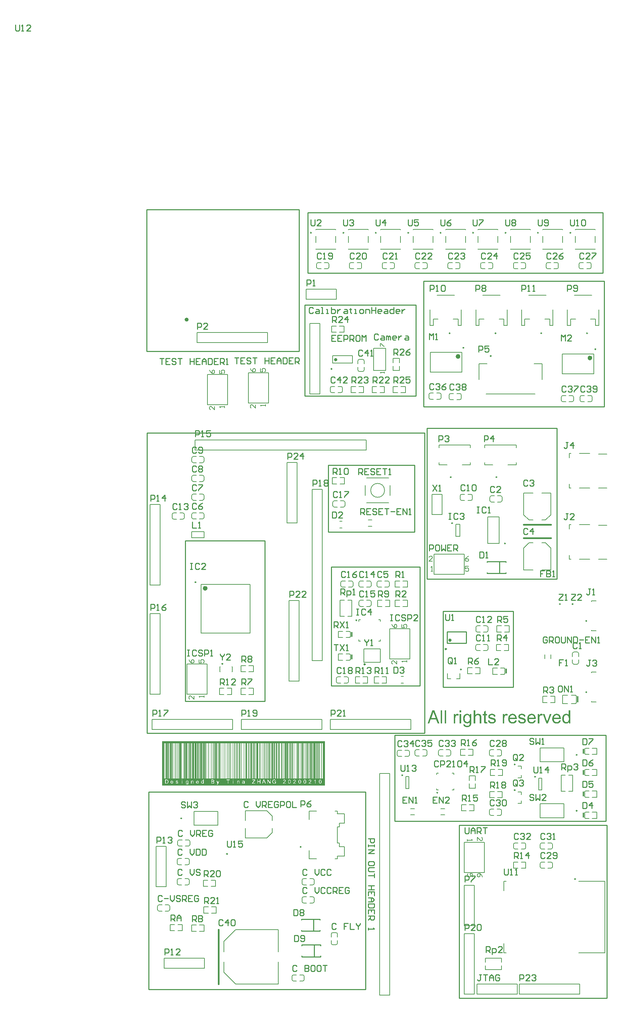
<source format=gto>
G04*
G04 #@! TF.GenerationSoftware,Altium Limited,Altium Designer,20.0.9 (164)*
G04*
G04 Layer_Color=65535*
%FSLAX25Y25*%
%MOIN*%
G70*
G01*
G75*
%ADD10C,0.00984*%
%ADD11C,0.01968*%
%ADD12C,0.00787*%
%ADD13C,0.01575*%
%ADD14C,0.02362*%
%ADD15C,0.01181*%
%ADD16C,0.00394*%
%ADD17C,0.00500*%
%ADD18C,0.01000*%
%ADD19C,0.00800*%
%ADD20R,0.01181X0.06299*%
%ADD21R,0.01181X0.04724*%
G36*
X900000Y607500D02*
X738500D01*
Y651525D01*
X900000D01*
Y607500D01*
D02*
G37*
G36*
X1035550Y680254D02*
X1033977D01*
Y682058D01*
X1035550D01*
Y680254D01*
D02*
G37*
G36*
X1143803Y669255D02*
X1142341D01*
Y670430D01*
X1142332Y670412D01*
X1142304Y670375D01*
X1142249Y670301D01*
X1142175Y670218D01*
X1142082Y670107D01*
X1141971Y669995D01*
X1141832Y669866D01*
X1141684Y669746D01*
X1141508Y669616D01*
X1141314Y669487D01*
X1141101Y669376D01*
X1140870Y669265D01*
X1140621Y669181D01*
X1140343Y669107D01*
X1140056Y669070D01*
X1139742Y669052D01*
X1139631D01*
X1139557Y669061D01*
X1139455Y669070D01*
X1139344Y669089D01*
X1139215Y669107D01*
X1139076Y669126D01*
X1138918Y669163D01*
X1138761Y669200D01*
X1138595Y669246D01*
X1138419Y669311D01*
X1138243Y669376D01*
X1138058Y669459D01*
X1137883Y669552D01*
X1137707Y669663D01*
X1137698Y669672D01*
X1137670Y669690D01*
X1137614Y669727D01*
X1137559Y669773D01*
X1137475Y669838D01*
X1137383Y669912D01*
X1137290Y670005D01*
X1137179Y670107D01*
X1137068Y670218D01*
X1136948Y670347D01*
X1136828Y670486D01*
X1136708Y670643D01*
X1136597Y670800D01*
X1136477Y670976D01*
X1136375Y671170D01*
X1136273Y671364D01*
X1136264Y671374D01*
X1136255Y671411D01*
X1136227Y671476D01*
X1136190Y671559D01*
X1136153Y671661D01*
X1136116Y671781D01*
X1136069Y671929D01*
X1136023Y672086D01*
X1135968Y672262D01*
X1135921Y672456D01*
X1135884Y672669D01*
X1135847Y672891D01*
X1135810Y673122D01*
X1135783Y673362D01*
X1135773Y673622D01*
X1135764Y673880D01*
Y673899D01*
Y673945D01*
Y674019D01*
X1135773Y674112D01*
X1135783Y674241D01*
X1135792Y674380D01*
X1135801Y674537D01*
X1135820Y674713D01*
X1135847Y674907D01*
X1135875Y675102D01*
X1135958Y675527D01*
X1136005Y675749D01*
X1136069Y675962D01*
X1136134Y676184D01*
X1136217Y676397D01*
X1136227Y676406D01*
X1136236Y676443D01*
X1136264Y676508D01*
X1136301Y676581D01*
X1136356Y676674D01*
X1136412Y676785D01*
X1136486Y676905D01*
X1136569Y677035D01*
X1136652Y677174D01*
X1136763Y677312D01*
X1136874Y677460D01*
X1136994Y677599D01*
X1137133Y677747D01*
X1137281Y677877D01*
X1137438Y678006D01*
X1137605Y678126D01*
X1137614Y678135D01*
X1137651Y678154D01*
X1137698Y678182D01*
X1137772Y678219D01*
X1137855Y678265D01*
X1137957Y678321D01*
X1138077Y678376D01*
X1138206Y678432D01*
X1138354Y678487D01*
X1138511Y678543D01*
X1138687Y678598D01*
X1138863Y678644D01*
X1139057Y678681D01*
X1139252Y678709D01*
X1139455Y678727D01*
X1139668Y678737D01*
X1139751D01*
X1139806Y678727D01*
X1139880D01*
X1139973Y678718D01*
X1140065Y678709D01*
X1140167Y678690D01*
X1140399Y678653D01*
X1140648Y678589D01*
X1140907Y678496D01*
X1141157Y678376D01*
X1141166D01*
X1141185Y678358D01*
X1141222Y678339D01*
X1141268Y678311D01*
X1141323Y678274D01*
X1141388Y678237D01*
X1141536Y678126D01*
X1141712Y677997D01*
X1141888Y677840D01*
X1142064Y677655D01*
X1142230Y677451D01*
Y682058D01*
X1143803D01*
Y669255D01*
D02*
G37*
G36*
X1115035Y678727D02*
X1115109Y678718D01*
X1115192Y678709D01*
X1115285Y678690D01*
X1115396Y678672D01*
X1115516Y678644D01*
X1115646Y678617D01*
X1115914Y678524D01*
X1116062Y678469D01*
X1116210Y678395D01*
X1116358Y678321D01*
X1116515Y678228D01*
X1115960Y676776D01*
X1115951D01*
X1115932Y676794D01*
X1115905Y676803D01*
X1115858Y676831D01*
X1115812Y676850D01*
X1115747Y676877D01*
X1115599Y676942D01*
X1115433Y677007D01*
X1115238Y677053D01*
X1115026Y677090D01*
X1114813Y677109D01*
X1114730D01*
X1114628Y677090D01*
X1114508Y677072D01*
X1114369Y677035D01*
X1114212Y676979D01*
X1114054Y676896D01*
X1113897Y676794D01*
X1113879Y676776D01*
X1113832Y676739D01*
X1113758Y676665D01*
X1113675Y676572D01*
X1113573Y676452D01*
X1113481Y676304D01*
X1113389Y676128D01*
X1113315Y675934D01*
Y675925D01*
X1113305Y675897D01*
X1113287Y675851D01*
X1113278Y675786D01*
X1113259Y675712D01*
X1113231Y675620D01*
X1113213Y675508D01*
X1113185Y675397D01*
X1113157Y675259D01*
X1113139Y675120D01*
X1113120Y674972D01*
X1113093Y674815D01*
X1113065Y674473D01*
X1113056Y674102D01*
Y669255D01*
X1111483D01*
Y678533D01*
X1112898D01*
Y677109D01*
X1112908Y677118D01*
X1112926Y677155D01*
X1112954Y677201D01*
X1112991Y677266D01*
X1113037Y677349D01*
X1113093Y677442D01*
X1113222Y677645D01*
X1113379Y677858D01*
X1113546Y678080D01*
X1113629Y678172D01*
X1113712Y678265D01*
X1113805Y678348D01*
X1113888Y678413D01*
X1113897D01*
X1113906Y678432D01*
X1113934Y678441D01*
X1113971Y678469D01*
X1114064Y678515D01*
X1114184Y678580D01*
X1114341Y678635D01*
X1114508Y678690D01*
X1114693Y678727D01*
X1114896Y678737D01*
X1114979D01*
X1115035Y678727D01*
D02*
G37*
G36*
X1080246D02*
X1080320Y678718D01*
X1080403Y678709D01*
X1080495Y678690D01*
X1080606Y678672D01*
X1080727Y678644D01*
X1080856Y678617D01*
X1081124Y678524D01*
X1081273Y678469D01*
X1081421Y678395D01*
X1081569Y678321D01*
X1081726Y678228D01*
X1081171Y676776D01*
X1081161D01*
X1081143Y676794D01*
X1081115Y676803D01*
X1081069Y676831D01*
X1081023Y676850D01*
X1080958Y676877D01*
X1080810Y676942D01*
X1080643Y677007D01*
X1080449Y677053D01*
X1080237Y677090D01*
X1080024Y677109D01*
X1079941D01*
X1079839Y677090D01*
X1079718Y677072D01*
X1079580Y677035D01*
X1079422Y676979D01*
X1079265Y676896D01*
X1079108Y676794D01*
X1079090Y676776D01*
X1079043Y676739D01*
X1078969Y676665D01*
X1078886Y676572D01*
X1078784Y676452D01*
X1078692Y676304D01*
X1078599Y676128D01*
X1078525Y675934D01*
Y675925D01*
X1078516Y675897D01*
X1078498Y675851D01*
X1078488Y675786D01*
X1078470Y675712D01*
X1078442Y675620D01*
X1078424Y675508D01*
X1078396Y675397D01*
X1078368Y675259D01*
X1078349Y675120D01*
X1078331Y674972D01*
X1078303Y674815D01*
X1078275Y674473D01*
X1078266Y674102D01*
Y669255D01*
X1076694D01*
Y678533D01*
X1078109D01*
Y677109D01*
X1078118Y677118D01*
X1078137Y677155D01*
X1078164Y677201D01*
X1078201Y677266D01*
X1078248Y677349D01*
X1078303Y677442D01*
X1078433Y677645D01*
X1078590Y677858D01*
X1078757Y678080D01*
X1078840Y678172D01*
X1078923Y678265D01*
X1079016Y678348D01*
X1079099Y678413D01*
X1079108D01*
X1079117Y678432D01*
X1079145Y678441D01*
X1079182Y678469D01*
X1079274Y678515D01*
X1079395Y678580D01*
X1079552Y678635D01*
X1079718Y678690D01*
X1079904Y678727D01*
X1080107Y678737D01*
X1080190D01*
X1080246Y678727D01*
D02*
G37*
G36*
X1031554D02*
X1031628Y678718D01*
X1031711Y678709D01*
X1031804Y678690D01*
X1031915Y678672D01*
X1032035Y678644D01*
X1032164Y678617D01*
X1032432Y678524D01*
X1032580Y678469D01*
X1032728Y678395D01*
X1032876Y678321D01*
X1033034Y678228D01*
X1032479Y676776D01*
X1032469D01*
X1032451Y676794D01*
X1032423Y676803D01*
X1032377Y676831D01*
X1032331Y676850D01*
X1032266Y676877D01*
X1032118Y676942D01*
X1031952Y677007D01*
X1031757Y677053D01*
X1031544Y677090D01*
X1031332Y677109D01*
X1031248D01*
X1031147Y677090D01*
X1031026Y677072D01*
X1030888Y677035D01*
X1030731Y676979D01*
X1030573Y676896D01*
X1030416Y676794D01*
X1030398Y676776D01*
X1030351Y676739D01*
X1030277Y676665D01*
X1030194Y676572D01*
X1030092Y676452D01*
X1030000Y676304D01*
X1029907Y676128D01*
X1029833Y675934D01*
Y675925D01*
X1029824Y675897D01*
X1029805Y675851D01*
X1029796Y675786D01*
X1029778Y675712D01*
X1029750Y675620D01*
X1029731Y675508D01*
X1029704Y675397D01*
X1029676Y675259D01*
X1029657Y675120D01*
X1029639Y674972D01*
X1029611Y674815D01*
X1029583Y674473D01*
X1029574Y674102D01*
Y669255D01*
X1028002D01*
Y678533D01*
X1029417D01*
Y677109D01*
X1029426Y677118D01*
X1029445Y677155D01*
X1029473Y677201D01*
X1029510Y677266D01*
X1029556Y677349D01*
X1029611Y677442D01*
X1029741Y677645D01*
X1029898Y677858D01*
X1030064Y678080D01*
X1030148Y678172D01*
X1030231Y678265D01*
X1030324Y678348D01*
X1030407Y678413D01*
X1030416D01*
X1030425Y678432D01*
X1030453Y678441D01*
X1030490Y678469D01*
X1030583Y678515D01*
X1030703Y678580D01*
X1030860Y678635D01*
X1031026Y678690D01*
X1031211Y678727D01*
X1031415Y678737D01*
X1031498D01*
X1031554Y678727D01*
D02*
G37*
G36*
X1095924D02*
X1096035Y678718D01*
X1096165Y678709D01*
X1096304Y678700D01*
X1096443Y678681D01*
X1096600Y678663D01*
X1096924Y678607D01*
X1097256Y678524D01*
X1097571Y678422D01*
X1097580D01*
X1097608Y678404D01*
X1097654Y678395D01*
X1097710Y678367D01*
X1097775Y678330D01*
X1097849Y678293D01*
X1098034Y678200D01*
X1098228Y678080D01*
X1098431Y677932D01*
X1098616Y677766D01*
X1098709Y677673D01*
X1098783Y677571D01*
X1098792Y677562D01*
X1098801Y677543D01*
X1098820Y677516D01*
X1098847Y677469D01*
X1098884Y677423D01*
X1098921Y677358D01*
X1098958Y677275D01*
X1099005Y677192D01*
X1099051Y677090D01*
X1099097Y676989D01*
X1099144Y676868D01*
X1099181Y676739D01*
X1099227Y676600D01*
X1099273Y676461D01*
X1099338Y676137D01*
X1097802Y675925D01*
Y675934D01*
X1097793Y675952D01*
Y675989D01*
X1097775Y676045D01*
X1097765Y676100D01*
X1097738Y676174D01*
X1097682Y676332D01*
X1097599Y676508D01*
X1097497Y676692D01*
X1097358Y676877D01*
X1097275Y676961D01*
X1097182Y677035D01*
X1097173Y677044D01*
X1097164Y677053D01*
X1097127Y677072D01*
X1097090Y677100D01*
X1097034Y677127D01*
X1096979Y677164D01*
X1096905Y677201D01*
X1096822Y677238D01*
X1096720Y677275D01*
X1096618Y677312D01*
X1096498Y677349D01*
X1096378Y677377D01*
X1096239Y677405D01*
X1096091Y677423D01*
X1095934Y677442D01*
X1095665D01*
X1095592Y677432D01*
X1095499D01*
X1095397Y677423D01*
X1095286Y677414D01*
X1095166Y677395D01*
X1094907Y677358D01*
X1094648Y677294D01*
X1094528Y677247D01*
X1094417Y677201D01*
X1094306Y677146D01*
X1094213Y677081D01*
X1094204D01*
X1094195Y677063D01*
X1094139Y677016D01*
X1094065Y676942D01*
X1093982Y676840D01*
X1093899Y676720D01*
X1093825Y676581D01*
X1093769Y676424D01*
X1093760Y676332D01*
X1093751Y676249D01*
Y676239D01*
Y676193D01*
X1093760Y676137D01*
X1093779Y676063D01*
X1093797Y675980D01*
X1093825Y675888D01*
X1093871Y675786D01*
X1093936Y675694D01*
X1093945Y675684D01*
X1093973Y675657D01*
X1094019Y675610D01*
X1094084Y675546D01*
X1094167Y675481D01*
X1094278Y675416D01*
X1094398Y675342D01*
X1094546Y675277D01*
X1094555D01*
X1094574Y675268D01*
X1094602Y675259D01*
X1094639Y675249D01*
X1094685Y675231D01*
X1094740Y675222D01*
X1094805Y675194D01*
X1094888Y675176D01*
X1094990Y675148D01*
X1095101Y675111D01*
X1095231Y675074D01*
X1095379Y675037D01*
X1095545Y674991D01*
X1095739Y674935D01*
X1095943Y674880D01*
X1095952D01*
X1095961Y674870D01*
X1096017Y674861D01*
X1096100Y674833D01*
X1096211Y674805D01*
X1096350Y674768D01*
X1096507Y674722D01*
X1096683Y674676D01*
X1096859Y674620D01*
X1097247Y674509D01*
X1097636Y674380D01*
X1097812Y674325D01*
X1097987Y674260D01*
X1098135Y674204D01*
X1098274Y674149D01*
X1098283D01*
X1098302Y674139D01*
X1098339Y674121D01*
X1098385Y674093D01*
X1098440Y674065D01*
X1098505Y674028D01*
X1098653Y673936D01*
X1098820Y673816D01*
X1098986Y673677D01*
X1099153Y673511D01*
X1099310Y673316D01*
Y673307D01*
X1099329Y673288D01*
X1099347Y673261D01*
X1099366Y673224D01*
X1099403Y673168D01*
X1099430Y673104D01*
X1099467Y673030D01*
X1099504Y672946D01*
X1099532Y672854D01*
X1099569Y672752D01*
X1099634Y672530D01*
X1099671Y672271D01*
X1099689Y671984D01*
Y671975D01*
Y671947D01*
Y671910D01*
X1099680Y671855D01*
Y671781D01*
X1099662Y671698D01*
X1099652Y671605D01*
X1099634Y671503D01*
X1099578Y671281D01*
X1099495Y671032D01*
X1099440Y670902D01*
X1099384Y670763D01*
X1099310Y670634D01*
X1099227Y670504D01*
X1099218Y670495D01*
X1099208Y670476D01*
X1099181Y670439D01*
X1099144Y670393D01*
X1099097Y670329D01*
X1099032Y670264D01*
X1098968Y670190D01*
X1098884Y670107D01*
X1098801Y670023D01*
X1098699Y669940D01*
X1098588Y669847D01*
X1098468Y669755D01*
X1098339Y669672D01*
X1098200Y669589D01*
X1098052Y669505D01*
X1097895Y669431D01*
X1097886D01*
X1097858Y669413D01*
X1097812Y669394D01*
X1097747Y669376D01*
X1097663Y669348D01*
X1097562Y669311D01*
X1097451Y669274D01*
X1097330Y669246D01*
X1097192Y669209D01*
X1097044Y669172D01*
X1096877Y669144D01*
X1096711Y669107D01*
X1096341Y669070D01*
X1095943Y669052D01*
X1095860D01*
X1095767Y669061D01*
X1095647D01*
X1095490Y669080D01*
X1095323Y669089D01*
X1095129Y669117D01*
X1094916Y669144D01*
X1094694Y669181D01*
X1094472Y669237D01*
X1094241Y669292D01*
X1094010Y669367D01*
X1093788Y669450D01*
X1093566Y669552D01*
X1093362Y669672D01*
X1093177Y669801D01*
X1093168Y669810D01*
X1093140Y669838D01*
X1093085Y669884D01*
X1093029Y669940D01*
X1092955Y670023D01*
X1092863Y670116D01*
X1092770Y670227D01*
X1092678Y670365D01*
X1092576Y670513D01*
X1092465Y670671D01*
X1092373Y670856D01*
X1092271Y671059D01*
X1092178Y671272D01*
X1092104Y671513D01*
X1092030Y671762D01*
X1091975Y672030D01*
X1093529Y672271D01*
Y672262D01*
X1093538Y672234D01*
X1093547Y672179D01*
X1093556Y672114D01*
X1093575Y672040D01*
X1093603Y671947D01*
X1093631Y671845D01*
X1093668Y671744D01*
X1093760Y671513D01*
X1093890Y671272D01*
X1093964Y671152D01*
X1094047Y671041D01*
X1094149Y670939D01*
X1094250Y670837D01*
X1094259Y670828D01*
X1094278Y670819D01*
X1094315Y670791D01*
X1094361Y670763D01*
X1094426Y670726D01*
X1094500Y670680D01*
X1094583Y670634D01*
X1094685Y670597D01*
X1094796Y670550D01*
X1094925Y670504D01*
X1095064Y670458D01*
X1095212Y670421D01*
X1095379Y670393D01*
X1095555Y670365D01*
X1095739Y670356D01*
X1095934Y670347D01*
X1096035D01*
X1096109Y670356D01*
X1096202D01*
X1096304Y670375D01*
X1096415Y670384D01*
X1096544Y670402D01*
X1096803Y670458D01*
X1097071Y670532D01*
X1097321Y670643D01*
X1097441Y670708D01*
X1097543Y670782D01*
X1097552Y670791D01*
X1097562Y670800D01*
X1097589Y670828D01*
X1097626Y670865D01*
X1097710Y670958D01*
X1097812Y671078D01*
X1097904Y671226D01*
X1097987Y671411D01*
X1098024Y671503D01*
X1098052Y671605D01*
X1098061Y671707D01*
X1098071Y671818D01*
Y671827D01*
Y671845D01*
Y671873D01*
X1098061Y671901D01*
X1098043Y672003D01*
X1098015Y672123D01*
X1097960Y672253D01*
X1097876Y672391D01*
X1097821Y672456D01*
X1097756Y672530D01*
X1097682Y672595D01*
X1097599Y672650D01*
X1097580Y672659D01*
X1097562Y672669D01*
X1097534Y672687D01*
X1097488Y672706D01*
X1097432Y672733D01*
X1097358Y672761D01*
X1097284Y672798D01*
X1097182Y672835D01*
X1097071Y672872D01*
X1096933Y672919D01*
X1096785Y672965D01*
X1096618Y673011D01*
X1096433Y673067D01*
X1096220Y673122D01*
X1095989Y673177D01*
X1095980D01*
X1095971Y673187D01*
X1095915Y673196D01*
X1095823Y673224D01*
X1095712Y673251D01*
X1095564Y673288D01*
X1095407Y673335D01*
X1095231Y673381D01*
X1095037Y673436D01*
X1094639Y673557D01*
X1094241Y673686D01*
X1094056Y673751D01*
X1093880Y673816D01*
X1093723Y673880D01*
X1093584Y673936D01*
X1093575D01*
X1093556Y673954D01*
X1093519Y673973D01*
X1093473Y673991D01*
X1093418Y674028D01*
X1093353Y674065D01*
X1093205Y674167D01*
X1093048Y674288D01*
X1092881Y674436D01*
X1092715Y674611D01*
X1092576Y674815D01*
Y674824D01*
X1092558Y674843D01*
X1092548Y674870D01*
X1092521Y674917D01*
X1092493Y674963D01*
X1092465Y675028D01*
X1092437Y675102D01*
X1092410Y675185D01*
X1092345Y675370D01*
X1092289Y675583D01*
X1092252Y675814D01*
X1092234Y676063D01*
Y676073D01*
Y676091D01*
Y676128D01*
X1092243Y676165D01*
Y676221D01*
X1092252Y676286D01*
X1092271Y676443D01*
X1092299Y676618D01*
X1092354Y676813D01*
X1092419Y677007D01*
X1092511Y677211D01*
Y677220D01*
X1092521Y677238D01*
X1092539Y677266D01*
X1092567Y677303D01*
X1092632Y677395D01*
X1092715Y677516D01*
X1092826Y677655D01*
X1092964Y677803D01*
X1093112Y677950D01*
X1093288Y678089D01*
X1093307Y678098D01*
X1093353Y678135D01*
X1093436Y678182D01*
X1093556Y678246D01*
X1093695Y678321D01*
X1093862Y678395D01*
X1094065Y678469D01*
X1094287Y678543D01*
X1094296D01*
X1094315Y678552D01*
X1094352Y678561D01*
X1094398Y678570D01*
X1094454Y678589D01*
X1094528Y678607D01*
X1094611Y678626D01*
X1094694Y678644D01*
X1094898Y678672D01*
X1095129Y678709D01*
X1095379Y678727D01*
X1095647Y678737D01*
X1095832D01*
X1095924Y678727D01*
D02*
G37*
G36*
X1066112D02*
X1066223Y678718D01*
X1066352Y678709D01*
X1066491Y678700D01*
X1066630Y678681D01*
X1066787Y678663D01*
X1067111Y678607D01*
X1067444Y678524D01*
X1067758Y678422D01*
X1067768D01*
X1067795Y678404D01*
X1067842Y678395D01*
X1067897Y678367D01*
X1067962Y678330D01*
X1068036Y678293D01*
X1068221Y678200D01*
X1068415Y678080D01*
X1068618Y677932D01*
X1068804Y677766D01*
X1068896Y677673D01*
X1068970Y677571D01*
X1068979Y677562D01*
X1068989Y677543D01*
X1069007Y677516D01*
X1069035Y677469D01*
X1069072Y677423D01*
X1069109Y677358D01*
X1069146Y677275D01*
X1069192Y677192D01*
X1069238Y677090D01*
X1069285Y676989D01*
X1069331Y676868D01*
X1069368Y676739D01*
X1069414Y676600D01*
X1069460Y676461D01*
X1069525Y676137D01*
X1067990Y675925D01*
Y675934D01*
X1067980Y675952D01*
Y675989D01*
X1067962Y676045D01*
X1067953Y676100D01*
X1067925Y676174D01*
X1067869Y676332D01*
X1067786Y676508D01*
X1067684Y676692D01*
X1067546Y676877D01*
X1067462Y676961D01*
X1067370Y677035D01*
X1067360Y677044D01*
X1067351Y677053D01*
X1067314Y677072D01*
X1067277Y677100D01*
X1067222Y677127D01*
X1067166Y677164D01*
X1067092Y677201D01*
X1067009Y677238D01*
X1066907Y677275D01*
X1066805Y677312D01*
X1066685Y677349D01*
X1066565Y677377D01*
X1066426Y677405D01*
X1066278Y677423D01*
X1066121Y677442D01*
X1065853D01*
X1065779Y677432D01*
X1065686D01*
X1065584Y677423D01*
X1065473Y677414D01*
X1065353Y677395D01*
X1065094Y677358D01*
X1064835Y677294D01*
X1064715Y677247D01*
X1064604Y677201D01*
X1064493Y677146D01*
X1064400Y677081D01*
X1064391D01*
X1064382Y677063D01*
X1064326Y677016D01*
X1064252Y676942D01*
X1064169Y676840D01*
X1064086Y676720D01*
X1064012Y676581D01*
X1063957Y676424D01*
X1063947Y676332D01*
X1063938Y676249D01*
Y676239D01*
Y676193D01*
X1063947Y676137D01*
X1063966Y676063D01*
X1063984Y675980D01*
X1064012Y675888D01*
X1064058Y675786D01*
X1064123Y675694D01*
X1064132Y675684D01*
X1064160Y675657D01*
X1064206Y675610D01*
X1064271Y675546D01*
X1064354Y675481D01*
X1064465Y675416D01*
X1064585Y675342D01*
X1064734Y675277D01*
X1064743D01*
X1064761Y675268D01*
X1064789Y675259D01*
X1064826Y675249D01*
X1064872Y675231D01*
X1064928Y675222D01*
X1064993Y675194D01*
X1065076Y675176D01*
X1065178Y675148D01*
X1065289Y675111D01*
X1065418Y675074D01*
X1065566Y675037D01*
X1065732Y674991D01*
X1065927Y674935D01*
X1066130Y674880D01*
X1066140D01*
X1066149Y674870D01*
X1066204Y674861D01*
X1066288Y674833D01*
X1066399Y674805D01*
X1066537Y674768D01*
X1066695Y674722D01*
X1066870Y674676D01*
X1067046Y674620D01*
X1067435Y674509D01*
X1067823Y674380D01*
X1067999Y674325D01*
X1068174Y674260D01*
X1068322Y674204D01*
X1068461Y674149D01*
X1068470D01*
X1068489Y674139D01*
X1068526Y674121D01*
X1068572Y674093D01*
X1068628Y674065D01*
X1068692Y674028D01*
X1068841Y673936D01*
X1069007Y673816D01*
X1069174Y673677D01*
X1069340Y673511D01*
X1069497Y673316D01*
Y673307D01*
X1069516Y673288D01*
X1069534Y673261D01*
X1069553Y673224D01*
X1069590Y673168D01*
X1069617Y673104D01*
X1069654Y673030D01*
X1069691Y672946D01*
X1069719Y672854D01*
X1069756Y672752D01*
X1069821Y672530D01*
X1069858Y672271D01*
X1069876Y671984D01*
Y671975D01*
Y671947D01*
Y671910D01*
X1069867Y671855D01*
Y671781D01*
X1069849Y671698D01*
X1069839Y671605D01*
X1069821Y671503D01*
X1069765Y671281D01*
X1069682Y671032D01*
X1069627Y670902D01*
X1069571Y670763D01*
X1069497Y670634D01*
X1069414Y670504D01*
X1069405Y670495D01*
X1069396Y670476D01*
X1069368Y670439D01*
X1069331Y670393D01*
X1069285Y670329D01*
X1069220Y670264D01*
X1069155Y670190D01*
X1069072Y670107D01*
X1068989Y670023D01*
X1068887Y669940D01*
X1068776Y669847D01*
X1068655Y669755D01*
X1068526Y669672D01*
X1068387Y669589D01*
X1068239Y669505D01*
X1068082Y669431D01*
X1068073D01*
X1068045Y669413D01*
X1067999Y669394D01*
X1067934Y669376D01*
X1067851Y669348D01*
X1067749Y669311D01*
X1067638Y669274D01*
X1067518Y669246D01*
X1067379Y669209D01*
X1067231Y669172D01*
X1067064Y669144D01*
X1066898Y669107D01*
X1066528Y669070D01*
X1066130Y669052D01*
X1066047D01*
X1065954Y669061D01*
X1065834D01*
X1065677Y669080D01*
X1065510Y669089D01*
X1065316Y669117D01*
X1065104Y669144D01*
X1064882Y669181D01*
X1064660Y669237D01*
X1064428Y669292D01*
X1064197Y669367D01*
X1063975Y669450D01*
X1063753Y669552D01*
X1063550Y669672D01*
X1063365Y669801D01*
X1063355Y669810D01*
X1063328Y669838D01*
X1063272Y669884D01*
X1063216Y669940D01*
X1063142Y670023D01*
X1063050Y670116D01*
X1062957Y670227D01*
X1062865Y670365D01*
X1062763Y670513D01*
X1062652Y670671D01*
X1062560Y670856D01*
X1062458Y671059D01*
X1062366Y671272D01*
X1062292Y671513D01*
X1062218Y671762D01*
X1062162Y672030D01*
X1063716Y672271D01*
Y672262D01*
X1063725Y672234D01*
X1063735Y672179D01*
X1063744Y672114D01*
X1063762Y672040D01*
X1063790Y671947D01*
X1063818Y671845D01*
X1063855Y671744D01*
X1063947Y671513D01*
X1064077Y671272D01*
X1064151Y671152D01*
X1064234Y671041D01*
X1064336Y670939D01*
X1064437Y670837D01*
X1064447Y670828D01*
X1064465Y670819D01*
X1064502Y670791D01*
X1064548Y670763D01*
X1064613Y670726D01*
X1064687Y670680D01*
X1064771Y670634D01*
X1064872Y670597D01*
X1064983Y670550D01*
X1065113Y670504D01*
X1065252Y670458D01*
X1065399Y670421D01*
X1065566Y670393D01*
X1065742Y670365D01*
X1065927Y670356D01*
X1066121Y670347D01*
X1066223D01*
X1066297Y670356D01*
X1066389D01*
X1066491Y670375D01*
X1066602Y670384D01*
X1066731Y670402D01*
X1066990Y670458D01*
X1067259Y670532D01*
X1067509Y670643D01*
X1067629Y670708D01*
X1067731Y670782D01*
X1067740Y670791D01*
X1067749Y670800D01*
X1067777Y670828D01*
X1067814Y670865D01*
X1067897Y670958D01*
X1067999Y671078D01*
X1068091Y671226D01*
X1068174Y671411D01*
X1068211Y671503D01*
X1068239Y671605D01*
X1068248Y671707D01*
X1068258Y671818D01*
Y671827D01*
Y671845D01*
Y671873D01*
X1068248Y671901D01*
X1068230Y672003D01*
X1068202Y672123D01*
X1068147Y672253D01*
X1068064Y672391D01*
X1068008Y672456D01*
X1067943Y672530D01*
X1067869Y672595D01*
X1067786Y672650D01*
X1067768Y672659D01*
X1067749Y672669D01*
X1067721Y672687D01*
X1067675Y672706D01*
X1067620Y672733D01*
X1067546Y672761D01*
X1067472Y672798D01*
X1067370Y672835D01*
X1067259Y672872D01*
X1067120Y672919D01*
X1066972Y672965D01*
X1066805Y673011D01*
X1066621Y673067D01*
X1066408Y673122D01*
X1066177Y673177D01*
X1066167D01*
X1066158Y673187D01*
X1066103Y673196D01*
X1066010Y673224D01*
X1065899Y673251D01*
X1065751Y673288D01*
X1065594Y673335D01*
X1065418Y673381D01*
X1065224Y673436D01*
X1064826Y673557D01*
X1064428Y673686D01*
X1064243Y673751D01*
X1064067Y673816D01*
X1063910Y673880D01*
X1063772Y673936D01*
X1063762D01*
X1063744Y673954D01*
X1063707Y673973D01*
X1063661Y673991D01*
X1063605Y674028D01*
X1063540Y674065D01*
X1063392Y674167D01*
X1063235Y674288D01*
X1063068Y674436D01*
X1062902Y674611D01*
X1062763Y674815D01*
Y674824D01*
X1062745Y674843D01*
X1062735Y674870D01*
X1062708Y674917D01*
X1062680Y674963D01*
X1062652Y675028D01*
X1062624Y675102D01*
X1062597Y675185D01*
X1062532Y675370D01*
X1062477Y675583D01*
X1062440Y675814D01*
X1062421Y676063D01*
Y676073D01*
Y676091D01*
Y676128D01*
X1062430Y676165D01*
Y676221D01*
X1062440Y676286D01*
X1062458Y676443D01*
X1062486Y676618D01*
X1062541Y676813D01*
X1062606Y677007D01*
X1062698Y677211D01*
Y677220D01*
X1062708Y677238D01*
X1062726Y677266D01*
X1062754Y677303D01*
X1062819Y677395D01*
X1062902Y677516D01*
X1063013Y677655D01*
X1063152Y677803D01*
X1063300Y677950D01*
X1063476Y678089D01*
X1063494Y678098D01*
X1063540Y678135D01*
X1063624Y678182D01*
X1063744Y678246D01*
X1063883Y678321D01*
X1064049Y678395D01*
X1064252Y678469D01*
X1064474Y678543D01*
X1064484D01*
X1064502Y678552D01*
X1064539Y678561D01*
X1064585Y678570D01*
X1064641Y678589D01*
X1064715Y678607D01*
X1064798Y678626D01*
X1064882Y678644D01*
X1065085Y678672D01*
X1065316Y678709D01*
X1065566Y678727D01*
X1065834Y678737D01*
X1066019D01*
X1066112Y678727D01*
D02*
G37*
G36*
X1121492Y669255D02*
X1120021D01*
X1116506Y678533D01*
X1118161D01*
X1120150Y672974D01*
Y672965D01*
X1120169Y672937D01*
X1120178Y672882D01*
X1120206Y672817D01*
X1120234Y672733D01*
X1120271Y672641D01*
X1120308Y672530D01*
X1120345Y672401D01*
X1120391Y672271D01*
X1120437Y672123D01*
X1120539Y671808D01*
X1120640Y671466D01*
X1120742Y671105D01*
Y671115D01*
X1120751Y671142D01*
X1120761Y671179D01*
X1120779Y671235D01*
X1120807Y671309D01*
X1120825Y671392D01*
X1120862Y671494D01*
X1120899Y671605D01*
X1120936Y671725D01*
X1120983Y671855D01*
X1121029Y672003D01*
X1121075Y672160D01*
X1121131Y672327D01*
X1121196Y672502D01*
X1121325Y672872D01*
X1123388Y678533D01*
X1125006D01*
X1121492Y669255D01*
D02*
G37*
G36*
X1049452Y677460D02*
X1049462Y677479D01*
X1049499Y677516D01*
X1049564Y677580D01*
X1049647Y677664D01*
X1049758Y677756D01*
X1049887Y677867D01*
X1050045Y677978D01*
X1050211Y678098D01*
X1050405Y678219D01*
X1050618Y678330D01*
X1050840Y678441D01*
X1051090Y678533D01*
X1051349Y678617D01*
X1051626Y678681D01*
X1051922Y678718D01*
X1052227Y678737D01*
X1052329D01*
X1052403Y678727D01*
X1052487D01*
X1052588Y678718D01*
X1052709Y678700D01*
X1052838Y678690D01*
X1053115Y678635D01*
X1053411Y678561D01*
X1053717Y678469D01*
X1053865Y678404D01*
X1054013Y678330D01*
X1054022D01*
X1054050Y678311D01*
X1054087Y678284D01*
X1054142Y678256D01*
X1054198Y678209D01*
X1054272Y678163D01*
X1054438Y678034D01*
X1054614Y677877D01*
X1054799Y677682D01*
X1054965Y677460D01*
X1055040Y677331D01*
X1055104Y677201D01*
Y677192D01*
X1055123Y677164D01*
X1055132Y677127D01*
X1055160Y677072D01*
X1055178Y676998D01*
X1055206Y676905D01*
X1055243Y676794D01*
X1055271Y676674D01*
X1055299Y676535D01*
X1055336Y676387D01*
X1055363Y676212D01*
X1055382Y676026D01*
X1055410Y675823D01*
X1055419Y675610D01*
X1055437Y675379D01*
Y675129D01*
Y669255D01*
X1053865D01*
Y675129D01*
Y675139D01*
Y675185D01*
Y675240D01*
X1053856Y675323D01*
X1053846Y675416D01*
X1053837Y675527D01*
X1053819Y675657D01*
X1053800Y675786D01*
X1053735Y676063D01*
X1053643Y676350D01*
X1053587Y676480D01*
X1053522Y676609D01*
X1053439Y676729D01*
X1053347Y676840D01*
X1053337Y676850D01*
X1053319Y676868D01*
X1053291Y676887D01*
X1053254Y676924D01*
X1053199Y676970D01*
X1053134Y677016D01*
X1053060Y677063D01*
X1052977Y677118D01*
X1052875Y677164D01*
X1052773Y677211D01*
X1052653Y677257D01*
X1052524Y677303D01*
X1052385Y677340D01*
X1052237Y677358D01*
X1052070Y677377D01*
X1051904Y677386D01*
X1051839D01*
X1051783Y677377D01*
X1051719D01*
X1051645Y677368D01*
X1051571Y677358D01*
X1051478Y677340D01*
X1051275Y677294D01*
X1051053Y677229D01*
X1050812Y677137D01*
X1050581Y677016D01*
X1050572D01*
X1050553Y676998D01*
X1050525Y676979D01*
X1050479Y676952D01*
X1050377Y676868D01*
X1050248Y676757D01*
X1050100Y676618D01*
X1049961Y676452D01*
X1049823Y676258D01*
X1049712Y676036D01*
Y676026D01*
X1049702Y676008D01*
X1049684Y675971D01*
X1049675Y675925D01*
X1049656Y675860D01*
X1049628Y675786D01*
X1049610Y675694D01*
X1049582Y675592D01*
X1049554Y675471D01*
X1049536Y675342D01*
X1049517Y675203D01*
X1049489Y675055D01*
X1049480Y674889D01*
X1049462Y674713D01*
X1049452Y674528D01*
Y674325D01*
Y669255D01*
X1047880D01*
Y682058D01*
X1049452D01*
Y677460D01*
D02*
G37*
G36*
X1035550Y669255D02*
X1033977D01*
Y678533D01*
X1035550D01*
Y669255D01*
D02*
G37*
G36*
X1020620D02*
X1019048D01*
Y682058D01*
X1020620D01*
Y669255D01*
D02*
G37*
G36*
X1016652D02*
X1015079D01*
Y682058D01*
X1016652D01*
Y669255D01*
D02*
G37*
G36*
X1013960D02*
X1012036D01*
X1010556Y673131D01*
X1005182D01*
X1003785Y669255D01*
X1002000D01*
X1006912Y682058D01*
X1008725D01*
X1013960Y669255D01*
D02*
G37*
G36*
X1059692Y678533D02*
X1061255D01*
Y677312D01*
X1059692D01*
Y671882D01*
Y671873D01*
Y671855D01*
Y671818D01*
Y671771D01*
Y671661D01*
X1059702Y671522D01*
X1059711Y671383D01*
X1059720Y671235D01*
X1059739Y671115D01*
X1059757Y671068D01*
X1059766Y671022D01*
Y671013D01*
X1059785Y670995D01*
X1059803Y670958D01*
X1059831Y670911D01*
X1059914Y670810D01*
X1059970Y670763D01*
X1060034Y670717D01*
X1060044D01*
X1060071Y670698D01*
X1060108Y670680D01*
X1060173Y670661D01*
X1060247Y670643D01*
X1060340Y670624D01*
X1060451Y670615D01*
X1060571Y670606D01*
X1060673D01*
X1060756Y670615D01*
X1060849D01*
X1060969Y670634D01*
X1061108Y670643D01*
X1061255Y670661D01*
X1061487Y669274D01*
X1061477D01*
X1061459Y669265D01*
X1061422D01*
X1061376Y669255D01*
X1061320Y669246D01*
X1061246Y669228D01*
X1061089Y669209D01*
X1060904Y669181D01*
X1060701Y669154D01*
X1060497Y669144D01*
X1060293Y669135D01*
X1060155D01*
X1060081Y669144D01*
X1059997Y669154D01*
X1059813Y669172D01*
X1059600Y669200D01*
X1059378Y669246D01*
X1059165Y669311D01*
X1058971Y669404D01*
X1058961D01*
X1058952Y669413D01*
X1058897Y669450D01*
X1058813Y669515D01*
X1058712Y669589D01*
X1058601Y669690D01*
X1058490Y669810D01*
X1058388Y669949D01*
X1058305Y670107D01*
Y670116D01*
X1058296Y670125D01*
X1058286Y670153D01*
X1058277Y670199D01*
X1058259Y670255D01*
X1058249Y670319D01*
X1058231Y670402D01*
X1058212Y670504D01*
X1058194Y670624D01*
X1058175Y670754D01*
X1058166Y670911D01*
X1058148Y671078D01*
X1058138Y671272D01*
X1058129Y671476D01*
X1058120Y671716D01*
Y671966D01*
Y677312D01*
X1056954D01*
Y678533D01*
X1058120D01*
Y680827D01*
X1059692Y681771D01*
Y678533D01*
D02*
G37*
G36*
X1130381Y678727D02*
X1130510Y678718D01*
X1130677Y678700D01*
X1130853Y678672D01*
X1131056Y678635D01*
X1131278Y678580D01*
X1131518Y678515D01*
X1131759Y678432D01*
X1132018Y678330D01*
X1132268Y678200D01*
X1132527Y678061D01*
X1132767Y677886D01*
X1133008Y677692D01*
X1133239Y677469D01*
X1133248Y677451D01*
X1133294Y677414D01*
X1133350Y677340D01*
X1133424Y677238D01*
X1133517Y677109D01*
X1133618Y676952D01*
X1133720Y676766D01*
X1133831Y676554D01*
X1133942Y676313D01*
X1134053Y676045D01*
X1134146Y675749D01*
X1134238Y675434D01*
X1134312Y675092D01*
X1134377Y674722D01*
X1134414Y674325D01*
X1134423Y673908D01*
Y673899D01*
Y673880D01*
Y673853D01*
Y673806D01*
Y673742D01*
Y673677D01*
X1134414Y673594D01*
Y673492D01*
X1127495D01*
Y673474D01*
X1127504Y673427D01*
Y673344D01*
X1127522Y673242D01*
X1127541Y673113D01*
X1127559Y672965D01*
X1127596Y672808D01*
X1127633Y672632D01*
X1127680Y672437D01*
X1127744Y672253D01*
X1127809Y672058D01*
X1127892Y671864D01*
X1127985Y671670D01*
X1128096Y671485D01*
X1128216Y671309D01*
X1128355Y671152D01*
X1128364Y671142D01*
X1128392Y671115D01*
X1128438Y671078D01*
X1128494Y671022D01*
X1128568Y670967D01*
X1128660Y670902D01*
X1128771Y670828D01*
X1128891Y670754D01*
X1129021Y670671D01*
X1129169Y670606D01*
X1129326Y670532D01*
X1129502Y670476D01*
X1129687Y670421D01*
X1129881Y670384D01*
X1130085Y670356D01*
X1130297Y670347D01*
X1130381D01*
X1130445Y670356D01*
X1130519Y670365D01*
X1130603Y670375D01*
X1130704Y670384D01*
X1130806Y670402D01*
X1131038Y670458D01*
X1131287Y670541D01*
X1131417Y670587D01*
X1131537Y670652D01*
X1131657Y670717D01*
X1131777Y670800D01*
X1131787Y670810D01*
X1131805Y670819D01*
X1131833Y670847D01*
X1131879Y670884D01*
X1131935Y670939D01*
X1131990Y670995D01*
X1132055Y671068D01*
X1132129Y671152D01*
X1132203Y671253D01*
X1132286Y671355D01*
X1132360Y671476D01*
X1132444Y671605D01*
X1132527Y671753D01*
X1132601Y671910D01*
X1132675Y672077D01*
X1132749Y672262D01*
X1134367Y672049D01*
Y672030D01*
X1134349Y671984D01*
X1134321Y671910D01*
X1134293Y671818D01*
X1134247Y671698D01*
X1134192Y671559D01*
X1134127Y671402D01*
X1134044Y671235D01*
X1133951Y671068D01*
X1133850Y670884D01*
X1133729Y670698D01*
X1133600Y670513D01*
X1133461Y670338D01*
X1133304Y670162D01*
X1133128Y669995D01*
X1132943Y669838D01*
X1132934Y669829D01*
X1132897Y669801D01*
X1132841Y669764D01*
X1132758Y669718D01*
X1132656Y669653D01*
X1132527Y669589D01*
X1132388Y669515D01*
X1132222Y669450D01*
X1132036Y669376D01*
X1131842Y669302D01*
X1131620Y669237D01*
X1131389Y669172D01*
X1131139Y669126D01*
X1130871Y669089D01*
X1130584Y669061D01*
X1130288Y669052D01*
X1130196D01*
X1130149Y669061D01*
X1130094D01*
X1129955Y669070D01*
X1129780Y669089D01*
X1129585Y669117D01*
X1129363Y669154D01*
X1129123Y669209D01*
X1128873Y669274D01*
X1128605Y669357D01*
X1128337Y669459D01*
X1128068Y669579D01*
X1127800Y669718D01*
X1127541Y669884D01*
X1127291Y670079D01*
X1127060Y670301D01*
X1127051Y670319D01*
X1127014Y670356D01*
X1126949Y670430D01*
X1126875Y670532D01*
X1126783Y670661D01*
X1126690Y670819D01*
X1126579Y670995D01*
X1126468Y671207D01*
X1126357Y671448D01*
X1126255Y671707D01*
X1126153Y671993D01*
X1126061Y672308D01*
X1125987Y672650D01*
X1125931Y673011D01*
X1125885Y673399D01*
X1125876Y673816D01*
Y673825D01*
Y673843D01*
Y673871D01*
Y673917D01*
X1125885Y673973D01*
Y674038D01*
Y674112D01*
X1125895Y674204D01*
X1125913Y674399D01*
X1125941Y674620D01*
X1125978Y674870D01*
X1126024Y675148D01*
X1126089Y675425D01*
X1126172Y675721D01*
X1126264Y676026D01*
X1126385Y676332D01*
X1126523Y676628D01*
X1126681Y676915D01*
X1126866Y677192D01*
X1127079Y677442D01*
X1127097Y677460D01*
X1127134Y677497D01*
X1127199Y677562D01*
X1127300Y677645D01*
X1127421Y677747D01*
X1127559Y677849D01*
X1127726Y677969D01*
X1127920Y678089D01*
X1128133Y678209D01*
X1128374Y678330D01*
X1128623Y678441D01*
X1128901Y678533D01*
X1129206Y678617D01*
X1129521Y678681D01*
X1129854Y678718D01*
X1130205Y678737D01*
X1130288D01*
X1130381Y678727D01*
D02*
G37*
G36*
X1105535D02*
X1105665Y678718D01*
X1105831Y678700D01*
X1106007Y678672D01*
X1106211Y678635D01*
X1106433Y678580D01*
X1106673Y678515D01*
X1106913Y678432D01*
X1107172Y678330D01*
X1107422Y678200D01*
X1107681Y678061D01*
X1107922Y677886D01*
X1108162Y677692D01*
X1108393Y677469D01*
X1108403Y677451D01*
X1108449Y677414D01*
X1108504Y677340D01*
X1108578Y677238D01*
X1108671Y677109D01*
X1108773Y676952D01*
X1108875Y676766D01*
X1108986Y676554D01*
X1109097Y676313D01*
X1109208Y676045D01*
X1109300Y675749D01*
X1109393Y675434D01*
X1109466Y675092D01*
X1109531Y674722D01*
X1109568Y674325D01*
X1109577Y673908D01*
Y673899D01*
Y673880D01*
Y673853D01*
Y673806D01*
Y673742D01*
Y673677D01*
X1109568Y673594D01*
Y673492D01*
X1102649D01*
Y673474D01*
X1102658Y673427D01*
Y673344D01*
X1102677Y673242D01*
X1102695Y673113D01*
X1102714Y672965D01*
X1102751Y672808D01*
X1102788Y672632D01*
X1102834Y672437D01*
X1102899Y672253D01*
X1102964Y672058D01*
X1103047Y671864D01*
X1103139Y671670D01*
X1103251Y671485D01*
X1103371Y671309D01*
X1103510Y671152D01*
X1103519Y671142D01*
X1103547Y671115D01*
X1103593Y671078D01*
X1103648Y671022D01*
X1103722Y670967D01*
X1103815Y670902D01*
X1103926Y670828D01*
X1104046Y670754D01*
X1104175Y670671D01*
X1104323Y670606D01*
X1104481Y670532D01*
X1104657Y670476D01*
X1104842Y670421D01*
X1105036Y670384D01*
X1105239Y670356D01*
X1105452Y670347D01*
X1105535D01*
X1105600Y670356D01*
X1105674Y670365D01*
X1105757Y670375D01*
X1105859Y670384D01*
X1105961Y670402D01*
X1106192Y670458D01*
X1106442Y670541D01*
X1106571Y670587D01*
X1106691Y670652D01*
X1106812Y670717D01*
X1106932Y670800D01*
X1106941Y670810D01*
X1106960Y670819D01*
X1106987Y670847D01*
X1107034Y670884D01*
X1107089Y670939D01*
X1107145Y670995D01*
X1107209Y671068D01*
X1107283Y671152D01*
X1107358Y671253D01*
X1107441Y671355D01*
X1107515Y671476D01*
X1107598Y671605D01*
X1107681Y671753D01*
X1107755Y671910D01*
X1107829Y672077D01*
X1107903Y672262D01*
X1109522Y672049D01*
Y672030D01*
X1109503Y671984D01*
X1109476Y671910D01*
X1109448Y671818D01*
X1109402Y671698D01*
X1109346Y671559D01*
X1109282Y671402D01*
X1109198Y671235D01*
X1109106Y671068D01*
X1109004Y670884D01*
X1108884Y670698D01*
X1108754Y670513D01*
X1108615Y670338D01*
X1108458Y670162D01*
X1108282Y669995D01*
X1108097Y669838D01*
X1108088Y669829D01*
X1108051Y669801D01*
X1107996Y669764D01*
X1107913Y669718D01*
X1107811Y669653D01*
X1107681Y669589D01*
X1107543Y669515D01*
X1107376Y669450D01*
X1107191Y669376D01*
X1106997Y669302D01*
X1106775Y669237D01*
X1106544Y669172D01*
X1106294Y669126D01*
X1106026Y669089D01*
X1105739Y669061D01*
X1105443Y669052D01*
X1105350D01*
X1105304Y669061D01*
X1105249D01*
X1105110Y669070D01*
X1104934Y669089D01*
X1104740Y669117D01*
X1104518Y669154D01*
X1104277Y669209D01*
X1104027Y669274D01*
X1103759Y669357D01*
X1103491Y669459D01*
X1103223Y669579D01*
X1102954Y669718D01*
X1102695Y669884D01*
X1102446Y670079D01*
X1102215Y670301D01*
X1102205Y670319D01*
X1102168Y670356D01*
X1102104Y670430D01*
X1102030Y670532D01*
X1101937Y670661D01*
X1101845Y670819D01*
X1101733Y670995D01*
X1101622Y671207D01*
X1101511Y671448D01*
X1101410Y671707D01*
X1101308Y671993D01*
X1101215Y672308D01*
X1101141Y672650D01*
X1101086Y673011D01*
X1101040Y673399D01*
X1101031Y673816D01*
Y673825D01*
Y673843D01*
Y673871D01*
Y673917D01*
X1101040Y673973D01*
Y674038D01*
Y674112D01*
X1101049Y674204D01*
X1101068Y674399D01*
X1101095Y674620D01*
X1101132Y674870D01*
X1101178Y675148D01*
X1101243Y675425D01*
X1101326Y675721D01*
X1101419Y676026D01*
X1101539Y676332D01*
X1101678Y676628D01*
X1101835Y676915D01*
X1102020Y677192D01*
X1102233Y677442D01*
X1102252Y677460D01*
X1102289Y677497D01*
X1102353Y677562D01*
X1102455Y677645D01*
X1102575Y677747D01*
X1102714Y677849D01*
X1102880Y677969D01*
X1103075Y678089D01*
X1103288Y678209D01*
X1103528Y678330D01*
X1103778Y678441D01*
X1104055Y678533D01*
X1104360Y678617D01*
X1104675Y678681D01*
X1105008Y678718D01*
X1105359Y678737D01*
X1105443D01*
X1105535Y678727D01*
D02*
G37*
G36*
X1086647D02*
X1086776Y678718D01*
X1086943Y678700D01*
X1087119Y678672D01*
X1087322Y678635D01*
X1087544Y678580D01*
X1087784Y678515D01*
X1088025Y678432D01*
X1088284Y678330D01*
X1088534Y678200D01*
X1088793Y678061D01*
X1089033Y677886D01*
X1089274Y677692D01*
X1089505Y677469D01*
X1089514Y677451D01*
X1089561Y677414D01*
X1089616Y677340D01*
X1089690Y677238D01*
X1089783Y677109D01*
X1089884Y676952D01*
X1089986Y676766D01*
X1090097Y676554D01*
X1090208Y676313D01*
X1090319Y676045D01*
X1090411Y675749D01*
X1090504Y675434D01*
X1090578Y675092D01*
X1090643Y674722D01*
X1090680Y674325D01*
X1090689Y673908D01*
Y673899D01*
Y673880D01*
Y673853D01*
Y673806D01*
Y673742D01*
Y673677D01*
X1090680Y673594D01*
Y673492D01*
X1083761D01*
Y673474D01*
X1083770Y673427D01*
Y673344D01*
X1083788Y673242D01*
X1083807Y673113D01*
X1083825Y672965D01*
X1083862Y672808D01*
X1083899Y672632D01*
X1083946Y672437D01*
X1084011Y672253D01*
X1084075Y672058D01*
X1084159Y671864D01*
X1084251Y671670D01*
X1084362Y671485D01*
X1084482Y671309D01*
X1084621Y671152D01*
X1084630Y671142D01*
X1084658Y671115D01*
X1084704Y671078D01*
X1084760Y671022D01*
X1084834Y670967D01*
X1084926Y670902D01*
X1085037Y670828D01*
X1085157Y670754D01*
X1085287Y670671D01*
X1085435Y670606D01*
X1085592Y670532D01*
X1085768Y670476D01*
X1085953Y670421D01*
X1086147Y670384D01*
X1086351Y670356D01*
X1086563Y670347D01*
X1086647D01*
X1086712Y670356D01*
X1086786Y670365D01*
X1086869Y670375D01*
X1086971Y670384D01*
X1087072Y670402D01*
X1087304Y670458D01*
X1087553Y670541D01*
X1087683Y670587D01*
X1087803Y670652D01*
X1087923Y670717D01*
X1088043Y670800D01*
X1088053Y670810D01*
X1088071Y670819D01*
X1088099Y670847D01*
X1088145Y670884D01*
X1088201Y670939D01*
X1088256Y670995D01*
X1088321Y671068D01*
X1088395Y671152D01*
X1088469Y671253D01*
X1088552Y671355D01*
X1088626Y671476D01*
X1088710Y671605D01*
X1088793Y671753D01*
X1088867Y671910D01*
X1088941Y672077D01*
X1089015Y672262D01*
X1090633Y672049D01*
Y672030D01*
X1090615Y671984D01*
X1090587Y671910D01*
X1090559Y671818D01*
X1090513Y671698D01*
X1090458Y671559D01*
X1090393Y671402D01*
X1090310Y671235D01*
X1090217Y671068D01*
X1090116Y670884D01*
X1089995Y670698D01*
X1089866Y670513D01*
X1089727Y670338D01*
X1089570Y670162D01*
X1089394Y669995D01*
X1089209Y669838D01*
X1089200Y669829D01*
X1089163Y669801D01*
X1089107Y669764D01*
X1089024Y669718D01*
X1088922Y669653D01*
X1088793Y669589D01*
X1088654Y669515D01*
X1088488Y669450D01*
X1088303Y669376D01*
X1088108Y669302D01*
X1087886Y669237D01*
X1087655Y669172D01*
X1087405Y669126D01*
X1087137Y669089D01*
X1086850Y669061D01*
X1086554Y669052D01*
X1086462D01*
X1086415Y669061D01*
X1086360D01*
X1086221Y669070D01*
X1086045Y669089D01*
X1085851Y669117D01*
X1085629Y669154D01*
X1085389Y669209D01*
X1085139Y669274D01*
X1084871Y669357D01*
X1084603Y669459D01*
X1084334Y669579D01*
X1084066Y669718D01*
X1083807Y669884D01*
X1083557Y670079D01*
X1083326Y670301D01*
X1083317Y670319D01*
X1083280Y670356D01*
X1083215Y670430D01*
X1083141Y670532D01*
X1083049Y670661D01*
X1082956Y670819D01*
X1082845Y670995D01*
X1082734Y671207D01*
X1082623Y671448D01*
X1082521Y671707D01*
X1082419Y671993D01*
X1082327Y672308D01*
X1082253Y672650D01*
X1082197Y673011D01*
X1082151Y673399D01*
X1082142Y673816D01*
Y673825D01*
Y673843D01*
Y673871D01*
Y673917D01*
X1082151Y673973D01*
Y674038D01*
Y674112D01*
X1082160Y674204D01*
X1082179Y674399D01*
X1082207Y674620D01*
X1082244Y674870D01*
X1082290Y675148D01*
X1082355Y675425D01*
X1082438Y675721D01*
X1082530Y676026D01*
X1082651Y676332D01*
X1082790Y676628D01*
X1082947Y676915D01*
X1083132Y677192D01*
X1083344Y677442D01*
X1083363Y677460D01*
X1083400Y677497D01*
X1083465Y677562D01*
X1083566Y677645D01*
X1083687Y677747D01*
X1083825Y677849D01*
X1083992Y677969D01*
X1084186Y678089D01*
X1084399Y678209D01*
X1084639Y678330D01*
X1084889Y678441D01*
X1085167Y678533D01*
X1085472Y678617D01*
X1085787Y678681D01*
X1086119Y678718D01*
X1086471Y678737D01*
X1086554D01*
X1086647Y678727D01*
D02*
G37*
G36*
X1041498D02*
X1041618Y678718D01*
X1041757Y678700D01*
X1041914Y678663D01*
X1042099Y678626D01*
X1042293Y678570D01*
X1042506Y678506D01*
X1042728Y678413D01*
X1042950Y678311D01*
X1043181Y678182D01*
X1043403Y678024D01*
X1043625Y677849D01*
X1043847Y677645D01*
X1044051Y677414D01*
Y678533D01*
X1045503D01*
Y670513D01*
Y670504D01*
Y670486D01*
Y670458D01*
Y670421D01*
Y670365D01*
Y670310D01*
X1045494Y670162D01*
Y669986D01*
X1045484Y669783D01*
X1045466Y669561D01*
X1045447Y669320D01*
X1045420Y669080D01*
X1045392Y668821D01*
X1045355Y668571D01*
X1045318Y668321D01*
X1045262Y668081D01*
X1045207Y667849D01*
X1045133Y667646D01*
X1045059Y667461D01*
X1045049Y667452D01*
X1045040Y667424D01*
X1045012Y667378D01*
X1044975Y667313D01*
X1044929Y667239D01*
X1044864Y667146D01*
X1044800Y667045D01*
X1044716Y666943D01*
X1044624Y666832D01*
X1044522Y666712D01*
X1044411Y666592D01*
X1044282Y666471D01*
X1044143Y666360D01*
X1043995Y666240D01*
X1043838Y666129D01*
X1043662Y666027D01*
X1043653Y666018D01*
X1043616Y666009D01*
X1043569Y665981D01*
X1043495Y665944D01*
X1043403Y665907D01*
X1043283Y665861D01*
X1043153Y665814D01*
X1043015Y665768D01*
X1042848Y665713D01*
X1042672Y665666D01*
X1042478Y665620D01*
X1042265Y665583D01*
X1042052Y665546D01*
X1041812Y665519D01*
X1041572Y665509D01*
X1041313Y665500D01*
X1041238D01*
X1041155Y665509D01*
X1041035D01*
X1040896Y665528D01*
X1040739Y665537D01*
X1040554Y665565D01*
X1040360Y665592D01*
X1040147Y665629D01*
X1039934Y665685D01*
X1039703Y665740D01*
X1039481Y665814D01*
X1039259Y665898D01*
X1039037Y666000D01*
X1038834Y666120D01*
X1038630Y666249D01*
X1038621Y666258D01*
X1038584Y666286D01*
X1038538Y666332D01*
X1038473Y666388D01*
X1038399Y666471D01*
X1038306Y666564D01*
X1038223Y666684D01*
X1038130Y666814D01*
X1038029Y666961D01*
X1037945Y667128D01*
X1037862Y667313D01*
X1037788Y667517D01*
X1037724Y667729D01*
X1037677Y667970D01*
X1037659Y668229D01*
X1037650Y668497D01*
X1039176Y668266D01*
Y668257D01*
X1039185Y668238D01*
Y668201D01*
X1039194Y668155D01*
X1039213Y668090D01*
X1039231Y668025D01*
X1039277Y667877D01*
X1039342Y667711D01*
X1039435Y667544D01*
X1039555Y667387D01*
X1039703Y667248D01*
X1039712Y667239D01*
X1039731Y667230D01*
X1039768Y667211D01*
X1039814Y667183D01*
X1039869Y667146D01*
X1039944Y667109D01*
X1040027Y667072D01*
X1040119Y667026D01*
X1040230Y666989D01*
X1040351Y666943D01*
X1040480Y666906D01*
X1040628Y666878D01*
X1040776Y666841D01*
X1040942Y666823D01*
X1041118Y666814D01*
X1041303Y666804D01*
X1041405D01*
X1041479Y666814D01*
X1041572D01*
X1041683Y666832D01*
X1041794Y666841D01*
X1041923Y666860D01*
X1042191Y666915D01*
X1042478Y666989D01*
X1042746Y667100D01*
X1042867Y667174D01*
X1042987Y667248D01*
X1042996Y667257D01*
X1043015Y667267D01*
X1043042Y667295D01*
X1043079Y667332D01*
X1043135Y667369D01*
X1043181Y667424D01*
X1043246Y667489D01*
X1043311Y667563D01*
X1043440Y667738D01*
X1043579Y667942D01*
X1043699Y668183D01*
X1043791Y668460D01*
Y668469D01*
X1043801Y668488D01*
Y668515D01*
X1043810Y668562D01*
X1043819Y668617D01*
X1043828Y668691D01*
X1043838Y668784D01*
X1043847Y668895D01*
X1043865Y669015D01*
X1043875Y669163D01*
X1043884Y669330D01*
X1043893Y669515D01*
Y669718D01*
X1043902Y669940D01*
Y670190D01*
Y670467D01*
X1043893Y670458D01*
X1043856Y670412D01*
X1043801Y670356D01*
X1043717Y670282D01*
X1043616Y670190D01*
X1043495Y670088D01*
X1043357Y669977D01*
X1043200Y669866D01*
X1043024Y669746D01*
X1042830Y669635D01*
X1042617Y669533D01*
X1042385Y669450D01*
X1042145Y669367D01*
X1041895Y669311D01*
X1041618Y669274D01*
X1041340Y669255D01*
X1041257D01*
X1041155Y669265D01*
X1041026Y669274D01*
X1040868Y669302D01*
X1040683Y669330D01*
X1040471Y669376D01*
X1040249Y669431D01*
X1040018Y669505D01*
X1039777Y669589D01*
X1039527Y669699D01*
X1039287Y669838D01*
X1039046Y669995D01*
X1038806Y670181D01*
X1038584Y670393D01*
X1038380Y670634D01*
X1038371Y670652D01*
X1038334Y670698D01*
X1038288Y670773D01*
X1038214Y670884D01*
X1038140Y671013D01*
X1038047Y671170D01*
X1037955Y671355D01*
X1037862Y671568D01*
X1037761Y671790D01*
X1037668Y672049D01*
X1037576Y672317D01*
X1037502Y672613D01*
X1037428Y672919D01*
X1037381Y673242D01*
X1037344Y673585D01*
X1037335Y673936D01*
Y673954D01*
Y673991D01*
Y674065D01*
X1037344Y674158D01*
X1037354Y674278D01*
X1037363Y674417D01*
X1037372Y674574D01*
X1037391Y674741D01*
X1037418Y674926D01*
X1037446Y675120D01*
X1037539Y675536D01*
X1037585Y675749D01*
X1037650Y675962D01*
X1037724Y676174D01*
X1037807Y676387D01*
X1037816Y676397D01*
X1037825Y676434D01*
X1037853Y676498D01*
X1037899Y676572D01*
X1037945Y676665D01*
X1038010Y676776D01*
X1038075Y676896D01*
X1038158Y677026D01*
X1038260Y677164D01*
X1038362Y677303D01*
X1038473Y677442D01*
X1038602Y677590D01*
X1038732Y677729D01*
X1038880Y677867D01*
X1039037Y677997D01*
X1039203Y678117D01*
X1039213Y678126D01*
X1039250Y678145D01*
X1039296Y678172D01*
X1039370Y678219D01*
X1039453Y678265D01*
X1039555Y678311D01*
X1039675Y678367D01*
X1039814Y678432D01*
X1039962Y678487D01*
X1040129Y678543D01*
X1040304Y678589D01*
X1040489Y678644D01*
X1040693Y678681D01*
X1040896Y678709D01*
X1041118Y678727D01*
X1041340Y678737D01*
X1041414D01*
X1041498Y678727D01*
D02*
G37*
%LPC*%
G36*
X898002Y649525D02*
X897232D01*
Y614525D01*
X898002D01*
Y649525D01*
D02*
G37*
G36*
X896846D02*
X896461D01*
Y614525D01*
X896846D01*
Y649525D01*
D02*
G37*
G36*
X896076D02*
X894921D01*
Y614525D01*
X896076D01*
Y649525D01*
D02*
G37*
G36*
X893766D02*
X892996D01*
Y614525D01*
X893766D01*
Y649525D01*
D02*
G37*
G36*
X892610D02*
X892225D01*
Y614525D01*
X892610D01*
Y649525D01*
D02*
G37*
G36*
X891455D02*
X890685D01*
Y614525D01*
X891455D01*
Y649525D01*
D02*
G37*
G36*
X889145D02*
X888760D01*
Y614525D01*
X889145D01*
Y649525D01*
D02*
G37*
G36*
X887990D02*
X887604D01*
Y614525D01*
X887990D01*
Y649525D01*
D02*
G37*
G36*
X886449D02*
X886064D01*
Y614525D01*
X886449D01*
Y649525D01*
D02*
G37*
G36*
X885294D02*
X884524D01*
Y614525D01*
X885294D01*
Y649525D01*
D02*
G37*
G36*
X884139D02*
X883368D01*
Y614525D01*
X884139D01*
Y649525D01*
D02*
G37*
G36*
X882598D02*
X881828D01*
Y614525D01*
X882598D01*
Y649525D01*
D02*
G37*
G36*
X881058D02*
X880288D01*
Y614525D01*
X881058D01*
Y649525D01*
D02*
G37*
G36*
X879903D02*
X878747D01*
Y614525D01*
X879903D01*
Y649525D01*
D02*
G37*
G36*
X877977D02*
X877592D01*
Y614525D01*
X877977D01*
Y649525D01*
D02*
G37*
G36*
X876822D02*
X876052D01*
Y614525D01*
X876822D01*
Y649525D01*
D02*
G37*
G36*
X875667D02*
X874511D01*
Y614525D01*
X875667D01*
Y649525D01*
D02*
G37*
G36*
X873741D02*
X873356D01*
Y614525D01*
X873741D01*
Y649525D01*
D02*
G37*
G36*
X872586D02*
X871816D01*
Y614525D01*
X872586D01*
Y649525D01*
D02*
G37*
G36*
X871431D02*
X869890D01*
Y614525D01*
X871431D01*
Y649525D01*
D02*
G37*
G36*
X869505D02*
X868350D01*
Y614525D01*
X869505D01*
Y649525D01*
D02*
G37*
G36*
X867965D02*
X867580D01*
Y614525D01*
X867965D01*
Y649525D01*
D02*
G37*
G36*
X866809D02*
X866039D01*
Y614525D01*
X866809D01*
Y649525D01*
D02*
G37*
G36*
X865269D02*
X864499D01*
Y614525D01*
X865269D01*
Y649525D01*
D02*
G37*
G36*
X864114D02*
X863344D01*
Y614525D01*
X864114D01*
Y649525D01*
D02*
G37*
G36*
X862188D02*
X861803D01*
Y614525D01*
X862188D01*
Y649525D01*
D02*
G37*
G36*
X860648D02*
X860263D01*
Y614525D01*
X860648D01*
Y649525D01*
D02*
G37*
G36*
X859878D02*
X859108D01*
Y614525D01*
X859878D01*
Y649525D01*
D02*
G37*
G36*
X858723D02*
X857952D01*
Y614525D01*
X858723D01*
Y649525D01*
D02*
G37*
G36*
X856797D02*
X855642D01*
Y614525D01*
X856797D01*
Y649525D01*
D02*
G37*
G36*
X855257D02*
X854872D01*
Y614525D01*
X855257D01*
Y649525D01*
D02*
G37*
G36*
X853716D02*
X852946D01*
Y614525D01*
X853716D01*
Y649525D01*
D02*
G37*
G36*
X851791D02*
X851406D01*
Y614525D01*
X851791D01*
Y649525D01*
D02*
G37*
G36*
X851021D02*
X850636D01*
Y614525D01*
X851021D01*
Y649525D01*
D02*
G37*
G36*
X849481D02*
X849095D01*
Y614525D01*
X849481D01*
Y649525D01*
D02*
G37*
G36*
X848710D02*
X848325D01*
Y614525D01*
X848710D01*
Y649525D01*
D02*
G37*
G36*
X847170D02*
X846400D01*
Y614525D01*
X847170D01*
Y649525D01*
D02*
G37*
G36*
X846015D02*
X845630D01*
Y614525D01*
X846015D01*
Y649525D01*
D02*
G37*
G36*
X844474D02*
X843704D01*
Y614525D01*
X844474D01*
Y649525D01*
D02*
G37*
G36*
X843319D02*
X842164D01*
Y614525D01*
X843319D01*
Y649525D01*
D02*
G37*
G36*
X841394D02*
X840623D01*
Y614525D01*
X841394D01*
Y649525D01*
D02*
G37*
G36*
X839853D02*
X839083D01*
Y614525D01*
X839853D01*
Y649525D01*
D02*
G37*
G36*
X838698D02*
X837928D01*
Y614525D01*
X838698D01*
Y649525D01*
D02*
G37*
G36*
X837543D02*
X836002D01*
Y614525D01*
X837543D01*
Y649525D01*
D02*
G37*
G36*
X835617D02*
X835232D01*
Y614525D01*
X835617D01*
Y649525D01*
D02*
G37*
G36*
X834847D02*
X833692D01*
Y614525D01*
X834847D01*
Y649525D01*
D02*
G37*
G36*
X832151D02*
X831381D01*
Y614525D01*
X832151D01*
Y649525D01*
D02*
G37*
G36*
X830996D02*
X830611D01*
Y614525D01*
X830996D01*
Y649525D01*
D02*
G37*
G36*
X829841D02*
X829456D01*
Y614525D01*
X829841D01*
Y649525D01*
D02*
G37*
G36*
X828686D02*
X828300D01*
Y614525D01*
X828686D01*
Y649525D01*
D02*
G37*
G36*
X827915D02*
X827530D01*
Y614525D01*
X827915D01*
Y649525D01*
D02*
G37*
G36*
X825990D02*
X825220D01*
Y614525D01*
X825990D01*
Y649525D01*
D02*
G37*
G36*
X824450D02*
X824065D01*
Y614525D01*
X824450D01*
Y649525D01*
D02*
G37*
G36*
X823679D02*
X822909D01*
Y614525D01*
X823679D01*
Y649525D01*
D02*
G37*
G36*
X821369D02*
X820984D01*
Y614525D01*
X821369D01*
Y649525D01*
D02*
G37*
G36*
X820599D02*
X819443D01*
Y614525D01*
X820599D01*
Y649525D01*
D02*
G37*
G36*
X819058D02*
X817518D01*
Y614525D01*
X819058D01*
Y649525D01*
D02*
G37*
G36*
X817133D02*
X816748D01*
Y614525D01*
X817133D01*
Y649525D01*
D02*
G37*
G36*
X816363D02*
X815978D01*
Y614525D01*
X816363D01*
Y649525D01*
D02*
G37*
G36*
X814822D02*
X813667D01*
Y614525D01*
X814822D01*
Y649525D01*
D02*
G37*
G36*
X813282D02*
X812512D01*
Y614525D01*
X813282D01*
Y649525D01*
D02*
G37*
G36*
X811742D02*
X810972D01*
Y614525D01*
X811742D01*
Y649525D01*
D02*
G37*
G36*
X810201D02*
X809431D01*
Y614525D01*
X810201D01*
Y649525D01*
D02*
G37*
G36*
X809046D02*
X808276D01*
Y614525D01*
X809046D01*
Y649525D01*
D02*
G37*
G36*
X807891D02*
X806350D01*
Y614525D01*
X807891D01*
Y649525D01*
D02*
G37*
G36*
X805965D02*
X805580D01*
Y614525D01*
X805965D01*
Y649525D01*
D02*
G37*
G36*
X805195D02*
X804040D01*
Y614525D01*
X805195D01*
Y649525D01*
D02*
G37*
G36*
X803655D02*
X802114D01*
Y614525D01*
X803655D01*
Y649525D01*
D02*
G37*
G36*
X801729D02*
X800959D01*
Y614525D01*
X801729D01*
Y649525D01*
D02*
G37*
G36*
X800574D02*
X799804D01*
Y614525D01*
X800574D01*
Y649525D01*
D02*
G37*
G36*
X799419D02*
X798264D01*
Y614525D01*
X799419D01*
Y649525D01*
D02*
G37*
G36*
X797878D02*
X796338D01*
Y614525D01*
X797878D01*
Y649525D01*
D02*
G37*
G36*
X795953D02*
X795568D01*
Y614525D01*
X795953D01*
Y649525D01*
D02*
G37*
G36*
X794413D02*
X793642D01*
Y614525D01*
X794413D01*
Y649525D01*
D02*
G37*
G36*
X793257D02*
X792872D01*
Y614525D01*
X793257D01*
Y649525D01*
D02*
G37*
G36*
X791717D02*
X791332D01*
Y614525D01*
X791717D01*
Y649525D01*
D02*
G37*
G36*
X790562D02*
X789791D01*
Y614525D01*
X790562D01*
Y649525D01*
D02*
G37*
G36*
X789021D02*
X788251D01*
Y614525D01*
X789021D01*
Y649525D01*
D02*
G37*
G36*
X787866D02*
X787096D01*
Y614525D01*
X787866D01*
Y649525D01*
D02*
G37*
G36*
X786711D02*
X785170D01*
Y614525D01*
X786711D01*
Y649525D01*
D02*
G37*
G36*
X784785D02*
X784400D01*
Y614525D01*
X784785D01*
Y649525D01*
D02*
G37*
G36*
X784015D02*
X782860D01*
Y614525D01*
X784015D01*
Y649525D01*
D02*
G37*
G36*
X782475D02*
X781705D01*
Y614525D01*
X782475D01*
Y649525D01*
D02*
G37*
G36*
X780934D02*
X780549D01*
Y614525D01*
X780934D01*
Y649525D01*
D02*
G37*
G36*
X779009D02*
X778624D01*
Y614525D01*
X779009D01*
Y649525D01*
D02*
G37*
G36*
X777084D02*
X776698D01*
Y614525D01*
X777084D01*
Y649525D01*
D02*
G37*
G36*
X775928D02*
X775158D01*
Y614525D01*
X775928D01*
Y649525D01*
D02*
G37*
G36*
X774773D02*
X774388D01*
Y614525D01*
X774773D01*
Y649525D01*
D02*
G37*
G36*
X773618D02*
X773233D01*
Y614525D01*
X773618D01*
Y649525D01*
D02*
G37*
G36*
X772848D02*
X772463D01*
Y614525D01*
X772848D01*
Y649525D01*
D02*
G37*
G36*
X770922D02*
X770152D01*
Y614525D01*
X770922D01*
Y649525D01*
D02*
G37*
G36*
X768612D02*
X768226D01*
Y614525D01*
X768612D01*
Y649525D01*
D02*
G37*
G36*
X767841D02*
X767071D01*
Y614525D01*
X767841D01*
Y649525D01*
D02*
G37*
G36*
X766301D02*
X765916D01*
Y614525D01*
X766301D01*
Y649525D01*
D02*
G37*
G36*
X765146D02*
X764761D01*
Y614525D01*
X765146D01*
Y649525D01*
D02*
G37*
G36*
X764376D02*
X763605D01*
Y614525D01*
X764376D01*
Y649525D01*
D02*
G37*
G36*
X762065D02*
X761680D01*
Y614525D01*
X762065D01*
Y649525D01*
D02*
G37*
G36*
X760910D02*
X760525D01*
Y614525D01*
X760910D01*
Y649525D01*
D02*
G37*
G36*
X759755D02*
X758214D01*
Y614525D01*
X759755D01*
Y649525D01*
D02*
G37*
G36*
X757829D02*
X757444D01*
Y614525D01*
X757829D01*
Y649525D01*
D02*
G37*
G36*
X755904D02*
X755518D01*
Y614525D01*
X755904D01*
Y649525D01*
D02*
G37*
G36*
X754748D02*
X753978D01*
Y614525D01*
X754748D01*
Y649525D01*
D02*
G37*
G36*
X753593D02*
X753208D01*
Y614525D01*
X753593D01*
Y649525D01*
D02*
G37*
G36*
X752823D02*
X751668D01*
Y614525D01*
X752823D01*
Y649525D01*
D02*
G37*
G36*
X751283D02*
X749742D01*
Y614525D01*
X751283D01*
Y649525D01*
D02*
G37*
G36*
X749357D02*
X748972D01*
Y614525D01*
X749357D01*
Y649525D01*
D02*
G37*
G36*
X747817D02*
X747432D01*
Y614525D01*
X747817D01*
Y649525D01*
D02*
G37*
G36*
X746276D02*
X745506D01*
Y614525D01*
X746276D01*
Y649525D01*
D02*
G37*
G36*
X745121D02*
X744736D01*
Y614525D01*
X745121D01*
Y649525D01*
D02*
G37*
G36*
X743966D02*
X743581D01*
Y614525D01*
X743966D01*
Y649525D01*
D02*
G37*
G36*
X742040D02*
X741655D01*
Y614525D01*
X742040D01*
Y649525D01*
D02*
G37*
G36*
X741270D02*
X740500D01*
Y614525D01*
X741270D01*
Y649525D01*
D02*
G37*
G36*
X809320Y613334D02*
X808849D01*
Y612793D01*
X809320D01*
Y613334D01*
D02*
G37*
G36*
X758513D02*
X758043D01*
Y612793D01*
X758513D01*
Y613334D01*
D02*
G37*
G36*
X849894Y613400D02*
X849853D01*
X849748Y613397D01*
X849645Y613389D01*
X849548Y613378D01*
X849454Y613364D01*
X849365Y613345D01*
X849282Y613325D01*
X849205Y613303D01*
X849133Y613284D01*
X849069Y613262D01*
X849011Y613239D01*
X848961Y613220D01*
X848919Y613201D01*
X848886Y613187D01*
X848861Y613176D01*
X848847Y613167D01*
X848842Y613165D01*
X848761Y613118D01*
X848687Y613065D01*
X848617Y613010D01*
X848551Y612951D01*
X848490Y612893D01*
X848435Y612832D01*
X848385Y612774D01*
X848341Y612716D01*
X848302Y612661D01*
X848266Y612608D01*
X848235Y612561D01*
X848213Y612522D01*
X848194Y612489D01*
X848180Y612464D01*
X848172Y612447D01*
X848169Y612444D01*
Y612442D01*
X848127Y612350D01*
X848091Y612259D01*
X848061Y612165D01*
X848033Y612073D01*
X848011Y611985D01*
X847994Y611899D01*
X847978Y611816D01*
X847966Y611738D01*
X847955Y611666D01*
X847947Y611600D01*
X847944Y611542D01*
X847939Y611492D01*
Y611453D01*
X847936Y611436D01*
Y611422D01*
Y611411D01*
Y611403D01*
Y611400D01*
Y611398D01*
X847939Y611292D01*
X847947Y611193D01*
X847958Y611096D01*
X847972Y611001D01*
X847991Y610910D01*
X848011Y610827D01*
X848030Y610749D01*
X848052Y610674D01*
X848075Y610611D01*
X848094Y610550D01*
X848116Y610500D01*
X848133Y610456D01*
X848147Y610422D01*
X848158Y610397D01*
X848166Y610381D01*
X848169Y610375D01*
X848216Y610292D01*
X848266Y610215D01*
X848321Y610143D01*
X848376Y610073D01*
X848435Y610010D01*
X848493Y609954D01*
X848551Y609902D01*
X848606Y609855D01*
X848659Y609813D01*
X848709Y609777D01*
X848753Y609747D01*
X848792Y609722D01*
X848822Y609702D01*
X848847Y609688D01*
X848861Y609680D01*
X848867Y609677D01*
X848955Y609636D01*
X849044Y609597D01*
X849133Y609566D01*
X849221Y609539D01*
X849310Y609514D01*
X849396Y609494D01*
X849476Y609481D01*
X849554Y609467D01*
X849626Y609456D01*
X849692Y609450D01*
X849750Y609445D01*
X849800Y609439D01*
X849839D01*
X849856Y609436D01*
X849894D01*
X849972Y609439D01*
X850049Y609442D01*
X850199Y609458D01*
X850268Y609472D01*
X850335Y609483D01*
X850399Y609497D01*
X850459Y609511D01*
X850512Y609525D01*
X850562Y609539D01*
X850603Y609553D01*
X850640Y609564D01*
X850670Y609572D01*
X850692Y609580D01*
X850703Y609583D01*
X850709Y609586D01*
X850784Y609616D01*
X850856Y609647D01*
X850997Y609719D01*
X851066Y609755D01*
X851130Y609794D01*
X851188Y609830D01*
X851246Y609866D01*
X851296Y609899D01*
X851343Y609929D01*
X851382Y609960D01*
X851418Y609982D01*
X851446Y610004D01*
X851465Y610018D01*
X851476Y610029D01*
X851482Y610032D01*
Y611456D01*
X849858D01*
Y611004D01*
X850986D01*
Y610289D01*
X850953Y610262D01*
X850919Y610237D01*
X850842Y610187D01*
X850761Y610140D01*
X850684Y610101D01*
X850648Y610082D01*
X850615Y610065D01*
X850584Y610051D01*
X850559Y610040D01*
X850537Y610032D01*
X850520Y610023D01*
X850509Y610021D01*
X850507Y610018D01*
X850448Y609996D01*
X850390Y609976D01*
X850274Y609946D01*
X850166Y609924D01*
X850116Y609915D01*
X850069Y609910D01*
X850025Y609904D01*
X849986Y609899D01*
X849950Y609896D01*
X849919D01*
X849897Y609893D01*
X849864D01*
X849795Y609896D01*
X849725Y609902D01*
X849659Y609910D01*
X849592Y609918D01*
X849532Y609932D01*
X849473Y609946D01*
X849418Y609960D01*
X849365Y609976D01*
X849318Y609993D01*
X849277Y610007D01*
X849238Y610021D01*
X849207Y610035D01*
X849183Y610043D01*
X849166Y610051D01*
X849152Y610057D01*
X849149Y610059D01*
X849088Y610093D01*
X849030Y610129D01*
X848977Y610168D01*
X848928Y610209D01*
X848881Y610251D01*
X848839Y610295D01*
X848800Y610336D01*
X848764Y610378D01*
X848734Y610417D01*
X848709Y610453D01*
X848687Y610483D01*
X848667Y610514D01*
X848654Y610536D01*
X848642Y610555D01*
X848637Y610566D01*
X848634Y610569D01*
X848604Y610636D01*
X848576Y610705D01*
X848554Y610777D01*
X848534Y610849D01*
X848518Y610921D01*
X848501Y610993D01*
X848490Y611062D01*
X848482Y611129D01*
X848473Y611190D01*
X848468Y611248D01*
X848465Y611298D01*
X848462Y611342D01*
X848460Y611378D01*
Y611406D01*
Y611422D01*
Y611425D01*
Y611428D01*
X848462Y611506D01*
X848465Y611580D01*
X848473Y611655D01*
X848482Y611724D01*
X848493Y611794D01*
X848504Y611857D01*
X848518Y611915D01*
X848532Y611971D01*
X848545Y612021D01*
X848559Y612068D01*
X848570Y612107D01*
X848581Y612140D01*
X848590Y612165D01*
X848598Y612184D01*
X848601Y612198D01*
X848604Y612201D01*
X848640Y612276D01*
X848678Y612348D01*
X848720Y612411D01*
X848759Y612467D01*
X848778Y612492D01*
X848795Y612514D01*
X848809Y612530D01*
X848822Y612547D01*
X848833Y612561D01*
X848842Y612569D01*
X848845Y612575D01*
X848847Y612577D01*
X848908Y612638D01*
X848977Y612694D01*
X849044Y612744D01*
X849111Y612782D01*
X849138Y612799D01*
X849166Y612816D01*
X849191Y612827D01*
X849213Y612838D01*
X849230Y612846D01*
X849244Y612852D01*
X849252Y612857D01*
X849255D01*
X849354Y612893D01*
X849457Y612921D01*
X849557Y612940D01*
X849606Y612946D01*
X849653Y612951D01*
X849695Y612957D01*
X849734Y612960D01*
X849770Y612962D01*
X849800D01*
X849825Y612965D01*
X849858D01*
X849964Y612960D01*
X850063Y612949D01*
X850108Y612940D01*
X850152Y612932D01*
X850194Y612924D01*
X850230Y612915D01*
X850263Y612904D01*
X850293Y612896D01*
X850321Y612888D01*
X850343Y612879D01*
X850360Y612871D01*
X850374Y612868D01*
X850382Y612863D01*
X850385D01*
X850468Y612824D01*
X850543Y612780D01*
X850606Y612735D01*
X850631Y612713D01*
X850656Y612691D01*
X850678Y612672D01*
X850698Y612652D01*
X850714Y612636D01*
X850728Y612622D01*
X850737Y612611D01*
X850745Y612602D01*
X850748Y612597D01*
X850750Y612594D01*
X850775Y612561D01*
X850797Y612528D01*
X850839Y612453D01*
X850875Y612375D01*
X850908Y612303D01*
X850919Y612267D01*
X850933Y612237D01*
X850941Y612206D01*
X850950Y612184D01*
X850958Y612162D01*
X850964Y612148D01*
X850966Y612137D01*
Y612134D01*
X851423Y612259D01*
X851404Y612331D01*
X851382Y612397D01*
X851360Y612461D01*
X851335Y612522D01*
X851313Y612577D01*
X851288Y612627D01*
X851263Y612677D01*
X851241Y612719D01*
X851219Y612757D01*
X851199Y612791D01*
X851180Y612821D01*
X851163Y612843D01*
X851152Y612863D01*
X851141Y612877D01*
X851135Y612885D01*
X851133Y612888D01*
X851097Y612932D01*
X851055Y612974D01*
X850969Y613048D01*
X850881Y613112D01*
X850839Y613140D01*
X850797Y613167D01*
X850756Y613190D01*
X850720Y613209D01*
X850687Y613226D01*
X850659Y613239D01*
X850637Y613251D01*
X850617Y613259D01*
X850606Y613262D01*
X850603Y613264D01*
X850540Y613289D01*
X850476Y613309D01*
X850410Y613328D01*
X850346Y613342D01*
X850218Y613367D01*
X850160Y613375D01*
X850102Y613383D01*
X850049Y613389D01*
X850002Y613392D01*
X849961Y613397D01*
X849922D01*
X849894Y613400D01*
D02*
G37*
G36*
X779703Y613334D02*
X779232D01*
Y611954D01*
X779182Y612015D01*
X779130Y612071D01*
X779077Y612118D01*
X779025Y612156D01*
X778980Y612190D01*
X778961Y612201D01*
X778944Y612212D01*
X778930Y612220D01*
X778919Y612226D01*
X778914Y612231D01*
X778911D01*
X778836Y612267D01*
X778758Y612295D01*
X778684Y612314D01*
X778615Y612325D01*
X778584Y612331D01*
X778556Y612334D01*
X778529Y612336D01*
X778507D01*
X778490Y612339D01*
X778465D01*
X778401Y612336D01*
X778340Y612331D01*
X778282Y612323D01*
X778224Y612312D01*
X778171Y612298D01*
X778119Y612281D01*
X778072Y612264D01*
X778027Y612248D01*
X777988Y612231D01*
X777952Y612215D01*
X777922Y612198D01*
X777897Y612184D01*
X777875Y612173D01*
X777861Y612165D01*
X777850Y612159D01*
X777847Y612156D01*
X777797Y612120D01*
X777750Y612082D01*
X777706Y612043D01*
X777664Y611999D01*
X777628Y611957D01*
X777595Y611913D01*
X777562Y611871D01*
X777537Y611830D01*
X777512Y611791D01*
X777490Y611755D01*
X777473Y611722D01*
X777457Y611694D01*
X777446Y611672D01*
X777437Y611652D01*
X777434Y611641D01*
X777432Y611638D01*
X777407Y611575D01*
X777387Y611508D01*
X777368Y611445D01*
X777354Y611378D01*
X777329Y611251D01*
X777321Y611193D01*
X777313Y611134D01*
X777307Y611082D01*
X777304Y611035D01*
X777302Y610993D01*
X777299Y610954D01*
X777296Y610927D01*
Y610904D01*
Y610890D01*
Y610885D01*
X777299Y610807D01*
X777302Y610730D01*
X777310Y610658D01*
X777321Y610589D01*
X777332Y610522D01*
X777343Y610458D01*
X777357Y610400D01*
X777374Y610348D01*
X777387Y610300D01*
X777401Y610256D01*
X777412Y610220D01*
X777423Y610190D01*
X777434Y610165D01*
X777443Y610145D01*
X777446Y610134D01*
X777448Y610132D01*
X777479Y610073D01*
X777509Y610015D01*
X777545Y609963D01*
X777578Y609915D01*
X777614Y609868D01*
X777650Y609827D01*
X777687Y609788D01*
X777720Y609755D01*
X777753Y609724D01*
X777781Y609697D01*
X777808Y609675D01*
X777833Y609655D01*
X777850Y609641D01*
X777867Y609630D01*
X777875Y609625D01*
X777878Y609622D01*
X777930Y609589D01*
X777983Y609561D01*
X778038Y609536D01*
X778091Y609517D01*
X778144Y609497D01*
X778194Y609483D01*
X778240Y609472D01*
X778288Y609461D01*
X778329Y609456D01*
X778368Y609450D01*
X778401Y609445D01*
X778432Y609442D01*
X778454Y609439D01*
X778487D01*
X778581Y609445D01*
X778667Y609456D01*
X778750Y609478D01*
X778825Y609503D01*
X778894Y609536D01*
X778958Y609569D01*
X779016Y609608D01*
X779069Y609647D01*
X779113Y609683D01*
X779155Y609722D01*
X779188Y609755D01*
X779216Y609788D01*
X779238Y609813D01*
X779254Y609835D01*
X779263Y609846D01*
X779265Y609852D01*
Y609500D01*
X779703D01*
Y613334D01*
D02*
G37*
G36*
X814381Y612339D02*
X814340D01*
X814234Y612334D01*
X814135Y612320D01*
X814043Y612298D01*
X813957Y612267D01*
X813877Y612234D01*
X813805Y612195D01*
X813739Y612154D01*
X813680Y612112D01*
X813628Y612068D01*
X813583Y612026D01*
X813545Y611987D01*
X813511Y611954D01*
X813489Y611924D01*
X813470Y611902D01*
X813459Y611888D01*
X813456Y611882D01*
Y612278D01*
X813032D01*
Y609500D01*
X813503D01*
Y611015D01*
X813506Y611112D01*
X813511Y611201D01*
X813523Y611281D01*
X813536Y611353D01*
X813553Y611420D01*
X813572Y611481D01*
X813592Y611533D01*
X813611Y611578D01*
X813630Y611619D01*
X813650Y611652D01*
X813669Y611680D01*
X813686Y611702D01*
X813700Y611719D01*
X813711Y611733D01*
X813716Y611738D01*
X813719Y611741D01*
X813761Y611774D01*
X813805Y611805D01*
X813849Y611830D01*
X813894Y611852D01*
X813938Y611871D01*
X813980Y611885D01*
X814021Y611899D01*
X814063Y611907D01*
X814099Y611915D01*
X814132Y611921D01*
X814162Y611927D01*
X814190Y611929D01*
X814209Y611932D01*
X814240D01*
X814309Y611929D01*
X814370Y611918D01*
X814425Y611904D01*
X814475Y611891D01*
X814514Y611874D01*
X814542Y611860D01*
X814553Y611855D01*
X814561Y611849D01*
X814564Y611846D01*
X814567D01*
X814617Y611813D01*
X814658Y611774D01*
X814691Y611735D01*
X814719Y611699D01*
X814738Y611666D01*
X814752Y611641D01*
X814758Y611630D01*
X814761Y611622D01*
X814764Y611619D01*
Y611616D01*
X814775Y611589D01*
X814783Y611558D01*
X814797Y611489D01*
X814805Y611420D01*
X814813Y611348D01*
Y611317D01*
X814816Y611287D01*
Y611259D01*
X814819Y611234D01*
Y611215D01*
Y611201D01*
Y611190D01*
Y611187D01*
Y609500D01*
X815290D01*
Y611206D01*
Y611265D01*
Y611320D01*
X815287Y611370D01*
X815284Y611417D01*
Y611458D01*
X815281Y611494D01*
X815279Y611528D01*
X815276Y611558D01*
X815273Y611583D01*
X815270Y611605D01*
X815268Y611625D01*
Y611638D01*
X815265Y611650D01*
X815262Y611658D01*
Y611661D01*
Y611663D01*
X815243Y611735D01*
X815221Y611802D01*
X815198Y611863D01*
X815173Y611913D01*
X815151Y611954D01*
X815140Y611971D01*
X815132Y611985D01*
X815126Y611996D01*
X815121Y612004D01*
X815115Y612007D01*
Y612010D01*
X815071Y612062D01*
X815021Y612109D01*
X814968Y612151D01*
X814919Y612184D01*
X814872Y612212D01*
X814852Y612223D01*
X814835Y612231D01*
X814819Y612240D01*
X814808Y612245D01*
X814802Y612248D01*
X814799D01*
X814719Y612278D01*
X814639Y612300D01*
X814561Y612317D01*
X814492Y612328D01*
X814459Y612331D01*
X814431Y612334D01*
X814403Y612336D01*
X814381Y612339D01*
D02*
G37*
G36*
X768655D02*
X768614D01*
X768509Y612334D01*
X768409Y612320D01*
X768318Y612298D01*
X768232Y612267D01*
X768151Y612234D01*
X768079Y612195D01*
X768013Y612154D01*
X767955Y612112D01*
X767902Y612068D01*
X767858Y612026D01*
X767819Y611987D01*
X767786Y611954D01*
X767764Y611924D01*
X767744Y611902D01*
X767733Y611888D01*
X767730Y611882D01*
Y612278D01*
X767306D01*
Y609500D01*
X767777D01*
Y611015D01*
X767780Y611112D01*
X767786Y611201D01*
X767797Y611281D01*
X767811Y611353D01*
X767827Y611420D01*
X767847Y611481D01*
X767866Y611533D01*
X767885Y611578D01*
X767905Y611619D01*
X767924Y611652D01*
X767943Y611680D01*
X767960Y611702D01*
X767974Y611719D01*
X767985Y611733D01*
X767991Y611738D01*
X767993Y611741D01*
X768035Y611774D01*
X768079Y611805D01*
X768124Y611830D01*
X768168Y611852D01*
X768212Y611871D01*
X768254Y611885D01*
X768295Y611899D01*
X768337Y611907D01*
X768373Y611915D01*
X768406Y611921D01*
X768437Y611927D01*
X768464Y611929D01*
X768484Y611932D01*
X768514D01*
X768583Y611929D01*
X768644Y611918D01*
X768700Y611904D01*
X768750Y611891D01*
X768788Y611874D01*
X768816Y611860D01*
X768827Y611855D01*
X768835Y611849D01*
X768838Y611846D01*
X768841D01*
X768891Y611813D01*
X768932Y611774D01*
X768966Y611735D01*
X768993Y611699D01*
X769013Y611666D01*
X769027Y611641D01*
X769032Y611630D01*
X769035Y611622D01*
X769038Y611619D01*
Y611616D01*
X769049Y611589D01*
X769057Y611558D01*
X769071Y611489D01*
X769079Y611420D01*
X769088Y611348D01*
Y611317D01*
X769090Y611287D01*
Y611259D01*
X769093Y611234D01*
Y611215D01*
Y611201D01*
Y611190D01*
Y611187D01*
Y609500D01*
X769564D01*
Y611206D01*
Y611265D01*
Y611320D01*
X769561Y611370D01*
X769558Y611417D01*
Y611458D01*
X769556Y611494D01*
X769553Y611528D01*
X769550Y611558D01*
X769547Y611583D01*
X769545Y611605D01*
X769542Y611625D01*
Y611638D01*
X769539Y611650D01*
X769536Y611658D01*
Y611661D01*
Y611663D01*
X769517Y611735D01*
X769495Y611802D01*
X769473Y611863D01*
X769448Y611913D01*
X769425Y611954D01*
X769414Y611971D01*
X769406Y611985D01*
X769401Y611996D01*
X769395Y612004D01*
X769389Y612007D01*
Y612010D01*
X769345Y612062D01*
X769295Y612109D01*
X769243Y612151D01*
X769193Y612184D01*
X769146Y612212D01*
X769126Y612223D01*
X769110Y612231D01*
X769093Y612240D01*
X769082Y612245D01*
X769076Y612248D01*
X769074D01*
X768993Y612278D01*
X768913Y612300D01*
X768835Y612317D01*
X768766Y612328D01*
X768733Y612331D01*
X768705Y612334D01*
X768678Y612336D01*
X768655Y612339D01*
D02*
G37*
G36*
X835993Y613334D02*
X835486D01*
Y611758D01*
X833497D01*
Y613334D01*
X832990D01*
Y609500D01*
X833497D01*
Y611306D01*
X835486D01*
Y609500D01*
X835993D01*
Y613334D01*
D02*
G37*
G36*
X753181Y612339D02*
X753125D01*
X753045Y612336D01*
X752970Y612331D01*
X752901Y612320D01*
X752840Y612312D01*
X752815Y612306D01*
X752790Y612300D01*
X752768Y612295D01*
X752751Y612289D01*
X752738Y612287D01*
X752727Y612284D01*
X752721Y612281D01*
X752718D01*
X752652Y612259D01*
X752591Y612237D01*
X752541Y612215D01*
X752499Y612192D01*
X752463Y612173D01*
X752438Y612159D01*
X752425Y612148D01*
X752419Y612145D01*
X752366Y612104D01*
X752322Y612059D01*
X752281Y612015D01*
X752247Y611974D01*
X752222Y611938D01*
X752203Y611910D01*
X752195Y611899D01*
X752189Y611891D01*
X752186Y611885D01*
Y611882D01*
X752159Y611821D01*
X752139Y611763D01*
X752123Y611705D01*
X752114Y611652D01*
X752109Y611605D01*
X752106Y611586D01*
Y611569D01*
X752103Y611558D01*
Y611547D01*
Y611542D01*
Y611539D01*
X752109Y611464D01*
X752120Y611395D01*
X752137Y611331D01*
X752156Y611276D01*
X752164Y611251D01*
X752173Y611229D01*
X752181Y611209D01*
X752189Y611195D01*
X752198Y611181D01*
X752200Y611173D01*
X752206Y611167D01*
Y611165D01*
X752247Y611104D01*
X752297Y611051D01*
X752347Y611007D01*
X752394Y610971D01*
X752438Y610940D01*
X752458Y610929D01*
X752474Y610918D01*
X752488Y610913D01*
X752499Y610907D01*
X752505Y610902D01*
X752508D01*
X752549Y610885D01*
X752596Y610866D01*
X752649Y610846D01*
X752704Y610827D01*
X752823Y610788D01*
X752943Y610752D01*
X753001Y610735D01*
X753053Y610722D01*
X753100Y610708D01*
X753145Y610697D01*
X753178Y610688D01*
X753206Y610680D01*
X753222Y610677D01*
X753225Y610674D01*
X753228D01*
X753297Y610658D01*
X753361Y610641D01*
X753416Y610625D01*
X753466Y610611D01*
X753511Y610597D01*
X753552Y610583D01*
X753585Y610572D01*
X753616Y610561D01*
X753638Y610550D01*
X753660Y610541D01*
X753677Y610533D01*
X753690Y610528D01*
X753699Y610522D01*
X753704Y610519D01*
X753710Y610517D01*
X753735Y610500D01*
X753757Y610481D01*
X753776Y610458D01*
X753793Y610439D01*
X753818Y610397D01*
X753835Y610359D01*
X753843Y610323D01*
X753848Y610292D01*
X753851Y610284D01*
Y610276D01*
Y610270D01*
Y610267D01*
X753848Y610234D01*
X753846Y610204D01*
X753837Y610173D01*
X753826Y610145D01*
X753801Y610090D01*
X753774Y610046D01*
X753743Y610010D01*
X753718Y609982D01*
X753707Y609971D01*
X753699Y609963D01*
X753696Y609960D01*
X753693Y609957D01*
X753663Y609935D01*
X753627Y609915D01*
X753552Y609882D01*
X753472Y609860D01*
X753394Y609843D01*
X753355Y609838D01*
X753322Y609835D01*
X753292Y609830D01*
X753264D01*
X753242Y609827D01*
X753211D01*
X753153Y609830D01*
X753098Y609832D01*
X753045Y609841D01*
X752995Y609849D01*
X752951Y609860D01*
X752909Y609874D01*
X752871Y609888D01*
X752837Y609902D01*
X752807Y609913D01*
X752782Y609927D01*
X752760Y609940D01*
X752740Y609951D01*
X752727Y609960D01*
X752715Y609968D01*
X752710Y609971D01*
X752707Y609974D01*
X752677Y610004D01*
X752646Y610035D01*
X752621Y610068D01*
X752599Y610104D01*
X752560Y610176D01*
X752533Y610245D01*
X752522Y610276D01*
X752513Y610306D01*
X752505Y610334D01*
X752499Y610356D01*
X752497Y610375D01*
X752494Y610392D01*
X752491Y610400D01*
Y610403D01*
X752026Y610331D01*
X752042Y610251D01*
X752065Y610176D01*
X752087Y610104D01*
X752114Y610040D01*
X752145Y609979D01*
X752173Y609924D01*
X752206Y609877D01*
X752236Y609832D01*
X752264Y609791D01*
X752292Y609758D01*
X752319Y609730D01*
X752342Y609705D01*
X752358Y609688D01*
X752375Y609675D01*
X752383Y609666D01*
X752386Y609663D01*
X752441Y609625D01*
X752502Y609589D01*
X752569Y609558D01*
X752635Y609533D01*
X752704Y609511D01*
X752774Y609494D01*
X752840Y609478D01*
X752907Y609467D01*
X752970Y609458D01*
X753028Y609450D01*
X753078Y609447D01*
X753125Y609442D01*
X753161D01*
X753189Y609439D01*
X753214D01*
X753333Y609445D01*
X753444Y609456D01*
X753494Y609467D01*
X753544Y609475D01*
X753588Y609486D01*
X753630Y609497D01*
X753666Y609506D01*
X753699Y609517D01*
X753729Y609528D01*
X753754Y609536D01*
X753774Y609542D01*
X753788Y609547D01*
X753796Y609553D01*
X753798D01*
X753846Y609575D01*
X753890Y609600D01*
X753932Y609625D01*
X753970Y609650D01*
X754006Y609677D01*
X754039Y609705D01*
X754070Y609730D01*
X754095Y609755D01*
X754120Y609780D01*
X754139Y609802D01*
X754159Y609821D01*
X754173Y609841D01*
X754184Y609855D01*
X754192Y609866D01*
X754195Y609871D01*
X754197Y609874D01*
X754222Y609913D01*
X754245Y609951D01*
X754261Y609993D01*
X754278Y610032D01*
X754303Y610107D01*
X754319Y610173D01*
X754325Y610204D01*
X754328Y610231D01*
X754333Y610256D01*
Y610278D01*
X754336Y610295D01*
Y610306D01*
Y610314D01*
Y610317D01*
X754330Y610403D01*
X754319Y610481D01*
X754300Y610547D01*
X754289Y610577D01*
X754281Y610605D01*
X754269Y610630D01*
X754258Y610652D01*
X754250Y610672D01*
X754239Y610688D01*
X754233Y610699D01*
X754228Y610708D01*
X754222Y610713D01*
Y610716D01*
X754175Y610774D01*
X754125Y610824D01*
X754075Y610866D01*
X754026Y610902D01*
X753981Y610929D01*
X753962Y610940D01*
X753945Y610949D01*
X753932Y610957D01*
X753920Y610963D01*
X753915Y610965D01*
X753912D01*
X753871Y610982D01*
X753826Y610999D01*
X753774Y611018D01*
X753721Y611035D01*
X753605Y611073D01*
X753488Y611107D01*
X753436Y611123D01*
X753383Y611137D01*
X753336Y611151D01*
X753294Y611162D01*
X753261Y611170D01*
X753236Y611179D01*
X753220Y611181D01*
X753217Y611184D01*
X753214D01*
X753153Y611201D01*
X753095Y611217D01*
X753045Y611231D01*
X753001Y611242D01*
X752962Y611253D01*
X752929Y611265D01*
X752898Y611273D01*
X752873Y611278D01*
X752854Y611287D01*
X752837Y611289D01*
X752823Y611295D01*
X752812Y611298D01*
X752804Y611301D01*
X752799Y611303D01*
X752796D01*
X752751Y611323D01*
X752715Y611345D01*
X752682Y611364D01*
X752657Y611384D01*
X752638Y611403D01*
X752624Y611417D01*
X752616Y611425D01*
X752613Y611428D01*
X752594Y611456D01*
X752580Y611486D01*
X752571Y611514D01*
X752566Y611539D01*
X752560Y611561D01*
X752558Y611578D01*
Y611591D01*
Y611594D01*
X752560Y611619D01*
X752563Y611647D01*
X752580Y611694D01*
X752602Y611735D01*
X752627Y611771D01*
X752652Y611802D01*
X752674Y611824D01*
X752691Y611838D01*
X752693Y611843D01*
X752696D01*
X752724Y611863D01*
X752757Y611879D01*
X752790Y611893D01*
X752826Y611907D01*
X752904Y611927D01*
X752981Y611938D01*
X753017Y611943D01*
X753051Y611946D01*
X753081Y611949D01*
X753109D01*
X753131Y611951D01*
X753211D01*
X753258Y611946D01*
X753303Y611940D01*
X753344Y611932D01*
X753380Y611924D01*
X753416Y611913D01*
X753447Y611902D01*
X753477Y611891D01*
X753502Y611879D01*
X753524Y611868D01*
X753541Y611857D01*
X753557Y611849D01*
X753569Y611841D01*
X753580Y611835D01*
X753582Y611832D01*
X753585Y611830D01*
X753613Y611807D01*
X753638Y611783D01*
X753679Y611727D01*
X753710Y611672D01*
X753735Y611619D01*
X753752Y611572D01*
X753760Y611550D01*
X753762Y611533D01*
X753768Y611517D01*
Y611506D01*
X753771Y611500D01*
Y611497D01*
X754231Y611561D01*
X754211Y611658D01*
X754197Y611699D01*
X754184Y611741D01*
X754173Y611780D01*
X754159Y611816D01*
X754145Y611846D01*
X754131Y611877D01*
X754117Y611902D01*
X754106Y611927D01*
X754095Y611946D01*
X754084Y611960D01*
X754075Y611974D01*
X754070Y611982D01*
X754067Y611987D01*
X754065Y611990D01*
X754042Y612021D01*
X754015Y612048D01*
X753959Y612098D01*
X753898Y612143D01*
X753840Y612179D01*
X753785Y612206D01*
X753762Y612217D01*
X753743Y612228D01*
X753726Y612237D01*
X753713Y612240D01*
X753704Y612245D01*
X753702D01*
X753607Y612276D01*
X753508Y612300D01*
X753411Y612317D01*
X753364Y612323D01*
X753322Y612328D01*
X753281Y612331D01*
X753242Y612334D01*
X753208Y612336D01*
X753181Y612339D01*
D02*
G37*
G36*
X846146Y613334D02*
X845659D01*
Y610323D01*
X843648Y613334D01*
X843127D01*
Y609500D01*
X843614D01*
Y612508D01*
X845623Y609500D01*
X846146D01*
Y613334D01*
D02*
G37*
G36*
X795136Y612278D02*
X794668D01*
X794072Y610658D01*
X794031Y610541D01*
X793995Y610428D01*
X793962Y610323D01*
X793945Y610273D01*
X793931Y610226D01*
X793920Y610184D01*
X793909Y610145D01*
X793898Y610109D01*
X793890Y610082D01*
X793884Y610057D01*
X793879Y610040D01*
X793876Y610029D01*
Y610026D01*
X793843Y610151D01*
X793807Y610270D01*
X793790Y610325D01*
X793773Y610378D01*
X793757Y610428D01*
X793743Y610475D01*
X793726Y610517D01*
X793715Y610555D01*
X793704Y610589D01*
X793693Y610616D01*
X793685Y610639D01*
X793679Y610655D01*
X793674Y610666D01*
Y610669D01*
X793095Y612278D01*
X792593D01*
X793646Y609497D01*
X793635Y609472D01*
X793626Y609447D01*
X793618Y609428D01*
X793613Y609411D01*
X793607Y609400D01*
X793604Y609392D01*
X793602Y609386D01*
Y609384D01*
X793585Y609334D01*
X793568Y609290D01*
X793552Y609248D01*
X793538Y609212D01*
X793527Y609179D01*
X793516Y609148D01*
X793505Y609123D01*
X793494Y609104D01*
X793485Y609085D01*
X793480Y609071D01*
X793474Y609057D01*
X793469Y609049D01*
X793463Y609035D01*
X793460Y609032D01*
X793435Y608999D01*
X793410Y608968D01*
X793386Y608943D01*
X793361Y608924D01*
X793338Y608907D01*
X793322Y608896D01*
X793311Y608888D01*
X793305Y608885D01*
X793266Y608868D01*
X793228Y608855D01*
X793186Y608846D01*
X793145Y608838D01*
X793111Y608835D01*
X793081Y608832D01*
X793056D01*
X793012Y608835D01*
X792965Y608841D01*
X792920Y608846D01*
X792879Y608855D01*
X792843Y608863D01*
X792812Y608871D01*
X792801Y608874D01*
X792793D01*
X792790Y608877D01*
X792787D01*
X792840Y608434D01*
X792901Y608414D01*
X792956Y608400D01*
X793009Y608389D01*
X793053Y608384D01*
X793089Y608378D01*
X793117Y608375D01*
X793142D01*
X793222Y608381D01*
X793297Y608392D01*
X793363Y608411D01*
X793419Y608431D01*
X793444Y608442D01*
X793466Y608450D01*
X793485Y608461D01*
X793502Y608470D01*
X793513Y608475D01*
X793521Y608481D01*
X793527Y608486D01*
X793530D01*
X793560Y608508D01*
X793588Y608531D01*
X793643Y608586D01*
X793693Y608641D01*
X793735Y608697D01*
X793771Y608747D01*
X793784Y608769D01*
X793795Y608785D01*
X793804Y608802D01*
X793812Y608813D01*
X793818Y608821D01*
Y608824D01*
X793837Y608860D01*
X793856Y608902D01*
X793876Y608946D01*
X793898Y608996D01*
X793942Y609098D01*
X793984Y609204D01*
X794003Y609254D01*
X794023Y609301D01*
X794039Y609342D01*
X794053Y609378D01*
X794064Y609409D01*
X794072Y609434D01*
X794078Y609447D01*
X794081Y609453D01*
X795136Y612278D01*
D02*
G37*
G36*
X890884Y613347D02*
X890580D01*
X890555Y613300D01*
X890527Y613253D01*
X890463Y613162D01*
X890394Y613076D01*
X890358Y613034D01*
X890325Y612996D01*
X890292Y612962D01*
X890261Y612929D01*
X890234Y612902D01*
X890209Y612877D01*
X890189Y612857D01*
X890175Y612843D01*
X890164Y612835D01*
X890161Y612832D01*
X890048Y612738D01*
X889929Y612652D01*
X889812Y612575D01*
X889757Y612541D01*
X889704Y612508D01*
X889657Y612480D01*
X889613Y612456D01*
X889571Y612433D01*
X889538Y612417D01*
X889511Y612403D01*
X889488Y612392D01*
X889477Y612386D01*
X889472Y612384D01*
Y611929D01*
X889555Y611963D01*
X889641Y612001D01*
X889724Y612040D01*
X889801Y612079D01*
X889835Y612098D01*
X889868Y612115D01*
X889896Y612132D01*
X889918Y612145D01*
X889937Y612154D01*
X889954Y612162D01*
X889962Y612168D01*
X889965Y612170D01*
X890065Y612231D01*
X890109Y612262D01*
X890153Y612289D01*
X890192Y612320D01*
X890228Y612345D01*
X890261Y612372D01*
X890294Y612395D01*
X890319Y612417D01*
X890344Y612436D01*
X890366Y612456D01*
X890383Y612469D01*
X890397Y612480D01*
X890405Y612489D01*
X890411Y612494D01*
X890413Y612497D01*
Y609500D01*
X890884D01*
Y613347D01*
D02*
G37*
G36*
X885327D02*
X885302D01*
X885203Y613345D01*
X885108Y613336D01*
X885020Y613323D01*
X884937Y613303D01*
X884859Y613281D01*
X884787Y613256D01*
X884723Y613231D01*
X884663Y613206D01*
X884610Y613179D01*
X884563Y613154D01*
X884524Y613129D01*
X884491Y613106D01*
X884466Y613090D01*
X884447Y613073D01*
X884435Y613065D01*
X884433Y613062D01*
X884375Y613007D01*
X884325Y612946D01*
X884278Y612882D01*
X884239Y612816D01*
X884203Y612746D01*
X884172Y612677D01*
X884147Y612611D01*
X884125Y612544D01*
X884109Y612483D01*
X884095Y612425D01*
X884084Y612372D01*
X884075Y612328D01*
X884067Y612292D01*
X884064Y612264D01*
Y612253D01*
X884061Y612245D01*
Y612242D01*
Y612240D01*
X884546Y612190D01*
X884549Y612256D01*
X884554Y612317D01*
X884566Y612375D01*
X884577Y612431D01*
X884593Y612480D01*
X884610Y612525D01*
X884629Y612569D01*
X884649Y612605D01*
X884665Y612638D01*
X884685Y612669D01*
X884701Y612694D01*
X884718Y612716D01*
X884729Y612730D01*
X884740Y612744D01*
X884746Y612749D01*
X884748Y612752D01*
X884787Y612788D01*
X884832Y612818D01*
X884876Y612846D01*
X884920Y612871D01*
X884967Y612890D01*
X885011Y612907D01*
X885056Y612921D01*
X885097Y612932D01*
X885139Y612940D01*
X885175Y612946D01*
X885208Y612951D01*
X885239Y612954D01*
X885261Y612957D01*
X885294D01*
X885352Y612954D01*
X885408Y612949D01*
X885460Y612940D01*
X885510Y612926D01*
X885555Y612913D01*
X885599Y612896D01*
X885638Y612879D01*
X885674Y612860D01*
X885704Y612843D01*
X885732Y612824D01*
X885757Y612807D01*
X885776Y612793D01*
X885793Y612780D01*
X885804Y612771D01*
X885809Y612766D01*
X885812Y612763D01*
X885848Y612727D01*
X885879Y612688D01*
X885906Y612649D01*
X885928Y612608D01*
X885948Y612569D01*
X885964Y612530D01*
X885978Y612492D01*
X885989Y612456D01*
X885998Y612422D01*
X886003Y612392D01*
X886009Y612364D01*
X886012Y612339D01*
X886014Y612320D01*
Y612306D01*
Y612295D01*
Y612292D01*
X886012Y612242D01*
X886006Y612192D01*
X885995Y612143D01*
X885981Y612093D01*
X885945Y611996D01*
X885923Y611951D01*
X885903Y611910D01*
X885884Y611871D01*
X885862Y611835D01*
X885845Y611805D01*
X885829Y611777D01*
X885812Y611758D01*
X885801Y611741D01*
X885795Y611730D01*
X885793Y611727D01*
X885748Y611669D01*
X885693Y611605D01*
X885635Y611542D01*
X885568Y611475D01*
X885502Y611406D01*
X885430Y611339D01*
X885361Y611273D01*
X885289Y611209D01*
X885222Y611148D01*
X885158Y611093D01*
X885103Y611040D01*
X885050Y610999D01*
X885009Y610963D01*
X884992Y610949D01*
X884978Y610935D01*
X884967Y610927D01*
X884959Y610918D01*
X884953Y610916D01*
X884951Y610913D01*
X884879Y610852D01*
X884809Y610794D01*
X884746Y610738D01*
X884685Y610686D01*
X884629Y610633D01*
X884579Y610586D01*
X884535Y610541D01*
X884494Y610500D01*
X884455Y610464D01*
X884424Y610431D01*
X884397Y610403D01*
X884375Y610378D01*
X884358Y610359D01*
X884347Y610345D01*
X884338Y610336D01*
X884336Y610334D01*
X884261Y610240D01*
X884197Y610148D01*
X884144Y610062D01*
X884120Y610023D01*
X884100Y609985D01*
X884084Y609951D01*
X884067Y609921D01*
X884053Y609893D01*
X884045Y609868D01*
X884037Y609849D01*
X884031Y609835D01*
X884025Y609827D01*
Y609824D01*
X884006Y609766D01*
X883992Y609708D01*
X883984Y609652D01*
X883978Y609605D01*
X883976Y609561D01*
X883973Y609544D01*
Y609528D01*
Y609517D01*
Y609508D01*
Y609503D01*
Y609500D01*
X886505D01*
Y609951D01*
X884626D01*
X884657Y609999D01*
X884690Y610046D01*
X884723Y610087D01*
X884754Y610126D01*
X884782Y610156D01*
X884804Y610181D01*
X884818Y610198D01*
X884823Y610204D01*
X884848Y610231D01*
X884881Y610262D01*
X884917Y610295D01*
X884959Y610334D01*
X885003Y610372D01*
X885048Y610414D01*
X885142Y610494D01*
X885186Y610533D01*
X885228Y610569D01*
X885264Y610603D01*
X885300Y610630D01*
X885327Y610655D01*
X885347Y610672D01*
X885361Y610686D01*
X885366Y610688D01*
X885458Y610766D01*
X885543Y610841D01*
X885621Y610910D01*
X885693Y610974D01*
X885759Y611035D01*
X885818Y611090D01*
X885873Y611140D01*
X885920Y611184D01*
X885962Y611226D01*
X885995Y611262D01*
X886025Y611292D01*
X886050Y611317D01*
X886070Y611337D01*
X886081Y611350D01*
X886089Y611359D01*
X886092Y611361D01*
X886131Y611409D01*
X886169Y611453D01*
X886203Y611497D01*
X886233Y611539D01*
X886289Y611619D01*
X886311Y611655D01*
X886330Y611688D01*
X886349Y611719D01*
X886363Y611747D01*
X886377Y611771D01*
X886386Y611791D01*
X886394Y611807D01*
X886399Y611819D01*
X886405Y611827D01*
Y611830D01*
X886435Y611913D01*
X886460Y611993D01*
X886477Y612071D01*
X886488Y612140D01*
X886491Y612170D01*
X886493Y612198D01*
X886496Y612220D01*
X886499Y612242D01*
Y612259D01*
Y612270D01*
Y612278D01*
Y612281D01*
X886496Y612364D01*
X886485Y612444D01*
X886469Y612519D01*
X886449Y612591D01*
X886424Y612658D01*
X886397Y612721D01*
X886366Y612780D01*
X886338Y612832D01*
X886308Y612879D01*
X886277Y612921D01*
X886250Y612957D01*
X886225Y612985D01*
X886205Y613010D01*
X886189Y613026D01*
X886178Y613037D01*
X886175Y613040D01*
X886111Y613096D01*
X886045Y613143D01*
X885975Y613181D01*
X885903Y613217D01*
X885832Y613248D01*
X885757Y613273D01*
X885687Y613292D01*
X885618Y613309D01*
X885555Y613323D01*
X885493Y613331D01*
X885441Y613339D01*
X885394Y613342D01*
X885355Y613345D01*
X885327Y613347D01*
D02*
G37*
G36*
X870085D02*
X870061D01*
X869961Y613345D01*
X869867Y613336D01*
X869778Y613323D01*
X869695Y613303D01*
X869617Y613281D01*
X869545Y613256D01*
X869482Y613231D01*
X869421Y613206D01*
X869368Y613179D01*
X869321Y613154D01*
X869282Y613129D01*
X869249Y613106D01*
X869224Y613090D01*
X869205Y613073D01*
X869193Y613065D01*
X869191Y613062D01*
X869133Y613007D01*
X869083Y612946D01*
X869036Y612882D01*
X868997Y612816D01*
X868961Y612746D01*
X868930Y612677D01*
X868905Y612611D01*
X868883Y612544D01*
X868867Y612483D01*
X868853Y612425D01*
X868842Y612372D01*
X868833Y612328D01*
X868825Y612292D01*
X868822Y612264D01*
Y612253D01*
X868820Y612245D01*
Y612242D01*
Y612240D01*
X869304Y612190D01*
X869307Y612256D01*
X869313Y612317D01*
X869324Y612375D01*
X869335Y612431D01*
X869351Y612480D01*
X869368Y612525D01*
X869387Y612569D01*
X869407Y612605D01*
X869423Y612638D01*
X869443Y612669D01*
X869459Y612694D01*
X869476Y612716D01*
X869487Y612730D01*
X869498Y612744D01*
X869504Y612749D01*
X869506Y612752D01*
X869545Y612788D01*
X869590Y612818D01*
X869634Y612846D01*
X869678Y612871D01*
X869725Y612890D01*
X869770Y612907D01*
X869814Y612921D01*
X869855Y612932D01*
X869897Y612940D01*
X869933Y612946D01*
X869966Y612951D01*
X869997Y612954D01*
X870019Y612957D01*
X870052D01*
X870110Y612954D01*
X870166Y612949D01*
X870218Y612940D01*
X870268Y612926D01*
X870313Y612913D01*
X870357Y612896D01*
X870396Y612879D01*
X870432Y612860D01*
X870462Y612843D01*
X870490Y612824D01*
X870515Y612807D01*
X870534Y612793D01*
X870551Y612780D01*
X870562Y612771D01*
X870567Y612766D01*
X870570Y612763D01*
X870606Y612727D01*
X870637Y612688D01*
X870664Y612649D01*
X870687Y612608D01*
X870706Y612569D01*
X870722Y612530D01*
X870736Y612492D01*
X870747Y612456D01*
X870756Y612422D01*
X870761Y612392D01*
X870767Y612364D01*
X870770Y612339D01*
X870772Y612320D01*
Y612306D01*
Y612295D01*
Y612292D01*
X870770Y612242D01*
X870764Y612192D01*
X870753Y612143D01*
X870739Y612093D01*
X870703Y611996D01*
X870681Y611951D01*
X870662Y611910D01*
X870642Y611871D01*
X870620Y611835D01*
X870603Y611805D01*
X870587Y611777D01*
X870570Y611758D01*
X870559Y611741D01*
X870553Y611730D01*
X870551Y611727D01*
X870506Y611669D01*
X870451Y611605D01*
X870393Y611542D01*
X870326Y611475D01*
X870260Y611406D01*
X870188Y611339D01*
X870119Y611273D01*
X870047Y611209D01*
X869980Y611148D01*
X869916Y611093D01*
X869861Y611040D01*
X869808Y610999D01*
X869767Y610963D01*
X869750Y610949D01*
X869736Y610935D01*
X869725Y610927D01*
X869717Y610918D01*
X869711Y610916D01*
X869709Y610913D01*
X869637Y610852D01*
X869567Y610794D01*
X869504Y610738D01*
X869443Y610686D01*
X869387Y610633D01*
X869337Y610586D01*
X869293Y610541D01*
X869252Y610500D01*
X869213Y610464D01*
X869182Y610431D01*
X869155Y610403D01*
X869133Y610378D01*
X869116Y610359D01*
X869105Y610345D01*
X869096Y610336D01*
X869094Y610334D01*
X869019Y610240D01*
X868955Y610148D01*
X868903Y610062D01*
X868878Y610023D01*
X868858Y609985D01*
X868842Y609951D01*
X868825Y609921D01*
X868811Y609893D01*
X868803Y609868D01*
X868795Y609849D01*
X868789Y609835D01*
X868783Y609827D01*
Y609824D01*
X868764Y609766D01*
X868750Y609708D01*
X868742Y609652D01*
X868736Y609605D01*
X868734Y609561D01*
X868731Y609544D01*
Y609528D01*
Y609517D01*
Y609508D01*
Y609503D01*
Y609500D01*
X871263D01*
Y609951D01*
X869385D01*
X869415Y609999D01*
X869448Y610046D01*
X869482Y610087D01*
X869512Y610126D01*
X869540Y610156D01*
X869562Y610181D01*
X869576Y610198D01*
X869581Y610204D01*
X869606Y610231D01*
X869639Y610262D01*
X869675Y610295D01*
X869717Y610334D01*
X869761Y610372D01*
X869806Y610414D01*
X869900Y610494D01*
X869944Y610533D01*
X869986Y610569D01*
X870022Y610603D01*
X870058Y610630D01*
X870085Y610655D01*
X870105Y610672D01*
X870119Y610686D01*
X870124Y610688D01*
X870216Y610766D01*
X870302Y610841D01*
X870379Y610910D01*
X870451Y610974D01*
X870518Y611035D01*
X870576Y611090D01*
X870631Y611140D01*
X870678Y611184D01*
X870720Y611226D01*
X870753Y611262D01*
X870784Y611292D01*
X870808Y611317D01*
X870828Y611337D01*
X870839Y611350D01*
X870847Y611359D01*
X870850Y611361D01*
X870889Y611409D01*
X870928Y611453D01*
X870961Y611497D01*
X870991Y611539D01*
X871047Y611619D01*
X871069Y611655D01*
X871088Y611688D01*
X871107Y611719D01*
X871121Y611747D01*
X871135Y611771D01*
X871144Y611791D01*
X871152Y611807D01*
X871157Y611819D01*
X871163Y611827D01*
Y611830D01*
X871193Y611913D01*
X871218Y611993D01*
X871235Y612071D01*
X871246Y612140D01*
X871249Y612170D01*
X871252Y612198D01*
X871254Y612220D01*
X871257Y612242D01*
Y612259D01*
Y612270D01*
Y612278D01*
Y612281D01*
X871254Y612364D01*
X871243Y612444D01*
X871227Y612519D01*
X871207Y612591D01*
X871182Y612658D01*
X871155Y612721D01*
X871124Y612780D01*
X871097Y612832D01*
X871066Y612879D01*
X871035Y612921D01*
X871008Y612957D01*
X870983Y612985D01*
X870963Y613010D01*
X870947Y613026D01*
X870936Y613037D01*
X870933Y613040D01*
X870869Y613096D01*
X870803Y613143D01*
X870734Y613181D01*
X870662Y613217D01*
X870590Y613248D01*
X870515Y613273D01*
X870446Y613292D01*
X870376Y613309D01*
X870313Y613323D01*
X870252Y613331D01*
X870199Y613339D01*
X870152Y613342D01*
X870113Y613345D01*
X870085Y613347D01*
D02*
G37*
G36*
X859924D02*
X859899D01*
X859799Y613345D01*
X859705Y613336D01*
X859617Y613323D01*
X859534Y613303D01*
X859456Y613281D01*
X859384Y613256D01*
X859320Y613231D01*
X859259Y613206D01*
X859207Y613179D01*
X859160Y613154D01*
X859121Y613129D01*
X859088Y613106D01*
X859063Y613090D01*
X859043Y613073D01*
X859032Y613065D01*
X859029Y613062D01*
X858971Y613007D01*
X858921Y612946D01*
X858874Y612882D01*
X858836Y612816D01*
X858799Y612746D01*
X858769Y612677D01*
X858744Y612611D01*
X858722Y612544D01*
X858705Y612483D01*
X858692Y612425D01*
X858680Y612372D01*
X858672Y612328D01*
X858664Y612292D01*
X858661Y612264D01*
Y612253D01*
X858658Y612245D01*
Y612242D01*
Y612240D01*
X859143Y612190D01*
X859146Y612256D01*
X859151Y612317D01*
X859162Y612375D01*
X859173Y612431D01*
X859190Y612480D01*
X859207Y612525D01*
X859226Y612569D01*
X859245Y612605D01*
X859262Y612638D01*
X859282Y612669D01*
X859298Y612694D01*
X859315Y612716D01*
X859326Y612730D01*
X859337Y612744D01*
X859342Y612749D01*
X859345Y612752D01*
X859384Y612788D01*
X859428Y612818D01*
X859473Y612846D01*
X859517Y612871D01*
X859564Y612890D01*
X859608Y612907D01*
X859653Y612921D01*
X859694Y612932D01*
X859736Y612940D01*
X859772Y612946D01*
X859805Y612951D01*
X859836Y612954D01*
X859858Y612957D01*
X859891D01*
X859949Y612954D01*
X860005Y612949D01*
X860057Y612940D01*
X860107Y612926D01*
X860151Y612913D01*
X860196Y612896D01*
X860234Y612879D01*
X860270Y612860D01*
X860301Y612843D01*
X860328Y612824D01*
X860353Y612807D01*
X860373Y612793D01*
X860390Y612780D01*
X860401Y612771D01*
X860406Y612766D01*
X860409Y612763D01*
X860445Y612727D01*
X860475Y612688D01*
X860503Y612649D01*
X860525Y612608D01*
X860545Y612569D01*
X860561Y612530D01*
X860575Y612492D01*
X860586Y612456D01*
X860594Y612422D01*
X860600Y612392D01*
X860606Y612364D01*
X860608Y612339D01*
X860611Y612320D01*
Y612306D01*
Y612295D01*
Y612292D01*
X860608Y612242D01*
X860603Y612192D01*
X860592Y612143D01*
X860578Y612093D01*
X860542Y611996D01*
X860520Y611951D01*
X860500Y611910D01*
X860481Y611871D01*
X860459Y611835D01*
X860442Y611805D01*
X860425Y611777D01*
X860409Y611758D01*
X860398Y611741D01*
X860392Y611730D01*
X860390Y611727D01*
X860345Y611669D01*
X860290Y611605D01*
X860232Y611542D01*
X860165Y611475D01*
X860099Y611406D01*
X860027Y611339D01*
X859957Y611273D01*
X859885Y611209D01*
X859819Y611148D01*
X859755Y611093D01*
X859700Y611040D01*
X859647Y610999D01*
X859606Y610963D01*
X859589Y610949D01*
X859575Y610935D01*
X859564Y610927D01*
X859556Y610918D01*
X859550Y610916D01*
X859547Y610913D01*
X859475Y610852D01*
X859406Y610794D01*
X859342Y610738D01*
X859282Y610686D01*
X859226Y610633D01*
X859176Y610586D01*
X859132Y610541D01*
X859090Y610500D01*
X859052Y610464D01*
X859021Y610431D01*
X858993Y610403D01*
X858971Y610378D01*
X858955Y610359D01*
X858943Y610345D01*
X858935Y610336D01*
X858932Y610334D01*
X858858Y610240D01*
X858794Y610148D01*
X858741Y610062D01*
X858716Y610023D01*
X858697Y609985D01*
X858680Y609951D01*
X858664Y609921D01*
X858650Y609893D01*
X858642Y609868D01*
X858633Y609849D01*
X858628Y609835D01*
X858622Y609827D01*
Y609824D01*
X858603Y609766D01*
X858589Y609708D01*
X858581Y609652D01*
X858575Y609605D01*
X858572Y609561D01*
X858570Y609544D01*
Y609528D01*
Y609517D01*
Y609508D01*
Y609503D01*
Y609500D01*
X861101D01*
Y609951D01*
X859223D01*
X859254Y609999D01*
X859287Y610046D01*
X859320Y610087D01*
X859351Y610126D01*
X859378Y610156D01*
X859401Y610181D01*
X859414Y610198D01*
X859420Y610204D01*
X859445Y610231D01*
X859478Y610262D01*
X859514Y610295D01*
X859556Y610334D01*
X859600Y610372D01*
X859644Y610414D01*
X859739Y610494D01*
X859783Y610533D01*
X859824Y610569D01*
X859860Y610603D01*
X859896Y610630D01*
X859924Y610655D01*
X859943Y610672D01*
X859957Y610686D01*
X859963Y610688D01*
X860054Y610766D01*
X860140Y610841D01*
X860218Y610910D01*
X860290Y610974D01*
X860356Y611035D01*
X860414Y611090D01*
X860470Y611140D01*
X860517Y611184D01*
X860559Y611226D01*
X860592Y611262D01*
X860622Y611292D01*
X860647Y611317D01*
X860666Y611337D01*
X860678Y611350D01*
X860686Y611359D01*
X860689Y611361D01*
X860727Y611409D01*
X860766Y611453D01*
X860800Y611497D01*
X860830Y611539D01*
X860885Y611619D01*
X860907Y611655D01*
X860927Y611688D01*
X860946Y611719D01*
X860960Y611747D01*
X860974Y611771D01*
X860982Y611791D01*
X860991Y611807D01*
X860996Y611819D01*
X861002Y611827D01*
Y611830D01*
X861032Y611913D01*
X861057Y611993D01*
X861074Y612071D01*
X861085Y612140D01*
X861088Y612170D01*
X861090Y612198D01*
X861093Y612220D01*
X861096Y612242D01*
Y612259D01*
Y612270D01*
Y612278D01*
Y612281D01*
X861093Y612364D01*
X861082Y612444D01*
X861065Y612519D01*
X861046Y612591D01*
X861021Y612658D01*
X860993Y612721D01*
X860963Y612780D01*
X860935Y612832D01*
X860905Y612879D01*
X860874Y612921D01*
X860847Y612957D01*
X860822Y612985D01*
X860802Y613010D01*
X860786Y613026D01*
X860775Y613037D01*
X860772Y613040D01*
X860708Y613096D01*
X860642Y613143D01*
X860572Y613181D01*
X860500Y613217D01*
X860428Y613248D01*
X860353Y613273D01*
X860284Y613292D01*
X860215Y613309D01*
X860151Y613323D01*
X860090Y613331D01*
X860038Y613339D01*
X859991Y613342D01*
X859952Y613345D01*
X859924Y613347D01*
D02*
G37*
G36*
X839798Y613334D02*
X839255D01*
X837784Y609500D01*
X838319D01*
X838737Y610661D01*
X840347D01*
X840790Y609500D01*
X841366D01*
X839798Y613334D01*
D02*
G37*
G36*
X830850D02*
X828105D01*
Y612882D01*
X830244D01*
X830172Y612807D01*
X830100Y612727D01*
X830033Y612652D01*
X829972Y612580D01*
X829944Y612547D01*
X829920Y612519D01*
X829900Y612492D01*
X829881Y612469D01*
X829864Y612450D01*
X829853Y612436D01*
X829848Y612428D01*
X829845Y612425D01*
X827884Y609968D01*
Y609500D01*
X830914D01*
Y609951D01*
X828465D01*
X828695Y610220D01*
X830850Y612882D01*
Y613334D01*
D02*
G37*
G36*
X819345Y612339D02*
X819287D01*
X819157Y612334D01*
X819096Y612331D01*
X819038Y612323D01*
X818983Y612317D01*
X818930Y612309D01*
X818880Y612298D01*
X818836Y612289D01*
X818797Y612281D01*
X818761Y612270D01*
X818731Y612262D01*
X818703Y612256D01*
X818684Y612248D01*
X818667Y612245D01*
X818659Y612240D01*
X818656D01*
X818606Y612220D01*
X818559Y612201D01*
X818517Y612179D01*
X818476Y612154D01*
X818440Y612132D01*
X818406Y612109D01*
X818373Y612084D01*
X818346Y612062D01*
X818321Y612043D01*
X818301Y612023D01*
X818282Y612004D01*
X818268Y611990D01*
X818254Y611976D01*
X818246Y611968D01*
X818243Y611963D01*
X818240Y611960D01*
X818190Y611888D01*
X818149Y611807D01*
X818113Y611730D01*
X818085Y611652D01*
X818071Y611619D01*
X818063Y611586D01*
X818055Y611558D01*
X818046Y611533D01*
X818041Y611511D01*
X818038Y611497D01*
X818035Y611486D01*
Y611483D01*
X818495Y611420D01*
X818509Y611472D01*
X818526Y611522D01*
X818545Y611566D01*
X818564Y611608D01*
X818581Y611644D01*
X818600Y611677D01*
X818620Y611708D01*
X818639Y611735D01*
X818659Y611758D01*
X818675Y611777D01*
X818689Y611794D01*
X818703Y611807D01*
X818714Y611816D01*
X818722Y611824D01*
X818725Y611830D01*
X818728D01*
X818758Y611852D01*
X818794Y611868D01*
X818872Y611899D01*
X818952Y611921D01*
X819032Y611935D01*
X819069Y611938D01*
X819104Y611943D01*
X819135Y611946D01*
X819163D01*
X819188Y611949D01*
X819218D01*
X819282Y611946D01*
X819343Y611943D01*
X819398Y611935D01*
X819451Y611924D01*
X819501Y611913D01*
X819542Y611899D01*
X819584Y611882D01*
X819620Y611868D01*
X819650Y611855D01*
X819678Y611838D01*
X819700Y611824D01*
X819719Y611813D01*
X819733Y611802D01*
X819744Y611796D01*
X819750Y611791D01*
X819753Y611788D01*
X819778Y611763D01*
X819797Y611738D01*
X819816Y611708D01*
X819830Y611677D01*
X819855Y611608D01*
X819872Y611542D01*
X819880Y611481D01*
X819886Y611453D01*
Y611431D01*
X819888Y611411D01*
Y611398D01*
Y611386D01*
Y611384D01*
Y611370D01*
Y611353D01*
Y611312D01*
X819886Y611292D01*
Y611278D01*
Y611267D01*
Y611262D01*
X819830Y611245D01*
X819772Y611229D01*
X819708Y611212D01*
X819639Y611195D01*
X819501Y611167D01*
X819431Y611157D01*
X819365Y611145D01*
X819301Y611134D01*
X819240Y611126D01*
X819188Y611118D01*
X819141Y611109D01*
X819102Y611107D01*
X819071Y611101D01*
X819060D01*
X819052Y611098D01*
X819046D01*
X818997Y611093D01*
X818949Y611087D01*
X818905Y611079D01*
X818863Y611073D01*
X818825Y611068D01*
X818791Y611062D01*
X818761Y611057D01*
X818733Y611051D01*
X818708Y611046D01*
X818686Y611043D01*
X818670Y611037D01*
X818653Y611035D01*
X818642Y611032D01*
X818634D01*
X818631Y611029D01*
X818628D01*
X818559Y611007D01*
X818495Y610982D01*
X818437Y610957D01*
X818387Y610932D01*
X818346Y610910D01*
X818329Y610899D01*
X818315Y610890D01*
X818304Y610885D01*
X818296Y610880D01*
X818290Y610874D01*
X818287D01*
X818235Y610832D01*
X818188Y610788D01*
X818146Y610744D01*
X818110Y610699D01*
X818082Y610661D01*
X818063Y610630D01*
X818055Y610619D01*
X818052Y610611D01*
X818046Y610605D01*
Y610603D01*
X818016Y610539D01*
X817994Y610475D01*
X817977Y610411D01*
X817966Y610356D01*
X817960Y610306D01*
X817958Y610284D01*
Y610267D01*
X817955Y610251D01*
Y610240D01*
Y610234D01*
Y610231D01*
X817958Y610168D01*
X817966Y610107D01*
X817977Y610051D01*
X817994Y609996D01*
X818010Y609946D01*
X818032Y609899D01*
X818055Y609855D01*
X818077Y609816D01*
X818099Y609780D01*
X818121Y609749D01*
X818143Y609724D01*
X818160Y609702D01*
X818177Y609683D01*
X818188Y609672D01*
X818196Y609663D01*
X818199Y609661D01*
X818249Y609622D01*
X818298Y609589D01*
X818357Y609558D01*
X818412Y609533D01*
X818470Y609511D01*
X818531Y609494D01*
X818587Y609478D01*
X818642Y609467D01*
X818694Y609458D01*
X818744Y609450D01*
X818789Y609445D01*
X818828Y609442D01*
X818858D01*
X818883Y609439D01*
X818902D01*
X819005Y609442D01*
X819099Y609453D01*
X819188Y609467D01*
X819229Y609475D01*
X819265Y609483D01*
X819298Y609492D01*
X819329Y609500D01*
X819357Y609508D01*
X819379Y609514D01*
X819395Y609519D01*
X819409Y609525D01*
X819417Y609528D01*
X819420D01*
X819465Y609547D01*
X819512Y609566D01*
X819600Y609616D01*
X819686Y609669D01*
X819725Y609694D01*
X819764Y609719D01*
X819797Y609744D01*
X819827Y609769D01*
X819855Y609788D01*
X819880Y609807D01*
X819899Y609821D01*
X819913Y609832D01*
X819922Y609841D01*
X819924Y609843D01*
X819936Y609771D01*
X819947Y609708D01*
X819963Y609650D01*
X819980Y609597D01*
X819996Y609558D01*
X820002Y609539D01*
X820010Y609525D01*
X820013Y609514D01*
X820019Y609506D01*
X820021Y609503D01*
Y609500D01*
X820512D01*
X820481Y609561D01*
X820453Y609619D01*
X820434Y609675D01*
X820417Y609724D01*
X820404Y609769D01*
X820401Y609788D01*
X820395Y609802D01*
X820393Y609816D01*
Y609824D01*
X820390Y609830D01*
Y609832D01*
X820387Y609849D01*
X820384Y609871D01*
X820382Y609918D01*
X820376Y609974D01*
X820373Y610035D01*
X820370Y610104D01*
X820368Y610173D01*
X820365Y610314D01*
Y610381D01*
Y610447D01*
X820362Y610505D01*
Y610558D01*
Y610603D01*
Y610619D01*
Y610636D01*
Y610647D01*
Y610655D01*
Y610661D01*
Y610663D01*
Y611289D01*
Y611345D01*
Y611398D01*
X820359Y611445D01*
Y611489D01*
X820356Y611528D01*
X820354Y611564D01*
X820351Y611594D01*
Y611622D01*
X820348Y611647D01*
X820345Y611666D01*
X820343Y611686D01*
X820340Y611699D01*
Y611708D01*
X820337Y611716D01*
Y611722D01*
X820318Y611791D01*
X820296Y611855D01*
X820273Y611907D01*
X820249Y611954D01*
X820226Y611993D01*
X820207Y612021D01*
X820201Y612029D01*
X820196Y612037D01*
X820190Y612040D01*
Y612043D01*
X820146Y612090D01*
X820096Y612129D01*
X820041Y612165D01*
X819988Y612195D01*
X819938Y612220D01*
X819919Y612231D01*
X819899Y612240D01*
X819886Y612245D01*
X819875Y612251D01*
X819866Y612253D01*
X819864D01*
X819822Y612267D01*
X819775Y612281D01*
X819681Y612303D01*
X819584Y612317D01*
X819492Y612328D01*
X819451Y612331D01*
X819412Y612334D01*
X819376Y612336D01*
X819345Y612339D01*
D02*
G37*
G36*
X809320Y612278D02*
X808849D01*
Y609500D01*
X809320D01*
Y612278D01*
D02*
G37*
G36*
X805536Y613334D02*
X802497D01*
Y612882D01*
X803760D01*
Y609500D01*
X804267D01*
Y612882D01*
X805536D01*
Y613334D01*
D02*
G37*
G36*
X788851D02*
X787374D01*
Y609500D01*
X788900D01*
X788967Y609503D01*
X789028Y609506D01*
X789086Y609511D01*
X789139Y609514D01*
X789191Y609519D01*
X789238Y609525D01*
X789280Y609533D01*
X789319Y609539D01*
X789352Y609544D01*
X789382Y609550D01*
X789407Y609553D01*
X789427Y609558D01*
X789441Y609561D01*
X789449Y609564D01*
X789452D01*
X789543Y609591D01*
X789623Y609619D01*
X789695Y609652D01*
X789726Y609666D01*
X789756Y609683D01*
X789781Y609697D01*
X789803Y609711D01*
X789823Y609722D01*
X789840Y609733D01*
X789853Y609741D01*
X789862Y609747D01*
X789867Y609752D01*
X789870D01*
X789931Y609802D01*
X789984Y609860D01*
X790031Y609918D01*
X790072Y609976D01*
X790105Y610026D01*
X790119Y610048D01*
X790130Y610068D01*
X790139Y610084D01*
X790144Y610096D01*
X790150Y610104D01*
Y610107D01*
X790189Y610195D01*
X790216Y610284D01*
X790238Y610370D01*
X790252Y610447D01*
X790258Y610481D01*
X790261Y610514D01*
X790263Y610541D01*
Y610564D01*
X790266Y610583D01*
Y610600D01*
Y610608D01*
Y610611D01*
X790263Y610672D01*
X790258Y610730D01*
X790249Y610788D01*
X790236Y610841D01*
X790222Y610893D01*
X790208Y610940D01*
X790189Y610985D01*
X790172Y611026D01*
X790155Y611062D01*
X790139Y611096D01*
X790122Y611123D01*
X790108Y611145D01*
X790094Y611165D01*
X790086Y611179D01*
X790080Y611187D01*
X790078Y611190D01*
X790042Y611234D01*
X790003Y611276D01*
X789959Y611314D01*
X789917Y611348D01*
X789873Y611381D01*
X789828Y611409D01*
X789784Y611434D01*
X789740Y611456D01*
X789701Y611478D01*
X789662Y611494D01*
X789629Y611508D01*
X789601Y611519D01*
X789576Y611528D01*
X789560Y611533D01*
X789546Y611539D01*
X789543D01*
X789593Y611564D01*
X789637Y611591D01*
X789679Y611619D01*
X789720Y611650D01*
X789756Y611680D01*
X789790Y611708D01*
X789817Y611735D01*
X789845Y611763D01*
X789867Y611788D01*
X789889Y611813D01*
X789906Y611832D01*
X789920Y611852D01*
X789931Y611868D01*
X789939Y611879D01*
X789942Y611885D01*
X789945Y611888D01*
X789970Y611929D01*
X789989Y611971D01*
X790008Y612010D01*
X790022Y612051D01*
X790047Y612129D01*
X790064Y612201D01*
X790069Y612231D01*
X790072Y612262D01*
X790078Y612287D01*
Y612309D01*
X790080Y612325D01*
Y612339D01*
Y612348D01*
Y612350D01*
X790078Y612400D01*
X790075Y612447D01*
X790056Y612541D01*
X790033Y612627D01*
X790020Y612666D01*
X790006Y612705D01*
X789989Y612738D01*
X789975Y612766D01*
X789964Y612793D01*
X789953Y612816D01*
X789942Y612832D01*
X789934Y612846D01*
X789931Y612854D01*
X789928Y612857D01*
X789898Y612902D01*
X789867Y612943D01*
X789834Y612979D01*
X789801Y613015D01*
X789765Y613048D01*
X789731Y613076D01*
X789698Y613104D01*
X789665Y613126D01*
X789635Y613148D01*
X789604Y613165D01*
X789579Y613181D01*
X789557Y613192D01*
X789537Y613203D01*
X789524Y613209D01*
X789515Y613215D01*
X789513D01*
X789463Y613237D01*
X789407Y613253D01*
X789291Y613284D01*
X789175Y613306D01*
X789116Y613311D01*
X789061Y613320D01*
X789011Y613323D01*
X788961Y613328D01*
X788920Y613331D01*
X788881D01*
X788851Y613334D01*
D02*
G37*
G36*
X758513Y612278D02*
X758043D01*
Y609500D01*
X758513D01*
Y612278D01*
D02*
G37*
G36*
X742913Y613334D02*
X741520D01*
Y609500D01*
X742902D01*
X743026Y609503D01*
X743087Y609506D01*
X743143Y609511D01*
X743198Y609514D01*
X743248Y609519D01*
X743295Y609525D01*
X743339Y609533D01*
X743378Y609539D01*
X743414Y609544D01*
X743445Y609550D01*
X743470Y609553D01*
X743489Y609558D01*
X743506Y609561D01*
X743514Y609564D01*
X743517D01*
X743614Y609591D01*
X743702Y609622D01*
X743741Y609639D01*
X743780Y609652D01*
X743813Y609669D01*
X743846Y609686D01*
X743874Y609699D01*
X743899Y609713D01*
X743921Y609724D01*
X743941Y609735D01*
X743954Y609744D01*
X743965Y609749D01*
X743971Y609755D01*
X743974D01*
X744043Y609807D01*
X744109Y609863D01*
X744168Y609921D01*
X744220Y609976D01*
X744262Y610026D01*
X744281Y610048D01*
X744295Y610068D01*
X744306Y610082D01*
X744314Y610096D01*
X744320Y610101D01*
X744323Y610104D01*
X744381Y610192D01*
X744431Y610284D01*
X744478Y610378D01*
X744514Y610467D01*
X744531Y610505D01*
X744544Y610544D01*
X744558Y610577D01*
X744567Y610605D01*
X744575Y610627D01*
X744580Y610647D01*
X744586Y610658D01*
Y610661D01*
X744619Y610791D01*
X744644Y610924D01*
X744663Y611054D01*
X744669Y611118D01*
X744675Y611176D01*
X744680Y611231D01*
X744683Y611281D01*
X744686Y611325D01*
Y611361D01*
X744689Y611395D01*
Y611417D01*
Y611431D01*
Y611436D01*
X744686Y611530D01*
X744683Y611622D01*
X744675Y611711D01*
X744663Y611794D01*
X744653Y611874D01*
X744641Y611949D01*
X744628Y612021D01*
X744614Y612084D01*
X744597Y612143D01*
X744583Y612195D01*
X744572Y612240D01*
X744561Y612278D01*
X744550Y612309D01*
X744542Y612328D01*
X744539Y612342D01*
X744536Y612348D01*
X744506Y612420D01*
X744472Y612492D01*
X744439Y612555D01*
X744403Y612619D01*
X744364Y612677D01*
X744326Y612730D01*
X744290Y612780D01*
X744254Y612827D01*
X744218Y612865D01*
X744187Y612902D01*
X744157Y612932D01*
X744132Y612957D01*
X744112Y612976D01*
X744096Y612993D01*
X744085Y613001D01*
X744082Y613004D01*
X744037Y613040D01*
X743990Y613073D01*
X743896Y613129D01*
X743802Y613179D01*
X743716Y613215D01*
X743675Y613231D01*
X743639Y613242D01*
X743605Y613253D01*
X743578Y613264D01*
X743553Y613270D01*
X743536Y613275D01*
X743525Y613278D01*
X743522D01*
X743475Y613289D01*
X743425Y613298D01*
X743373Y613303D01*
X743317Y613311D01*
X743204Y613320D01*
X743093Y613328D01*
X743040D01*
X742993Y613331D01*
X742949D01*
X742913Y613334D01*
D02*
G37*
G36*
X773553Y612339D02*
X773528D01*
X773423Y612334D01*
X773323Y612323D01*
X773229Y612303D01*
X773138Y612278D01*
X773055Y612251D01*
X772980Y612217D01*
X772908Y612181D01*
X772844Y612145D01*
X772786Y612109D01*
X772736Y612073D01*
X772694Y612043D01*
X772658Y612012D01*
X772628Y611987D01*
X772609Y611968D01*
X772598Y611957D01*
X772592Y611951D01*
X772528Y611877D01*
X772473Y611794D01*
X772426Y611708D01*
X772384Y611619D01*
X772348Y611528D01*
X772321Y611436D01*
X772296Y611348D01*
X772276Y611265D01*
X772262Y611181D01*
X772251Y611107D01*
X772243Y611040D01*
X772237Y610982D01*
X772235Y610954D01*
Y610932D01*
Y610913D01*
X772232Y610896D01*
Y610882D01*
Y610874D01*
Y610868D01*
Y610866D01*
X772235Y610741D01*
X772249Y610625D01*
X772265Y610517D01*
X772287Y610414D01*
X772315Y610320D01*
X772345Y610234D01*
X772376Y610156D01*
X772409Y610084D01*
X772442Y610021D01*
X772476Y609968D01*
X772503Y609921D01*
X772531Y609882D01*
X772553Y609852D01*
X772573Y609830D01*
X772584Y609819D01*
X772586Y609813D01*
X772656Y609747D01*
X772731Y609688D01*
X772808Y609639D01*
X772889Y609597D01*
X772969Y609561D01*
X773049Y609530D01*
X773129Y609506D01*
X773204Y609486D01*
X773276Y609470D01*
X773343Y609458D01*
X773401Y609450D01*
X773454Y609445D01*
X773495Y609442D01*
X773512D01*
X773526Y609439D01*
X773553D01*
X773642Y609442D01*
X773728Y609450D01*
X773808Y609461D01*
X773883Y609475D01*
X773952Y609494D01*
X774019Y609514D01*
X774077Y609536D01*
X774132Y609558D01*
X774182Y609578D01*
X774224Y609600D01*
X774262Y609619D01*
X774293Y609639D01*
X774318Y609652D01*
X774334Y609663D01*
X774345Y609672D01*
X774348Y609675D01*
X774404Y609722D01*
X774456Y609771D01*
X774503Y609824D01*
X774545Y609877D01*
X774584Y609932D01*
X774620Y609987D01*
X774650Y610043D01*
X774678Y610093D01*
X774703Y610143D01*
X774722Y610190D01*
X774739Y610231D01*
X774753Y610267D01*
X774761Y610295D01*
X774769Y610317D01*
X774775Y610331D01*
Y610336D01*
X774290Y610400D01*
X774268Y610345D01*
X774246Y610295D01*
X774224Y610248D01*
X774199Y610204D01*
X774174Y610165D01*
X774152Y610129D01*
X774127Y610098D01*
X774104Y610068D01*
X774082Y610043D01*
X774063Y610021D01*
X774046Y610004D01*
X774030Y609987D01*
X774016Y609976D01*
X774008Y609968D01*
X774002Y609965D01*
X773999Y609963D01*
X773963Y609938D01*
X773927Y609918D01*
X773891Y609899D01*
X773852Y609885D01*
X773778Y609860D01*
X773708Y609843D01*
X773678Y609838D01*
X773647Y609835D01*
X773623Y609832D01*
X773600Y609830D01*
X773581Y609827D01*
X773556D01*
X773492Y609830D01*
X773431Y609838D01*
X773373Y609849D01*
X773318Y609866D01*
X773265Y609882D01*
X773218Y609904D01*
X773174Y609924D01*
X773135Y609949D01*
X773099Y609971D01*
X773066Y609993D01*
X773038Y610012D01*
X773016Y610029D01*
X772999Y610046D01*
X772985Y610057D01*
X772977Y610065D01*
X772974Y610068D01*
X772933Y610115D01*
X772897Y610168D01*
X772863Y610223D01*
X772836Y610281D01*
X772811Y610339D01*
X772791Y610397D01*
X772772Y610453D01*
X772758Y610511D01*
X772747Y610564D01*
X772736Y610611D01*
X772731Y610655D01*
X772725Y610694D01*
X772719Y610724D01*
Y610749D01*
X772717Y610763D01*
Y610769D01*
X774789D01*
Y610799D01*
X774791Y610824D01*
Y610844D01*
Y610863D01*
Y610877D01*
Y610885D01*
Y610890D01*
Y610893D01*
X774789Y611018D01*
X774778Y611137D01*
X774758Y611248D01*
X774736Y611350D01*
X774708Y611445D01*
X774681Y611533D01*
X774647Y611614D01*
X774614Y611686D01*
X774581Y611749D01*
X774550Y611805D01*
X774520Y611852D01*
X774492Y611891D01*
X774470Y611921D01*
X774453Y611943D01*
X774440Y611954D01*
X774437Y611960D01*
X774368Y612026D01*
X774296Y612084D01*
X774224Y612137D01*
X774146Y612179D01*
X774071Y612217D01*
X773994Y612248D01*
X773922Y612273D01*
X773850Y612292D01*
X773783Y612309D01*
X773722Y612320D01*
X773670Y612328D01*
X773620Y612334D01*
X773581Y612336D01*
X773553Y612339D01*
D02*
G37*
G36*
X748150D02*
X748125D01*
X748020Y612334D01*
X747920Y612323D01*
X747826Y612303D01*
X747735Y612278D01*
X747651Y612251D01*
X747577Y612217D01*
X747505Y612181D01*
X747441Y612145D01*
X747383Y612109D01*
X747333Y612073D01*
X747291Y612043D01*
X747255Y612012D01*
X747225Y611987D01*
X747205Y611968D01*
X747194Y611957D01*
X747189Y611951D01*
X747125Y611877D01*
X747070Y611794D01*
X747023Y611708D01*
X746981Y611619D01*
X746945Y611528D01*
X746917Y611436D01*
X746892Y611348D01*
X746873Y611265D01*
X746859Y611181D01*
X746848Y611107D01*
X746840Y611040D01*
X746834Y610982D01*
X746832Y610954D01*
Y610932D01*
Y610913D01*
X746829Y610896D01*
Y610882D01*
Y610874D01*
Y610868D01*
Y610866D01*
X746832Y610741D01*
X746845Y610625D01*
X746862Y610517D01*
X746884Y610414D01*
X746912Y610320D01*
X746942Y610234D01*
X746973Y610156D01*
X747006Y610084D01*
X747039Y610021D01*
X747073Y609968D01*
X747100Y609921D01*
X747128Y609882D01*
X747150Y609852D01*
X747169Y609830D01*
X747181Y609819D01*
X747183Y609813D01*
X747253Y609747D01*
X747327Y609688D01*
X747405Y609639D01*
X747485Y609597D01*
X747566Y609561D01*
X747646Y609530D01*
X747726Y609506D01*
X747801Y609486D01*
X747873Y609470D01*
X747939Y609458D01*
X747998Y609450D01*
X748050Y609445D01*
X748092Y609442D01*
X748108D01*
X748122Y609439D01*
X748150D01*
X748239Y609442D01*
X748325Y609450D01*
X748405Y609461D01*
X748480Y609475D01*
X748549Y609494D01*
X748615Y609514D01*
X748674Y609536D01*
X748729Y609558D01*
X748779Y609578D01*
X748820Y609600D01*
X748859Y609619D01*
X748890Y609639D01*
X748915Y609652D01*
X748931Y609663D01*
X748942Y609672D01*
X748945Y609675D01*
X749000Y609722D01*
X749053Y609771D01*
X749100Y609824D01*
X749142Y609877D01*
X749181Y609932D01*
X749217Y609987D01*
X749247Y610043D01*
X749275Y610093D01*
X749300Y610143D01*
X749319Y610190D01*
X749336Y610231D01*
X749349Y610267D01*
X749358Y610295D01*
X749366Y610317D01*
X749372Y610331D01*
Y610336D01*
X748887Y610400D01*
X748865Y610345D01*
X748843Y610295D01*
X748820Y610248D01*
X748796Y610204D01*
X748771Y610165D01*
X748748Y610129D01*
X748723Y610098D01*
X748701Y610068D01*
X748679Y610043D01*
X748660Y610021D01*
X748643Y610004D01*
X748627Y609987D01*
X748613Y609976D01*
X748604Y609968D01*
X748599Y609965D01*
X748596Y609963D01*
X748560Y609938D01*
X748524Y609918D01*
X748488Y609899D01*
X748449Y609885D01*
X748374Y609860D01*
X748305Y609843D01*
X748275Y609838D01*
X748244Y609835D01*
X748219Y609832D01*
X748197Y609830D01*
X748178Y609827D01*
X748153D01*
X748089Y609830D01*
X748028Y609838D01*
X747970Y609849D01*
X747915Y609866D01*
X747862Y609882D01*
X747815Y609904D01*
X747771Y609924D01*
X747732Y609949D01*
X747696Y609971D01*
X747662Y609993D01*
X747635Y610012D01*
X747613Y610029D01*
X747596Y610046D01*
X747582Y610057D01*
X747574Y610065D01*
X747571Y610068D01*
X747530Y610115D01*
X747494Y610168D01*
X747460Y610223D01*
X747433Y610281D01*
X747408Y610339D01*
X747388Y610397D01*
X747369Y610453D01*
X747355Y610511D01*
X747344Y610564D01*
X747333Y610611D01*
X747327Y610655D01*
X747322Y610694D01*
X747316Y610724D01*
Y610749D01*
X747313Y610763D01*
Y610769D01*
X749385D01*
Y610799D01*
X749388Y610824D01*
Y610844D01*
Y610863D01*
Y610877D01*
Y610885D01*
Y610890D01*
Y610893D01*
X749385Y611018D01*
X749374Y611137D01*
X749355Y611248D01*
X749333Y611350D01*
X749305Y611445D01*
X749277Y611533D01*
X749244Y611614D01*
X749211Y611686D01*
X749178Y611749D01*
X749147Y611805D01*
X749117Y611852D01*
X749089Y611891D01*
X749067Y611921D01*
X749050Y611943D01*
X749036Y611954D01*
X749034Y611960D01*
X748964Y612026D01*
X748892Y612084D01*
X748820Y612137D01*
X748743Y612179D01*
X748668Y612217D01*
X748591Y612248D01*
X748519Y612273D01*
X748446Y612292D01*
X748380Y612309D01*
X748319Y612320D01*
X748266Y612328D01*
X748216Y612334D01*
X748178Y612336D01*
X748150Y612339D01*
D02*
G37*
G36*
X895472Y613347D02*
X895442D01*
X895364Y613345D01*
X895292Y613339D01*
X895223Y613328D01*
X895156Y613311D01*
X895095Y613295D01*
X895037Y613275D01*
X894985Y613256D01*
X894937Y613237D01*
X894893Y613215D01*
X894857Y613195D01*
X894824Y613176D01*
X894796Y613159D01*
X894774Y613145D01*
X894760Y613134D01*
X894749Y613126D01*
X894746Y613123D01*
X894696Y613079D01*
X894649Y613032D01*
X894605Y612982D01*
X894563Y612929D01*
X894527Y612877D01*
X894494Y612821D01*
X894461Y612769D01*
X894436Y612719D01*
X894411Y612672D01*
X894389Y612627D01*
X894372Y612586D01*
X894356Y612552D01*
X894345Y612522D01*
X894336Y612503D01*
X894333Y612489D01*
X894331Y612483D01*
X894306Y612403D01*
X894286Y612317D01*
X894267Y612228D01*
X894250Y612137D01*
X894226Y611954D01*
X894217Y611866D01*
X894209Y611780D01*
X894203Y611699D01*
X894201Y611625D01*
X894198Y611558D01*
X894195Y611503D01*
Y611478D01*
X894192Y611456D01*
Y611436D01*
Y611420D01*
Y611406D01*
Y611398D01*
Y611392D01*
Y611389D01*
Y611289D01*
X894198Y611193D01*
X894201Y611101D01*
X894209Y611012D01*
X894217Y610927D01*
X894228Y610844D01*
X894239Y610766D01*
X894250Y610691D01*
X894264Y610616D01*
X894281Y610550D01*
X894295Y610483D01*
X894311Y610422D01*
X894328Y610361D01*
X894345Y610306D01*
X894364Y610253D01*
X894381Y610204D01*
X894397Y610159D01*
X894417Y610115D01*
X894433Y610076D01*
X894450Y610037D01*
X894466Y610004D01*
X894480Y609974D01*
X894497Y609946D01*
X894511Y609921D01*
X894522Y609899D01*
X894533Y609882D01*
X894544Y609866D01*
X894552Y609852D01*
X894561Y609843D01*
X894566Y609835D01*
X894569Y609832D01*
Y609830D01*
X894630Y609760D01*
X894696Y609699D01*
X894766Y609647D01*
X894838Y609602D01*
X894912Y609564D01*
X894985Y609533D01*
X895054Y609506D01*
X895123Y609486D01*
X895189Y609470D01*
X895248Y609458D01*
X895303Y609447D01*
X895350Y609442D01*
X895389Y609439D01*
X895417Y609436D01*
X895442D01*
X895519Y609439D01*
X895591Y609447D01*
X895660Y609458D01*
X895727Y609472D01*
X895788Y609489D01*
X895843Y609508D01*
X895896Y609528D01*
X895946Y609550D01*
X895987Y609569D01*
X896026Y609589D01*
X896056Y609608D01*
X896084Y609625D01*
X896106Y609641D01*
X896120Y609652D01*
X896131Y609658D01*
X896134Y609661D01*
X896184Y609705D01*
X896231Y609752D01*
X896275Y609802D01*
X896317Y609855D01*
X896353Y609910D01*
X896386Y609963D01*
X896419Y610015D01*
X896447Y610065D01*
X896469Y610112D01*
X896491Y610156D01*
X896508Y610198D01*
X896525Y610231D01*
X896536Y610262D01*
X896544Y610281D01*
X896547Y610295D01*
X896550Y610300D01*
X896574Y610381D01*
X896597Y610467D01*
X896616Y610555D01*
X896633Y610647D01*
X896658Y610827D01*
X896666Y610916D01*
X896674Y611001D01*
X896680Y611082D01*
X896682Y611154D01*
X896685Y611220D01*
X896688Y611278D01*
Y611303D01*
X896691Y611325D01*
Y611345D01*
Y611359D01*
Y611373D01*
Y611381D01*
Y611386D01*
Y611389D01*
Y611494D01*
X896688Y611591D01*
X896682Y611686D01*
X896677Y611771D01*
X896671Y611852D01*
X896663Y611927D01*
X896655Y611996D01*
X896646Y612057D01*
X896638Y612112D01*
X896630Y612159D01*
X896622Y612201D01*
X896616Y612234D01*
X896611Y612262D01*
X896605Y612278D01*
X896602Y612292D01*
Y612295D01*
X896585Y612356D01*
X896566Y612417D01*
X896550Y612472D01*
X896530Y612525D01*
X896508Y612575D01*
X896489Y612622D01*
X896469Y612666D01*
X896450Y612705D01*
X896433Y612741D01*
X896417Y612771D01*
X896403Y612799D01*
X896389Y612821D01*
X896378Y612838D01*
X896369Y612852D01*
X896367Y612860D01*
X896364Y612863D01*
X896306Y612946D01*
X896242Y613018D01*
X896178Y613082D01*
X896117Y613132D01*
X896090Y613154D01*
X896062Y613170D01*
X896040Y613187D01*
X896020Y613201D01*
X896004Y613209D01*
X895993Y613217D01*
X895984Y613223D01*
X895982D01*
X895937Y613245D01*
X895893Y613264D01*
X895799Y613295D01*
X895707Y613317D01*
X895624Y613331D01*
X895586Y613336D01*
X895552Y613342D01*
X895519Y613345D01*
X895494D01*
X895472Y613347D01*
D02*
G37*
G36*
X880230D02*
X880200D01*
X880122Y613345D01*
X880050Y613339D01*
X879981Y613328D01*
X879914Y613311D01*
X879853Y613295D01*
X879795Y613275D01*
X879743Y613256D01*
X879696Y613237D01*
X879651Y613215D01*
X879615Y613195D01*
X879582Y613176D01*
X879554Y613159D01*
X879532Y613145D01*
X879518Y613134D01*
X879507Y613126D01*
X879504Y613123D01*
X879455Y613079D01*
X879407Y613032D01*
X879363Y612982D01*
X879321Y612929D01*
X879286Y612877D01*
X879252Y612821D01*
X879219Y612769D01*
X879194Y612719D01*
X879169Y612672D01*
X879147Y612627D01*
X879130Y612586D01*
X879114Y612552D01*
X879103Y612522D01*
X879094Y612503D01*
X879092Y612489D01*
X879089Y612483D01*
X879064Y612403D01*
X879045Y612317D01*
X879025Y612228D01*
X879008Y612137D01*
X878984Y611954D01*
X878975Y611866D01*
X878967Y611780D01*
X878961Y611699D01*
X878959Y611625D01*
X878956Y611558D01*
X878953Y611503D01*
Y611478D01*
X878950Y611456D01*
Y611436D01*
Y611420D01*
Y611406D01*
Y611398D01*
Y611392D01*
Y611389D01*
Y611289D01*
X878956Y611193D01*
X878959Y611101D01*
X878967Y611012D01*
X878975Y610927D01*
X878986Y610844D01*
X878997Y610766D01*
X879008Y610691D01*
X879022Y610616D01*
X879039Y610550D01*
X879053Y610483D01*
X879069Y610422D01*
X879086Y610361D01*
X879103Y610306D01*
X879122Y610253D01*
X879139Y610204D01*
X879155Y610159D01*
X879175Y610115D01*
X879191Y610076D01*
X879208Y610037D01*
X879225Y610004D01*
X879238Y609974D01*
X879255Y609946D01*
X879269Y609921D01*
X879280Y609899D01*
X879291Y609882D01*
X879302Y609866D01*
X879310Y609852D01*
X879319Y609843D01*
X879324Y609835D01*
X879327Y609832D01*
Y609830D01*
X879388Y609760D01*
X879455Y609699D01*
X879524Y609647D01*
X879596Y609602D01*
X879671Y609564D01*
X879743Y609533D01*
X879812Y609506D01*
X879881Y609486D01*
X879947Y609470D01*
X880006Y609458D01*
X880061Y609447D01*
X880108Y609442D01*
X880147Y609439D01*
X880175Y609436D01*
X880200D01*
X880277Y609439D01*
X880349Y609447D01*
X880418Y609458D01*
X880485Y609472D01*
X880546Y609489D01*
X880601Y609508D01*
X880654Y609528D01*
X880704Y609550D01*
X880745Y609569D01*
X880784Y609589D01*
X880814Y609608D01*
X880842Y609625D01*
X880864Y609641D01*
X880878Y609652D01*
X880889Y609658D01*
X880892Y609661D01*
X880942Y609705D01*
X880989Y609752D01*
X881033Y609802D01*
X881075Y609855D01*
X881111Y609910D01*
X881144Y609963D01*
X881177Y610015D01*
X881205Y610065D01*
X881227Y610112D01*
X881249Y610156D01*
X881266Y610198D01*
X881283Y610231D01*
X881294Y610262D01*
X881302Y610281D01*
X881305Y610295D01*
X881308Y610300D01*
X881332Y610381D01*
X881355Y610467D01*
X881374Y610555D01*
X881391Y610647D01*
X881416Y610827D01*
X881424Y610916D01*
X881432Y611001D01*
X881438Y611082D01*
X881441Y611154D01*
X881443Y611220D01*
X881446Y611278D01*
Y611303D01*
X881449Y611325D01*
Y611345D01*
Y611359D01*
Y611373D01*
Y611381D01*
Y611386D01*
Y611389D01*
Y611494D01*
X881446Y611591D01*
X881441Y611686D01*
X881435Y611771D01*
X881429Y611852D01*
X881421Y611927D01*
X881413Y611996D01*
X881405Y612057D01*
X881396Y612112D01*
X881388Y612159D01*
X881380Y612201D01*
X881374Y612234D01*
X881369Y612262D01*
X881363Y612278D01*
X881360Y612292D01*
Y612295D01*
X881344Y612356D01*
X881324Y612417D01*
X881308Y612472D01*
X881288Y612525D01*
X881266Y612575D01*
X881247Y612622D01*
X881227Y612666D01*
X881208Y612705D01*
X881191Y612741D01*
X881175Y612771D01*
X881161Y612799D01*
X881147Y612821D01*
X881136Y612838D01*
X881127Y612852D01*
X881125Y612860D01*
X881122Y612863D01*
X881064Y612946D01*
X881000Y613018D01*
X880936Y613082D01*
X880875Y613132D01*
X880848Y613154D01*
X880820Y613170D01*
X880798Y613187D01*
X880779Y613201D01*
X880762Y613209D01*
X880751Y613217D01*
X880742Y613223D01*
X880740D01*
X880695Y613245D01*
X880651Y613264D01*
X880557Y613295D01*
X880466Y613317D01*
X880382Y613331D01*
X880344Y613336D01*
X880310Y613342D01*
X880277Y613345D01*
X880252D01*
X880230Y613347D01*
D02*
G37*
G36*
X875149D02*
X875119D01*
X875041Y613345D01*
X874969Y613339D01*
X874900Y613328D01*
X874834Y613311D01*
X874773Y613295D01*
X874714Y613275D01*
X874662Y613256D01*
X874615Y613237D01*
X874570Y613215D01*
X874535Y613195D01*
X874501Y613176D01*
X874474Y613159D01*
X874451Y613145D01*
X874438Y613134D01*
X874426Y613126D01*
X874424Y613123D01*
X874374Y613079D01*
X874327Y613032D01*
X874282Y612982D01*
X874241Y612929D01*
X874205Y612877D01*
X874172Y612821D01*
X874138Y612769D01*
X874113Y612719D01*
X874088Y612672D01*
X874066Y612627D01*
X874050Y612586D01*
X874033Y612552D01*
X874022Y612522D01*
X874014Y612503D01*
X874011Y612489D01*
X874008Y612483D01*
X873983Y612403D01*
X873964Y612317D01*
X873944Y612228D01*
X873928Y612137D01*
X873903Y611954D01*
X873895Y611866D01*
X873886Y611780D01*
X873881Y611699D01*
X873878Y611625D01*
X873875Y611558D01*
X873872Y611503D01*
Y611478D01*
X873870Y611456D01*
Y611436D01*
Y611420D01*
Y611406D01*
Y611398D01*
Y611392D01*
Y611389D01*
Y611289D01*
X873875Y611193D01*
X873878Y611101D01*
X873886Y611012D01*
X873895Y610927D01*
X873906Y610844D01*
X873917Y610766D01*
X873928Y610691D01*
X873942Y610616D01*
X873958Y610550D01*
X873972Y610483D01*
X873989Y610422D01*
X874005Y610361D01*
X874022Y610306D01*
X874041Y610253D01*
X874058Y610204D01*
X874075Y610159D01*
X874094Y610115D01*
X874111Y610076D01*
X874127Y610037D01*
X874144Y610004D01*
X874158Y609974D01*
X874174Y609946D01*
X874188Y609921D01*
X874199Y609899D01*
X874210Y609882D01*
X874222Y609866D01*
X874230Y609852D01*
X874238Y609843D01*
X874244Y609835D01*
X874246Y609832D01*
Y609830D01*
X874307Y609760D01*
X874374Y609699D01*
X874443Y609647D01*
X874515Y609602D01*
X874590Y609564D01*
X874662Y609533D01*
X874731Y609506D01*
X874800Y609486D01*
X874867Y609470D01*
X874925Y609458D01*
X874981Y609447D01*
X875027Y609442D01*
X875066Y609439D01*
X875094Y609436D01*
X875119D01*
X875196Y609439D01*
X875268Y609447D01*
X875338Y609458D01*
X875404Y609472D01*
X875465Y609489D01*
X875521Y609508D01*
X875573Y609528D01*
X875623Y609550D01*
X875665Y609569D01*
X875703Y609589D01*
X875734Y609608D01*
X875762Y609625D01*
X875784Y609641D01*
X875798Y609652D01*
X875809Y609658D01*
X875811Y609661D01*
X875861Y609705D01*
X875908Y609752D01*
X875953Y609802D01*
X875994Y609855D01*
X876030Y609910D01*
X876064Y609963D01*
X876097Y610015D01*
X876124Y610065D01*
X876147Y610112D01*
X876169Y610156D01*
X876185Y610198D01*
X876202Y610231D01*
X876213Y610262D01*
X876221Y610281D01*
X876224Y610295D01*
X876227Y610300D01*
X876252Y610381D01*
X876274Y610467D01*
X876293Y610555D01*
X876310Y610647D01*
X876335Y610827D01*
X876343Y610916D01*
X876352Y611001D01*
X876357Y611082D01*
X876360Y611154D01*
X876363Y611220D01*
X876365Y611278D01*
Y611303D01*
X876368Y611325D01*
Y611345D01*
Y611359D01*
Y611373D01*
Y611381D01*
Y611386D01*
Y611389D01*
Y611494D01*
X876365Y611591D01*
X876360Y611686D01*
X876354Y611771D01*
X876349Y611852D01*
X876340Y611927D01*
X876332Y611996D01*
X876324Y612057D01*
X876316Y612112D01*
X876307Y612159D01*
X876299Y612201D01*
X876293Y612234D01*
X876288Y612262D01*
X876282Y612278D01*
X876280Y612292D01*
Y612295D01*
X876263Y612356D01*
X876244Y612417D01*
X876227Y612472D01*
X876208Y612525D01*
X876185Y612575D01*
X876166Y612622D01*
X876147Y612666D01*
X876127Y612705D01*
X876111Y612741D01*
X876094Y612771D01*
X876080Y612799D01*
X876066Y612821D01*
X876055Y612838D01*
X876047Y612852D01*
X876044Y612860D01*
X876041Y612863D01*
X875983Y612946D01*
X875920Y613018D01*
X875856Y613082D01*
X875795Y613132D01*
X875767Y613154D01*
X875739Y613170D01*
X875717Y613187D01*
X875698Y613201D01*
X875681Y613209D01*
X875670Y613217D01*
X875662Y613223D01*
X875659D01*
X875615Y613245D01*
X875570Y613264D01*
X875476Y613295D01*
X875385Y613317D01*
X875302Y613331D01*
X875263Y613336D01*
X875230Y613342D01*
X875196Y613345D01*
X875172D01*
X875149Y613347D01*
D02*
G37*
G36*
X864988D02*
X864958D01*
X864880Y613345D01*
X864808Y613339D01*
X864739Y613328D01*
X864672Y613311D01*
X864611Y613295D01*
X864553Y613275D01*
X864501Y613256D01*
X864454Y613237D01*
X864409Y613215D01*
X864373Y613195D01*
X864340Y613176D01*
X864312Y613159D01*
X864290Y613145D01*
X864276Y613134D01*
X864265Y613126D01*
X864262Y613123D01*
X864213Y613079D01*
X864165Y613032D01*
X864121Y612982D01*
X864080Y612929D01*
X864044Y612877D01*
X864010Y612821D01*
X863977Y612769D01*
X863952Y612719D01*
X863927Y612672D01*
X863905Y612627D01*
X863888Y612586D01*
X863872Y612552D01*
X863861Y612522D01*
X863852Y612503D01*
X863850Y612489D01*
X863847Y612483D01*
X863822Y612403D01*
X863803Y612317D01*
X863783Y612228D01*
X863767Y612137D01*
X863742Y611954D01*
X863733Y611866D01*
X863725Y611780D01*
X863719Y611699D01*
X863717Y611625D01*
X863714Y611558D01*
X863711Y611503D01*
Y611478D01*
X863708Y611456D01*
Y611436D01*
Y611420D01*
Y611406D01*
Y611398D01*
Y611392D01*
Y611389D01*
Y611289D01*
X863714Y611193D01*
X863717Y611101D01*
X863725Y611012D01*
X863733Y610927D01*
X863744Y610844D01*
X863756Y610766D01*
X863767Y610691D01*
X863780Y610616D01*
X863797Y610550D01*
X863811Y610483D01*
X863828Y610422D01*
X863844Y610361D01*
X863861Y610306D01*
X863880Y610253D01*
X863897Y610204D01*
X863913Y610159D01*
X863933Y610115D01*
X863949Y610076D01*
X863966Y610037D01*
X863983Y610004D01*
X863997Y609974D01*
X864013Y609946D01*
X864027Y609921D01*
X864038Y609899D01*
X864049Y609882D01*
X864060Y609866D01*
X864069Y609852D01*
X864077Y609843D01*
X864082Y609835D01*
X864085Y609832D01*
Y609830D01*
X864146Y609760D01*
X864213Y609699D01*
X864282Y609647D01*
X864354Y609602D01*
X864429Y609564D01*
X864501Y609533D01*
X864570Y609506D01*
X864639Y609486D01*
X864706Y609470D01*
X864764Y609458D01*
X864819Y609447D01*
X864866Y609442D01*
X864905Y609439D01*
X864933Y609436D01*
X864958D01*
X865035Y609439D01*
X865107Y609447D01*
X865176Y609458D01*
X865243Y609472D01*
X865304Y609489D01*
X865359Y609508D01*
X865412Y609528D01*
X865462Y609550D01*
X865503Y609569D01*
X865542Y609589D01*
X865573Y609608D01*
X865600Y609625D01*
X865623Y609641D01*
X865636Y609652D01*
X865647Y609658D01*
X865650Y609661D01*
X865700Y609705D01*
X865747Y609752D01*
X865792Y609802D01*
X865833Y609855D01*
X865869Y609910D01*
X865902Y609963D01*
X865936Y610015D01*
X865963Y610065D01*
X865985Y610112D01*
X866008Y610156D01*
X866024Y610198D01*
X866041Y610231D01*
X866052Y610262D01*
X866060Y610281D01*
X866063Y610295D01*
X866066Y610300D01*
X866091Y610381D01*
X866113Y610467D01*
X866132Y610555D01*
X866149Y610647D01*
X866174Y610827D01*
X866182Y610916D01*
X866190Y611001D01*
X866196Y611082D01*
X866199Y611154D01*
X866201Y611220D01*
X866204Y611278D01*
Y611303D01*
X866207Y611325D01*
Y611345D01*
Y611359D01*
Y611373D01*
Y611381D01*
Y611386D01*
Y611389D01*
Y611494D01*
X866204Y611591D01*
X866199Y611686D01*
X866193Y611771D01*
X866188Y611852D01*
X866179Y611927D01*
X866171Y611996D01*
X866163Y612057D01*
X866154Y612112D01*
X866146Y612159D01*
X866138Y612201D01*
X866132Y612234D01*
X866127Y612262D01*
X866121Y612278D01*
X866118Y612292D01*
Y612295D01*
X866102Y612356D01*
X866082Y612417D01*
X866066Y612472D01*
X866046Y612525D01*
X866024Y612575D01*
X866005Y612622D01*
X865985Y612666D01*
X865966Y612705D01*
X865949Y612741D01*
X865933Y612771D01*
X865919Y612799D01*
X865905Y612821D01*
X865894Y612838D01*
X865886Y612852D01*
X865883Y612860D01*
X865880Y612863D01*
X865822Y612946D01*
X865758Y613018D01*
X865695Y613082D01*
X865634Y613132D01*
X865606Y613154D01*
X865578Y613170D01*
X865556Y613187D01*
X865537Y613201D01*
X865520Y613209D01*
X865509Y613217D01*
X865501Y613223D01*
X865498D01*
X865454Y613245D01*
X865409Y613264D01*
X865315Y613295D01*
X865224Y613317D01*
X865141Y613331D01*
X865102Y613336D01*
X865069Y613342D01*
X865035Y613345D01*
X865010D01*
X864988Y613347D01*
D02*
G37*
G36*
X763267Y612339D02*
X763245D01*
X763179Y612336D01*
X763112Y612331D01*
X763051Y612323D01*
X762990Y612312D01*
X762935Y612295D01*
X762882Y612281D01*
X762832Y612264D01*
X762788Y612248D01*
X762747Y612228D01*
X762711Y612212D01*
X762680Y612198D01*
X762655Y612184D01*
X762633Y612170D01*
X762619Y612162D01*
X762608Y612156D01*
X762605Y612154D01*
X762555Y612118D01*
X762508Y612079D01*
X762464Y612037D01*
X762425Y611996D01*
X762387Y611951D01*
X762353Y611910D01*
X762323Y611868D01*
X762292Y611827D01*
X762267Y611788D01*
X762248Y611752D01*
X762229Y611719D01*
X762215Y611691D01*
X762201Y611669D01*
X762193Y611650D01*
X762190Y611638D01*
X762187Y611636D01*
X762162Y611572D01*
X762140Y611508D01*
X762120Y611445D01*
X762107Y611381D01*
X762079Y611256D01*
X762071Y611198D01*
X762062Y611143D01*
X762057Y611093D01*
X762054Y611046D01*
X762051Y611004D01*
X762048Y610968D01*
X762046Y610940D01*
Y610918D01*
Y610907D01*
Y610902D01*
X762048Y610796D01*
X762060Y610694D01*
X762073Y610597D01*
X762096Y610505D01*
X762118Y610417D01*
X762146Y610336D01*
X762173Y610259D01*
X762204Y610192D01*
X762231Y610129D01*
X762259Y610073D01*
X762287Y610026D01*
X762309Y609987D01*
X762331Y609954D01*
X762345Y609932D01*
X762356Y609918D01*
X762359Y609913D01*
X762420Y609841D01*
X762486Y609777D01*
X762558Y609722D01*
X762630Y609675D01*
X762702Y609633D01*
X762777Y609600D01*
X762849Y609575D01*
X762918Y609553D01*
X762985Y609536D01*
X763049Y609522D01*
X763104Y609514D01*
X763151Y609506D01*
X763190Y609503D01*
X763220Y609500D01*
X763245D01*
X763328Y609506D01*
X763411Y609517D01*
X763486Y609533D01*
X763558Y609558D01*
X763627Y609583D01*
X763691Y609614D01*
X763749Y609647D01*
X763802Y609683D01*
X763849Y609716D01*
X763891Y609749D01*
X763927Y609780D01*
X763957Y609807D01*
X763982Y609830D01*
X763999Y609846D01*
X764010Y609860D01*
X764012Y609863D01*
Y609780D01*
Y609705D01*
X764010Y609639D01*
Y609578D01*
X764007Y609522D01*
X764004Y609472D01*
X764001Y609428D01*
X763996Y609392D01*
X763993Y609359D01*
X763990Y609331D01*
X763987Y609309D01*
X763985Y609292D01*
X763982Y609278D01*
Y609270D01*
X763979Y609265D01*
Y609262D01*
X763951Y609179D01*
X763915Y609107D01*
X763874Y609046D01*
X763835Y608993D01*
X763816Y608971D01*
X763796Y608952D01*
X763783Y608935D01*
X763766Y608924D01*
X763755Y608913D01*
X763747Y608904D01*
X763741Y608902D01*
X763738Y608899D01*
X763702Y608877D01*
X763666Y608855D01*
X763586Y608821D01*
X763500Y608799D01*
X763420Y608783D01*
X763381Y608777D01*
X763348Y608774D01*
X763314Y608769D01*
X763287D01*
X763265Y608766D01*
X763234D01*
X763179Y608769D01*
X763126Y608772D01*
X763076Y608777D01*
X763032Y608788D01*
X762988Y608796D01*
X762949Y608808D01*
X762913Y608821D01*
X762880Y608832D01*
X762852Y608846D01*
X762827Y608857D01*
X762805Y608868D01*
X762788Y608880D01*
X762774Y608888D01*
X762763Y608893D01*
X762758Y608896D01*
X762755Y608899D01*
X762711Y608941D01*
X762675Y608988D01*
X762647Y609037D01*
X762628Y609087D01*
X762614Y609132D01*
X762608Y609151D01*
X762603Y609170D01*
X762600Y609184D01*
Y609195D01*
X762597Y609201D01*
Y609204D01*
X762140Y609273D01*
X762143Y609193D01*
X762148Y609115D01*
X762162Y609043D01*
X762182Y608979D01*
X762204Y608918D01*
X762229Y608863D01*
X762254Y608813D01*
X762284Y608769D01*
X762312Y608730D01*
X762337Y608694D01*
X762364Y608666D01*
X762387Y608641D01*
X762406Y608625D01*
X762420Y608611D01*
X762431Y608603D01*
X762434Y608600D01*
X762495Y608561D01*
X762555Y608525D01*
X762622Y608495D01*
X762688Y608470D01*
X762755Y608447D01*
X762824Y608431D01*
X762888Y608414D01*
X762952Y608403D01*
X763010Y608395D01*
X763065Y608387D01*
X763112Y608384D01*
X763154Y608378D01*
X763190D01*
X763215Y608375D01*
X763237D01*
X763314Y608378D01*
X763386Y608381D01*
X763458Y608389D01*
X763522Y608400D01*
X763586Y608411D01*
X763644Y608425D01*
X763697Y608439D01*
X763747Y608456D01*
X763788Y608470D01*
X763827Y608483D01*
X763863Y608497D01*
X763891Y608508D01*
X763913Y608519D01*
X763927Y608528D01*
X763938Y608531D01*
X763940Y608533D01*
X763993Y608564D01*
X764040Y608597D01*
X764084Y608633D01*
X764126Y608666D01*
X764165Y608702D01*
X764198Y608738D01*
X764228Y608774D01*
X764256Y608808D01*
X764281Y608838D01*
X764300Y608868D01*
X764320Y608896D01*
X764334Y608918D01*
X764345Y608938D01*
X764353Y608952D01*
X764356Y608960D01*
X764359Y608963D01*
X764381Y609018D01*
X764403Y609079D01*
X764420Y609148D01*
X764436Y609220D01*
X764447Y609295D01*
X764458Y609370D01*
X764467Y609447D01*
X764475Y609519D01*
X764481Y609591D01*
X764486Y609658D01*
X764489Y609719D01*
Y609771D01*
X764492Y609816D01*
Y609832D01*
Y609849D01*
Y609860D01*
Y609868D01*
Y609874D01*
Y609877D01*
Y612278D01*
X764057D01*
Y611943D01*
X763996Y612012D01*
X763929Y612073D01*
X763863Y612126D01*
X763796Y612173D01*
X763727Y612212D01*
X763661Y612242D01*
X763594Y612270D01*
X763530Y612289D01*
X763472Y612306D01*
X763417Y612317D01*
X763370Y612328D01*
X763328Y612334D01*
X763292Y612336D01*
X763267Y612339D01*
D02*
G37*
%LPD*%
G36*
X778570Y611946D02*
X778628Y611938D01*
X778681Y611924D01*
X778731Y611907D01*
X778781Y611888D01*
X778825Y611863D01*
X778867Y611841D01*
X778903Y611816D01*
X778936Y611788D01*
X778966Y611766D01*
X778991Y611744D01*
X779013Y611722D01*
X779030Y611705D01*
X779041Y611691D01*
X779049Y611683D01*
X779052Y611680D01*
X779091Y611627D01*
X779124Y611569D01*
X779155Y611506D01*
X779180Y611439D01*
X779202Y611370D01*
X779221Y611301D01*
X779235Y611231D01*
X779246Y611165D01*
X779254Y611098D01*
X779263Y611040D01*
X779268Y610988D01*
X779271Y610940D01*
X779274Y610902D01*
Y610871D01*
Y610860D01*
Y610852D01*
Y610849D01*
Y610846D01*
X779271Y610752D01*
X779265Y610663D01*
X779254Y610583D01*
X779241Y610508D01*
X779224Y610439D01*
X779205Y610375D01*
X779185Y610317D01*
X779166Y610267D01*
X779146Y610223D01*
X779127Y610184D01*
X779108Y610151D01*
X779091Y610123D01*
X779077Y610104D01*
X779066Y610087D01*
X779061Y610079D01*
X779058Y610076D01*
X779016Y610032D01*
X778975Y609993D01*
X778930Y609960D01*
X778886Y609932D01*
X778842Y609907D01*
X778797Y609888D01*
X778756Y609871D01*
X778714Y609857D01*
X778678Y609849D01*
X778642Y609841D01*
X778612Y609835D01*
X778587Y609830D01*
X778565D01*
X778548Y609827D01*
X778534D01*
X778479Y609830D01*
X778423Y609838D01*
X778373Y609852D01*
X778324Y609868D01*
X778277Y609888D01*
X778232Y609910D01*
X778194Y609935D01*
X778155Y609960D01*
X778121Y609982D01*
X778091Y610007D01*
X778066Y610029D01*
X778044Y610048D01*
X778027Y610065D01*
X778016Y610079D01*
X778008Y610087D01*
X778005Y610090D01*
X777966Y610143D01*
X777930Y610201D01*
X777900Y610262D01*
X777875Y610325D01*
X777853Y610392D01*
X777836Y610458D01*
X777819Y610522D01*
X777808Y610586D01*
X777800Y610647D01*
X777792Y610702D01*
X777789Y610755D01*
X777783Y610799D01*
Y610835D01*
X777781Y610863D01*
Y610871D01*
Y610880D01*
Y610882D01*
Y610885D01*
X777783Y610985D01*
X777789Y611079D01*
X777800Y611165D01*
X777814Y611242D01*
X777828Y611317D01*
X777847Y611384D01*
X777867Y611442D01*
X777886Y611494D01*
X777905Y611542D01*
X777922Y611580D01*
X777941Y611616D01*
X777955Y611644D01*
X777969Y611663D01*
X777980Y611680D01*
X777986Y611688D01*
X777988Y611691D01*
X778030Y611735D01*
X778072Y611777D01*
X778116Y611810D01*
X778160Y611841D01*
X778204Y611866D01*
X778246Y611885D01*
X778288Y611902D01*
X778329Y611915D01*
X778368Y611927D01*
X778401Y611935D01*
X778435Y611940D01*
X778459Y611946D01*
X778481D01*
X778498Y611949D01*
X778512D01*
X778570Y611946D01*
D02*
G37*
G36*
X839530Y612871D02*
X839549Y612807D01*
X839593Y612674D01*
X839638Y612541D01*
X839660Y612478D01*
X839682Y612417D01*
X839704Y612359D01*
X839721Y612303D01*
X839740Y612256D01*
X839754Y612215D01*
X839768Y612181D01*
X839776Y612156D01*
X839782Y612140D01*
X839784Y612137D01*
Y612134D01*
X840186Y611073D01*
X838884D01*
X839305Y612198D01*
X839352Y612334D01*
X839394Y612467D01*
X839413Y612530D01*
X839430Y612589D01*
X839444Y612647D01*
X839460Y612702D01*
X839471Y612752D01*
X839482Y612796D01*
X839491Y612835D01*
X839499Y612868D01*
X839505Y612896D01*
X839510Y612915D01*
X839513Y612926D01*
Y612932D01*
X839530Y612871D01*
D02*
G37*
G36*
X819886Y610719D02*
Y610663D01*
X819883Y610611D01*
X819877Y610561D01*
X819875Y610514D01*
X819869Y610472D01*
X819861Y610433D01*
X819855Y610400D01*
X819847Y610370D01*
X819839Y610342D01*
X819833Y610317D01*
X819827Y610298D01*
X819819Y610281D01*
X819816Y610267D01*
X819811Y610259D01*
X819808Y610253D01*
Y610251D01*
X819767Y610176D01*
X819717Y610112D01*
X819667Y610057D01*
X819617Y610010D01*
X819570Y609974D01*
X819551Y609957D01*
X819531Y609946D01*
X819517Y609935D01*
X819506Y609929D01*
X819501Y609927D01*
X819498Y609924D01*
X819417Y609885D01*
X819334Y609857D01*
X819251Y609835D01*
X819176Y609821D01*
X819143Y609819D01*
X819110Y609813D01*
X819082Y609810D01*
X819060D01*
X819041Y609807D01*
X819013D01*
X818963Y609810D01*
X818916Y609813D01*
X818872Y609819D01*
X818833Y609827D01*
X818794Y609835D01*
X818761Y609846D01*
X818731Y609857D01*
X818703Y609871D01*
X818678Y609882D01*
X818656Y609893D01*
X818639Y609904D01*
X818625Y609913D01*
X818611Y609921D01*
X818603Y609927D01*
X818600Y609932D01*
X818598D01*
X818573Y609957D01*
X818550Y609982D01*
X818531Y610007D01*
X818517Y610035D01*
X818490Y610087D01*
X818473Y610134D01*
X818465Y610179D01*
X818462Y610198D01*
X818459Y610215D01*
X818456Y610226D01*
Y610237D01*
Y610242D01*
Y610245D01*
X818459Y610289D01*
X818467Y610331D01*
X818476Y610370D01*
X818490Y610403D01*
X818501Y610428D01*
X818509Y610450D01*
X818517Y610461D01*
X818520Y610467D01*
X818548Y610503D01*
X818578Y610533D01*
X818609Y610561D01*
X818639Y610580D01*
X818664Y610597D01*
X818686Y610611D01*
X818700Y610616D01*
X818706Y610619D01*
X818731Y610630D01*
X818758Y610639D01*
X818819Y610655D01*
X818888Y610672D01*
X818955Y610686D01*
X819019Y610697D01*
X819044Y610702D01*
X819069Y610705D01*
X819088Y610710D01*
X819102D01*
X819113Y610713D01*
X819116D01*
X819210Y610727D01*
X819296Y610744D01*
X819376Y610758D01*
X819454Y610774D01*
X819520Y610788D01*
X819584Y610802D01*
X819642Y610818D01*
X819692Y610832D01*
X819739Y610844D01*
X819778Y610857D01*
X819811Y610866D01*
X819839Y610877D01*
X819858Y610882D01*
X819875Y610888D01*
X819883Y610893D01*
X819886D01*
Y610719D01*
D02*
G37*
G36*
X788790Y612879D02*
X788853Y612877D01*
X788911Y612874D01*
X788964Y612868D01*
X789011Y612865D01*
X789053Y612860D01*
X789092Y612854D01*
X789125Y612849D01*
X789152Y612843D01*
X789175Y612841D01*
X789194Y612835D01*
X789208Y612832D01*
X789219Y612829D01*
X789224Y612827D01*
X789227D01*
X789288Y612802D01*
X789338Y612774D01*
X789385Y612741D01*
X789421Y612708D01*
X789449Y612677D01*
X789471Y612652D01*
X789482Y612633D01*
X789488Y612630D01*
Y612627D01*
X789518Y612572D01*
X789543Y612514D01*
X789560Y612458D01*
X789571Y612406D01*
X789576Y612361D01*
X789579Y612342D01*
X789582Y612325D01*
Y612312D01*
Y612300D01*
Y612295D01*
Y612292D01*
X789576Y612220D01*
X789565Y612154D01*
X789551Y612095D01*
X789532Y612048D01*
X789513Y612007D01*
X789504Y611993D01*
X789499Y611979D01*
X789490Y611968D01*
X789488Y611960D01*
X789482Y611957D01*
Y611954D01*
X789441Y611907D01*
X789396Y611868D01*
X789346Y611835D01*
X789299Y611810D01*
X789258Y611791D01*
X789238Y611783D01*
X789224Y611777D01*
X789211Y611771D01*
X789200Y611769D01*
X789194Y611766D01*
X789191D01*
X789161Y611758D01*
X789128Y611752D01*
X789092Y611747D01*
X789053Y611741D01*
X788973Y611733D01*
X788895Y611727D01*
X788856Y611724D01*
X788790D01*
X788762Y611722D01*
X787881D01*
Y612882D01*
X788720D01*
X788790Y612879D01*
D02*
G37*
G36*
X788895Y611267D02*
X788953Y611265D01*
X789006Y611259D01*
X789056Y611253D01*
X789103Y611248D01*
X789144Y611242D01*
X789183Y611237D01*
X789216Y611231D01*
X789244Y611226D01*
X789269Y611220D01*
X789288Y611215D01*
X789305Y611209D01*
X789316Y611206D01*
X789322Y611203D01*
X789324D01*
X789394Y611176D01*
X789454Y611143D01*
X789507Y611107D01*
X789551Y611068D01*
X789587Y611035D01*
X789612Y611007D01*
X789621Y610996D01*
X789626Y610990D01*
X789632Y610985D01*
Y610982D01*
X789668Y610921D01*
X789695Y610857D01*
X789715Y610796D01*
X789729Y610738D01*
X789737Y610686D01*
X789740Y610666D01*
Y610647D01*
X789743Y610633D01*
Y610619D01*
Y610613D01*
Y610611D01*
X789740Y610544D01*
X789731Y610481D01*
X789718Y610425D01*
X789704Y610378D01*
X789690Y610339D01*
X789676Y610309D01*
X789673Y610298D01*
X789668Y610289D01*
X789665Y610287D01*
Y610284D01*
X789635Y610234D01*
X789604Y610192D01*
X789571Y610156D01*
X789540Y610126D01*
X789513Y610101D01*
X789490Y610084D01*
X789477Y610073D01*
X789474Y610071D01*
X789471D01*
X789424Y610046D01*
X789377Y610023D01*
X789327Y610007D01*
X789283Y609993D01*
X789241Y609982D01*
X789211Y609974D01*
X789197Y609971D01*
X789188D01*
X789183Y609968D01*
X789180D01*
X789161Y609965D01*
X789136Y609963D01*
X789083Y609960D01*
X789028Y609954D01*
X788970D01*
X788917Y609951D01*
X787881D01*
Y611270D01*
X788831D01*
X788895Y611267D01*
D02*
G37*
G36*
X742988Y612879D02*
X743057Y612874D01*
X743123Y612871D01*
X743182Y612863D01*
X743237Y612857D01*
X743284Y612849D01*
X743328Y612843D01*
X743364Y612835D01*
X743398Y612827D01*
X743425Y612821D01*
X743447Y612816D01*
X743464Y612810D01*
X743478Y612805D01*
X743483Y612802D01*
X743486D01*
X743539Y612780D01*
X743589Y612752D01*
X743636Y612721D01*
X743680Y612688D01*
X743722Y612652D01*
X743763Y612616D01*
X743799Y612580D01*
X743832Y612544D01*
X743863Y612508D01*
X743888Y612475D01*
X743910Y612444D01*
X743929Y612420D01*
X743946Y612397D01*
X743957Y612381D01*
X743963Y612370D01*
X743965Y612367D01*
X744001Y612303D01*
X744032Y612234D01*
X744057Y612162D01*
X744082Y612087D01*
X744101Y612010D01*
X744115Y611935D01*
X744129Y611857D01*
X744140Y611785D01*
X744148Y611716D01*
X744154Y611652D01*
X744159Y611594D01*
X744162Y611544D01*
X744165Y611503D01*
Y611486D01*
Y611472D01*
Y611458D01*
Y611450D01*
Y611447D01*
Y611445D01*
Y611364D01*
X744159Y611287D01*
X744157Y611215D01*
X744148Y611145D01*
X744140Y611082D01*
X744132Y611021D01*
X744123Y610963D01*
X744115Y610913D01*
X744104Y610866D01*
X744096Y610824D01*
X744087Y610788D01*
X744079Y610760D01*
X744071Y610735D01*
X744068Y610719D01*
X744062Y610708D01*
Y610705D01*
X744043Y610649D01*
X744021Y610597D01*
X743999Y610547D01*
X743977Y610500D01*
X743954Y610458D01*
X743929Y610417D01*
X743907Y610381D01*
X743885Y610348D01*
X743863Y610320D01*
X743844Y610292D01*
X743827Y610270D01*
X743813Y610253D01*
X743799Y610240D01*
X743791Y610228D01*
X743785Y610223D01*
X743783Y610220D01*
X743730Y610176D01*
X743675Y610134D01*
X743616Y610101D01*
X743561Y610073D01*
X743511Y610051D01*
X743492Y610040D01*
X743472Y610035D01*
X743459Y610029D01*
X743445Y610023D01*
X743439Y610021D01*
X743436D01*
X743395Y610010D01*
X743351Y609999D01*
X743254Y609982D01*
X743154Y609968D01*
X743060Y609960D01*
X743015Y609957D01*
X742974Y609954D01*
X742938D01*
X742907Y609951D01*
X742027D01*
Y612882D01*
X742913D01*
X742988Y612879D01*
D02*
G37*
G36*
X773598Y611949D02*
X773659Y611940D01*
X773719Y611927D01*
X773775Y611910D01*
X773828Y611888D01*
X773875Y611866D01*
X773919Y611841D01*
X773958Y611816D01*
X773994Y611791D01*
X774027Y611766D01*
X774052Y611744D01*
X774074Y611722D01*
X774093Y611705D01*
X774104Y611691D01*
X774113Y611683D01*
X774116Y611680D01*
X774141Y611647D01*
X774165Y611608D01*
X774207Y611525D01*
X774237Y611439D01*
X774260Y611353D01*
X774271Y611314D01*
X774276Y611276D01*
X774285Y611242D01*
X774287Y611215D01*
X774293Y611190D01*
Y611173D01*
X774296Y611159D01*
Y611157D01*
X772742D01*
X772747Y611223D01*
X772758Y611284D01*
X772772Y611345D01*
X772789Y611398D01*
X772808Y611450D01*
X772827Y611497D01*
X772850Y611542D01*
X772872Y611580D01*
X772894Y611614D01*
X772913Y611644D01*
X772933Y611672D01*
X772949Y611694D01*
X772966Y611711D01*
X772977Y611722D01*
X772983Y611730D01*
X772985Y611733D01*
X773027Y611771D01*
X773071Y611805D01*
X773118Y611835D01*
X773165Y611860D01*
X773210Y611879D01*
X773257Y611899D01*
X773298Y611913D01*
X773343Y611924D01*
X773382Y611932D01*
X773418Y611940D01*
X773448Y611946D01*
X773479Y611949D01*
X773501Y611951D01*
X773531D01*
X773598Y611949D01*
D02*
G37*
G36*
X748194D02*
X748255Y611940D01*
X748316Y611927D01*
X748372Y611910D01*
X748424Y611888D01*
X748471Y611866D01*
X748516Y611841D01*
X748555Y611816D01*
X748591Y611791D01*
X748624Y611766D01*
X748649Y611744D01*
X748671Y611722D01*
X748690Y611705D01*
X748701Y611691D01*
X748710Y611683D01*
X748712Y611680D01*
X748737Y611647D01*
X748762Y611608D01*
X748804Y611525D01*
X748834Y611439D01*
X748856Y611353D01*
X748868Y611314D01*
X748873Y611276D01*
X748881Y611242D01*
X748884Y611215D01*
X748890Y611190D01*
Y611173D01*
X748892Y611159D01*
Y611157D01*
X747338D01*
X747344Y611223D01*
X747355Y611284D01*
X747369Y611345D01*
X747386Y611398D01*
X747405Y611450D01*
X747424Y611497D01*
X747446Y611542D01*
X747469Y611580D01*
X747491Y611614D01*
X747510Y611644D01*
X747530Y611672D01*
X747546Y611694D01*
X747563Y611711D01*
X747574Y611722D01*
X747579Y611730D01*
X747582Y611733D01*
X747624Y611771D01*
X747668Y611805D01*
X747715Y611835D01*
X747762Y611860D01*
X747807Y611879D01*
X747854Y611899D01*
X747895Y611913D01*
X747939Y611924D01*
X747978Y611932D01*
X748014Y611940D01*
X748045Y611946D01*
X748075Y611949D01*
X748097Y611951D01*
X748128D01*
X748194Y611949D01*
D02*
G37*
G36*
X895497Y612954D02*
X895555Y612943D01*
X895608Y612929D01*
X895660Y612907D01*
X895710Y612885D01*
X895755Y612857D01*
X895796Y612829D01*
X895835Y612802D01*
X895868Y612771D01*
X895899Y612744D01*
X895924Y612716D01*
X895946Y612694D01*
X895962Y612672D01*
X895973Y612658D01*
X895982Y612647D01*
X895984Y612644D01*
X896004Y612613D01*
X896023Y612577D01*
X896040Y612541D01*
X896056Y612500D01*
X896087Y612414D01*
X896112Y612317D01*
X896134Y612215D01*
X896153Y612109D01*
X896167Y612004D01*
X896178Y611902D01*
X896187Y611799D01*
X896195Y611705D01*
X896200Y611619D01*
Y611578D01*
X896203Y611542D01*
Y611508D01*
X896206Y611478D01*
Y611453D01*
Y611431D01*
Y611414D01*
Y611400D01*
Y611392D01*
Y611389D01*
Y611303D01*
X896203Y611220D01*
X896200Y611140D01*
X896198Y611065D01*
X896192Y610993D01*
X896187Y610924D01*
X896178Y610857D01*
X896173Y610796D01*
X896165Y610735D01*
X896153Y610680D01*
X896145Y610627D01*
X896137Y610577D01*
X896126Y610530D01*
X896115Y610489D01*
X896106Y610447D01*
X896095Y610409D01*
X896076Y610339D01*
X896054Y610284D01*
X896037Y610237D01*
X896020Y610198D01*
X896004Y610170D01*
X895993Y610151D01*
X895987Y610137D01*
X895984Y610134D01*
X895943Y610079D01*
X895899Y610032D01*
X895852Y609990D01*
X895807Y609954D01*
X895760Y609924D01*
X895716Y609899D01*
X895671Y609879D01*
X895630Y609863D01*
X895591Y609849D01*
X895555Y609841D01*
X895522Y609832D01*
X895494Y609830D01*
X895472Y609827D01*
X895455Y609824D01*
X895442D01*
X895383Y609827D01*
X895325Y609838D01*
X895270Y609852D01*
X895220Y609874D01*
X895170Y609896D01*
X895126Y609921D01*
X895084Y609951D01*
X895048Y609979D01*
X895012Y610007D01*
X894985Y610037D01*
X894957Y610062D01*
X894935Y610087D01*
X894918Y610107D01*
X894907Y610120D01*
X894899Y610132D01*
X894896Y610134D01*
X894876Y610165D01*
X894857Y610201D01*
X894840Y610237D01*
X894824Y610278D01*
X894793Y610364D01*
X894768Y610461D01*
X894749Y610564D01*
X894730Y610669D01*
X894716Y610774D01*
X894705Y610880D01*
X894696Y610979D01*
X894688Y611073D01*
X894683Y611162D01*
Y611201D01*
X894680Y611237D01*
Y611270D01*
Y611301D01*
X894677Y611325D01*
Y611348D01*
Y611367D01*
Y611378D01*
Y611386D01*
Y611389D01*
Y611475D01*
X894680Y611558D01*
X894683Y611638D01*
X894688Y611716D01*
X894694Y611788D01*
X894699Y611857D01*
X894707Y611924D01*
X894716Y611987D01*
X894724Y612048D01*
X894732Y612107D01*
X894744Y612162D01*
X894755Y612212D01*
X894763Y612262D01*
X894774Y612306D01*
X894785Y612350D01*
X894799Y612389D01*
X894821Y612461D01*
X894843Y612522D01*
X894863Y612572D01*
X894879Y612613D01*
X894896Y612644D01*
X894907Y612666D01*
X894915Y612680D01*
X894918Y612683D01*
X894957Y612730D01*
X894996Y612774D01*
X895037Y612810D01*
X895081Y612841D01*
X895123Y612868D01*
X895167Y612890D01*
X895209Y612907D01*
X895250Y612924D01*
X895289Y612935D01*
X895322Y612943D01*
X895356Y612949D01*
X895383Y612951D01*
X895405Y612954D01*
X895422Y612957D01*
X895436D01*
X895497Y612954D01*
D02*
G37*
G36*
X880255D02*
X880313Y612943D01*
X880366Y612929D01*
X880418Y612907D01*
X880468Y612885D01*
X880513Y612857D01*
X880554Y612829D01*
X880593Y612802D01*
X880626Y612771D01*
X880657Y612744D01*
X880682Y612716D01*
X880704Y612694D01*
X880720Y612672D01*
X880731Y612658D01*
X880740Y612647D01*
X880742Y612644D01*
X880762Y612613D01*
X880781Y612577D01*
X880798Y612541D01*
X880814Y612500D01*
X880845Y612414D01*
X880870Y612317D01*
X880892Y612215D01*
X880912Y612109D01*
X880925Y612004D01*
X880936Y611902D01*
X880945Y611799D01*
X880953Y611705D01*
X880959Y611619D01*
Y611578D01*
X880961Y611542D01*
Y611508D01*
X880964Y611478D01*
Y611453D01*
Y611431D01*
Y611414D01*
Y611400D01*
Y611392D01*
Y611389D01*
Y611303D01*
X880961Y611220D01*
X880959Y611140D01*
X880956Y611065D01*
X880950Y610993D01*
X880945Y610924D01*
X880936Y610857D01*
X880931Y610796D01*
X880923Y610735D01*
X880912Y610680D01*
X880903Y610627D01*
X880895Y610577D01*
X880884Y610530D01*
X880873Y610489D01*
X880864Y610447D01*
X880853Y610409D01*
X880834Y610339D01*
X880812Y610284D01*
X880795Y610237D01*
X880779Y610198D01*
X880762Y610170D01*
X880751Y610151D01*
X880745Y610137D01*
X880742Y610134D01*
X880701Y610079D01*
X880657Y610032D01*
X880610Y609990D01*
X880565Y609954D01*
X880518Y609924D01*
X880474Y609899D01*
X880429Y609879D01*
X880388Y609863D01*
X880349Y609849D01*
X880313Y609841D01*
X880280Y609832D01*
X880252Y609830D01*
X880230Y609827D01*
X880214Y609824D01*
X880200D01*
X880141Y609827D01*
X880083Y609838D01*
X880028Y609852D01*
X879978Y609874D01*
X879928Y609896D01*
X879884Y609921D01*
X879842Y609951D01*
X879806Y609979D01*
X879770Y610007D01*
X879743Y610037D01*
X879715Y610062D01*
X879693Y610087D01*
X879676Y610107D01*
X879665Y610120D01*
X879657Y610132D01*
X879654Y610134D01*
X879634Y610165D01*
X879615Y610201D01*
X879599Y610237D01*
X879582Y610278D01*
X879551Y610364D01*
X879527Y610461D01*
X879507Y610564D01*
X879488Y610669D01*
X879474Y610774D01*
X879463Y610880D01*
X879455Y610979D01*
X879446Y611073D01*
X879441Y611162D01*
Y611201D01*
X879438Y611237D01*
Y611270D01*
Y611301D01*
X879435Y611325D01*
Y611348D01*
Y611367D01*
Y611378D01*
Y611386D01*
Y611389D01*
Y611475D01*
X879438Y611558D01*
X879441Y611638D01*
X879446Y611716D01*
X879452Y611788D01*
X879457Y611857D01*
X879466Y611924D01*
X879474Y611987D01*
X879482Y612048D01*
X879490Y612107D01*
X879502Y612162D01*
X879513Y612212D01*
X879521Y612262D01*
X879532Y612306D01*
X879543Y612350D01*
X879557Y612389D01*
X879579Y612461D01*
X879601Y612522D01*
X879621Y612572D01*
X879637Y612613D01*
X879654Y612644D01*
X879665Y612666D01*
X879673Y612680D01*
X879676Y612683D01*
X879715Y612730D01*
X879754Y612774D01*
X879795Y612810D01*
X879840Y612841D01*
X879881Y612868D01*
X879925Y612890D01*
X879967Y612907D01*
X880009Y612924D01*
X880047Y612935D01*
X880081Y612943D01*
X880114Y612949D01*
X880141Y612951D01*
X880164Y612954D01*
X880180Y612957D01*
X880194D01*
X880255Y612954D01*
D02*
G37*
G36*
X875174D02*
X875233Y612943D01*
X875285Y612929D01*
X875338Y612907D01*
X875388Y612885D01*
X875432Y612857D01*
X875473Y612829D01*
X875512Y612802D01*
X875546Y612771D01*
X875576Y612744D01*
X875601Y612716D01*
X875623Y612694D01*
X875640Y612672D01*
X875651Y612658D01*
X875659Y612647D01*
X875662Y612644D01*
X875681Y612613D01*
X875701Y612577D01*
X875717Y612541D01*
X875734Y612500D01*
X875764Y612414D01*
X875789Y612317D01*
X875811Y612215D01*
X875831Y612109D01*
X875845Y612004D01*
X875856Y611902D01*
X875864Y611799D01*
X875872Y611705D01*
X875878Y611619D01*
Y611578D01*
X875881Y611542D01*
Y611508D01*
X875883Y611478D01*
Y611453D01*
Y611431D01*
Y611414D01*
Y611400D01*
Y611392D01*
Y611389D01*
Y611303D01*
X875881Y611220D01*
X875878Y611140D01*
X875875Y611065D01*
X875870Y610993D01*
X875864Y610924D01*
X875856Y610857D01*
X875850Y610796D01*
X875842Y610735D01*
X875831Y610680D01*
X875823Y610627D01*
X875814Y610577D01*
X875803Y610530D01*
X875792Y610489D01*
X875784Y610447D01*
X875773Y610409D01*
X875753Y610339D01*
X875731Y610284D01*
X875714Y610237D01*
X875698Y610198D01*
X875681Y610170D01*
X875670Y610151D01*
X875665Y610137D01*
X875662Y610134D01*
X875620Y610079D01*
X875576Y610032D01*
X875529Y609990D01*
X875485Y609954D01*
X875438Y609924D01*
X875393Y609899D01*
X875349Y609879D01*
X875307Y609863D01*
X875268Y609849D01*
X875233Y609841D01*
X875199Y609832D01*
X875172Y609830D01*
X875149Y609827D01*
X875133Y609824D01*
X875119D01*
X875061Y609827D01*
X875003Y609838D01*
X874947Y609852D01*
X874897Y609874D01*
X874848Y609896D01*
X874803Y609921D01*
X874762Y609951D01*
X874726Y609979D01*
X874690Y610007D01*
X874662Y610037D01*
X874634Y610062D01*
X874612Y610087D01*
X874595Y610107D01*
X874584Y610120D01*
X874576Y610132D01*
X874573Y610134D01*
X874554Y610165D01*
X874535Y610201D01*
X874518Y610237D01*
X874501Y610278D01*
X874471Y610364D01*
X874446Y610461D01*
X874426Y610564D01*
X874407Y610669D01*
X874393Y610774D01*
X874382Y610880D01*
X874374Y610979D01*
X874366Y611073D01*
X874360Y611162D01*
Y611201D01*
X874357Y611237D01*
Y611270D01*
Y611301D01*
X874354Y611325D01*
Y611348D01*
Y611367D01*
Y611378D01*
Y611386D01*
Y611389D01*
Y611475D01*
X874357Y611558D01*
X874360Y611638D01*
X874366Y611716D01*
X874371Y611788D01*
X874377Y611857D01*
X874385Y611924D01*
X874393Y611987D01*
X874401Y612048D01*
X874410Y612107D01*
X874421Y612162D01*
X874432Y612212D01*
X874440Y612262D01*
X874451Y612306D01*
X874463Y612350D01*
X874476Y612389D01*
X874498Y612461D01*
X874521Y612522D01*
X874540Y612572D01*
X874557Y612613D01*
X874573Y612644D01*
X874584Y612666D01*
X874593Y612680D01*
X874595Y612683D01*
X874634Y612730D01*
X874673Y612774D01*
X874714Y612810D01*
X874759Y612841D01*
X874800Y612868D01*
X874845Y612890D01*
X874886Y612907D01*
X874928Y612924D01*
X874967Y612935D01*
X875000Y612943D01*
X875033Y612949D01*
X875061Y612951D01*
X875083Y612954D01*
X875100Y612957D01*
X875113D01*
X875174Y612954D01*
D02*
G37*
G36*
X865013D02*
X865071Y612943D01*
X865124Y612929D01*
X865176Y612907D01*
X865226Y612885D01*
X865271Y612857D01*
X865312Y612829D01*
X865351Y612802D01*
X865384Y612771D01*
X865415Y612744D01*
X865440Y612716D01*
X865462Y612694D01*
X865478Y612672D01*
X865489Y612658D01*
X865498Y612647D01*
X865501Y612644D01*
X865520Y612613D01*
X865539Y612577D01*
X865556Y612541D01*
X865573Y612500D01*
X865603Y612414D01*
X865628Y612317D01*
X865650Y612215D01*
X865670Y612109D01*
X865683Y612004D01*
X865695Y611902D01*
X865703Y611799D01*
X865711Y611705D01*
X865717Y611619D01*
Y611578D01*
X865719Y611542D01*
Y611508D01*
X865722Y611478D01*
Y611453D01*
Y611431D01*
Y611414D01*
Y611400D01*
Y611392D01*
Y611389D01*
Y611303D01*
X865719Y611220D01*
X865717Y611140D01*
X865714Y611065D01*
X865708Y610993D01*
X865703Y610924D01*
X865695Y610857D01*
X865689Y610796D01*
X865681Y610735D01*
X865670Y610680D01*
X865661Y610627D01*
X865653Y610577D01*
X865642Y610530D01*
X865631Y610489D01*
X865623Y610447D01*
X865611Y610409D01*
X865592Y610339D01*
X865570Y610284D01*
X865553Y610237D01*
X865537Y610198D01*
X865520Y610170D01*
X865509Y610151D01*
X865503Y610137D01*
X865501Y610134D01*
X865459Y610079D01*
X865415Y610032D01*
X865368Y609990D01*
X865323Y609954D01*
X865276Y609924D01*
X865232Y609899D01*
X865188Y609879D01*
X865146Y609863D01*
X865107Y609849D01*
X865071Y609841D01*
X865038Y609832D01*
X865010Y609830D01*
X864988Y609827D01*
X864972Y609824D01*
X864958D01*
X864900Y609827D01*
X864841Y609838D01*
X864786Y609852D01*
X864736Y609874D01*
X864686Y609896D01*
X864642Y609921D01*
X864600Y609951D01*
X864564Y609979D01*
X864528Y610007D01*
X864501Y610037D01*
X864473Y610062D01*
X864451Y610087D01*
X864434Y610107D01*
X864423Y610120D01*
X864415Y610132D01*
X864412Y610134D01*
X864393Y610165D01*
X864373Y610201D01*
X864357Y610237D01*
X864340Y610278D01*
X864310Y610364D01*
X864285Y610461D01*
X864265Y610564D01*
X864246Y610669D01*
X864232Y610774D01*
X864221Y610880D01*
X864213Y610979D01*
X864204Y611073D01*
X864199Y611162D01*
Y611201D01*
X864196Y611237D01*
Y611270D01*
Y611301D01*
X864193Y611325D01*
Y611348D01*
Y611367D01*
Y611378D01*
Y611386D01*
Y611389D01*
Y611475D01*
X864196Y611558D01*
X864199Y611638D01*
X864204Y611716D01*
X864210Y611788D01*
X864215Y611857D01*
X864224Y611924D01*
X864232Y611987D01*
X864240Y612048D01*
X864249Y612107D01*
X864260Y612162D01*
X864271Y612212D01*
X864279Y612262D01*
X864290Y612306D01*
X864301Y612350D01*
X864315Y612389D01*
X864337Y612461D01*
X864359Y612522D01*
X864379Y612572D01*
X864395Y612613D01*
X864412Y612644D01*
X864423Y612666D01*
X864431Y612680D01*
X864434Y612683D01*
X864473Y612730D01*
X864512Y612774D01*
X864553Y612810D01*
X864598Y612841D01*
X864639Y612868D01*
X864684Y612890D01*
X864725Y612907D01*
X864767Y612924D01*
X864805Y612935D01*
X864839Y612943D01*
X864872Y612949D01*
X864900Y612951D01*
X864922Y612954D01*
X864938Y612957D01*
X864952D01*
X865013Y612954D01*
D02*
G37*
G36*
X763339Y611946D02*
X763395Y611938D01*
X763450Y611924D01*
X763500Y611907D01*
X763547Y611888D01*
X763594Y611866D01*
X763636Y611843D01*
X763672Y611819D01*
X763705Y611794D01*
X763735Y611771D01*
X763763Y611749D01*
X763785Y611730D01*
X763802Y611713D01*
X763813Y611699D01*
X763821Y611691D01*
X763824Y611688D01*
X763863Y611638D01*
X763899Y611580D01*
X763929Y611522D01*
X763954Y611461D01*
X763976Y611398D01*
X763996Y611334D01*
X764010Y611270D01*
X764023Y611209D01*
X764032Y611151D01*
X764040Y611096D01*
X764046Y611048D01*
X764048Y611004D01*
Y610971D01*
X764051Y610943D01*
Y610927D01*
Y610924D01*
Y610921D01*
X764048Y610824D01*
X764043Y610735D01*
X764032Y610652D01*
X764018Y610575D01*
X764001Y610505D01*
X763982Y610439D01*
X763963Y610384D01*
X763943Y610331D01*
X763921Y610287D01*
X763902Y610248D01*
X763882Y610215D01*
X763866Y610187D01*
X763852Y610168D01*
X763841Y610151D01*
X763835Y610143D01*
X763832Y610140D01*
X763791Y610096D01*
X763747Y610057D01*
X763702Y610023D01*
X763655Y609996D01*
X763611Y609971D01*
X763564Y609951D01*
X763522Y609935D01*
X763478Y609921D01*
X763439Y609913D01*
X763403Y609904D01*
X763373Y609899D01*
X763345Y609893D01*
X763320D01*
X763303Y609891D01*
X763289D01*
X763229Y609893D01*
X763173Y609902D01*
X763118Y609913D01*
X763068Y609929D01*
X763018Y609949D01*
X762974Y609971D01*
X762932Y609993D01*
X762896Y610015D01*
X762863Y610037D01*
X762832Y610062D01*
X762808Y610082D01*
X762785Y610101D01*
X762769Y610118D01*
X762758Y610129D01*
X762749Y610137D01*
X762747Y610140D01*
X762708Y610190D01*
X762675Y610248D01*
X762647Y610306D01*
X762622Y610370D01*
X762600Y610436D01*
X762583Y610503D01*
X762569Y610569D01*
X762558Y610633D01*
X762550Y610694D01*
X762542Y610752D01*
X762536Y610805D01*
X762533Y610849D01*
Y610885D01*
X762531Y610913D01*
Y610924D01*
Y610932D01*
Y610935D01*
Y610938D01*
X762533Y611029D01*
X762539Y611115D01*
X762550Y611193D01*
X762564Y611267D01*
X762580Y611337D01*
X762600Y611398D01*
X762619Y611453D01*
X762641Y611503D01*
X762661Y611547D01*
X762680Y611586D01*
X762700Y611619D01*
X762716Y611647D01*
X762730Y611666D01*
X762741Y611683D01*
X762747Y611691D01*
X762749Y611694D01*
X762791Y611738D01*
X762835Y611777D01*
X762880Y611813D01*
X762924Y611841D01*
X762971Y611866D01*
X763013Y611888D01*
X763057Y611904D01*
X763098Y611918D01*
X763134Y611927D01*
X763170Y611935D01*
X763201Y611940D01*
X763229Y611946D01*
X763251D01*
X763267Y611949D01*
X763281D01*
X763339Y611946D01*
D02*
G37*
%LPC*%
G36*
X1139825Y677432D02*
X1139779D01*
X1139723Y677423D01*
X1139649D01*
X1139566Y677405D01*
X1139455Y677386D01*
X1139344Y677358D01*
X1139215Y677321D01*
X1139076Y677275D01*
X1138937Y677220D01*
X1138798Y677155D01*
X1138650Y677072D01*
X1138502Y676970D01*
X1138354Y676859D01*
X1138216Y676720D01*
X1138077Y676572D01*
X1138068Y676563D01*
X1138049Y676535D01*
X1138012Y676480D01*
X1137966Y676415D01*
X1137920Y676323D01*
X1137855Y676202D01*
X1137799Y676073D01*
X1137735Y675915D01*
X1137670Y675740D01*
X1137605Y675546D01*
X1137540Y675323D01*
X1137494Y675074D01*
X1137448Y674815D01*
X1137411Y674528D01*
X1137392Y674214D01*
X1137383Y673880D01*
Y673871D01*
Y673862D01*
Y673834D01*
Y673806D01*
X1137392Y673714D01*
Y673594D01*
X1137411Y673446D01*
X1137420Y673270D01*
X1137448Y673085D01*
X1137475Y672882D01*
X1137512Y672669D01*
X1137568Y672456D01*
X1137624Y672234D01*
X1137698Y672012D01*
X1137781Y671799D01*
X1137883Y671596D01*
X1138003Y671402D01*
X1138132Y671226D01*
X1138142Y671216D01*
X1138169Y671189D01*
X1138206Y671142D01*
X1138262Y671087D01*
X1138336Y671022D01*
X1138419Y670948D01*
X1138521Y670865D01*
X1138632Y670791D01*
X1138761Y670708D01*
X1138891Y670624D01*
X1139039Y670550D01*
X1139196Y670486D01*
X1139363Y670430D01*
X1139529Y670384D01*
X1139714Y670356D01*
X1139899Y670347D01*
X1139945D01*
X1140001Y670356D01*
X1140075D01*
X1140158Y670375D01*
X1140260Y670393D01*
X1140380Y670421D01*
X1140500Y670449D01*
X1140639Y670495D01*
X1140778Y670550D01*
X1140926Y670615D01*
X1141074Y670698D01*
X1141222Y670791D01*
X1141370Y670902D01*
X1141508Y671032D01*
X1141647Y671179D01*
X1141656Y671189D01*
X1141675Y671216D01*
X1141712Y671272D01*
X1141758Y671337D01*
X1141814Y671429D01*
X1141879Y671540D01*
X1141943Y671670D01*
X1142008Y671818D01*
X1142073Y671984D01*
X1142138Y672179D01*
X1142202Y672391D01*
X1142258Y672622D01*
X1142304Y672872D01*
X1142341Y673140D01*
X1142360Y673436D01*
X1142369Y673751D01*
Y673760D01*
Y673770D01*
Y673797D01*
Y673834D01*
Y673936D01*
X1142360Y674065D01*
X1142350Y674223D01*
X1142332Y674399D01*
X1142304Y674593D01*
X1142276Y674815D01*
X1142239Y675037D01*
X1142193Y675268D01*
X1142128Y675499D01*
X1142054Y675731D01*
X1141971Y675952D01*
X1141869Y676165D01*
X1141758Y676360D01*
X1141629Y676535D01*
X1141619Y676545D01*
X1141592Y676572D01*
X1141555Y676618D01*
X1141499Y676674D01*
X1141425Y676748D01*
X1141342Y676822D01*
X1141240Y676896D01*
X1141129Y676989D01*
X1141009Y677072D01*
X1140870Y677146D01*
X1140722Y677229D01*
X1140556Y677294D01*
X1140389Y677349D01*
X1140213Y677395D01*
X1140019Y677423D01*
X1139825Y677432D01*
D02*
G37*
G36*
X1007772Y680716D02*
Y680698D01*
X1007763Y680661D01*
X1007744Y680596D01*
X1007726Y680504D01*
X1007698Y680393D01*
X1007670Y680263D01*
X1007633Y680115D01*
X1007596Y679949D01*
X1007541Y679764D01*
X1007495Y679569D01*
X1007439Y679375D01*
X1007374Y679162D01*
X1007236Y678718D01*
X1007078Y678265D01*
X1005672Y674509D01*
X1010020D01*
X1008679Y678052D01*
Y678061D01*
X1008669Y678071D01*
X1008651Y678126D01*
X1008623Y678209D01*
X1008577Y678321D01*
X1008531Y678459D01*
X1008466Y678617D01*
X1008410Y678801D01*
X1008336Y678996D01*
X1008262Y679199D01*
X1008188Y679412D01*
X1008040Y679856D01*
X1007892Y680300D01*
X1007827Y680513D01*
X1007772Y680716D01*
D02*
G37*
G36*
X1130214Y677442D02*
X1130112D01*
X1130039Y677432D01*
X1129937Y677423D01*
X1129835Y677405D01*
X1129715Y677377D01*
X1129585Y677349D01*
X1129437Y677312D01*
X1129298Y677266D01*
X1129141Y677201D01*
X1128993Y677137D01*
X1128836Y677053D01*
X1128679Y676952D01*
X1128531Y676840D01*
X1128392Y676711D01*
X1128383Y676702D01*
X1128364Y676674D01*
X1128327Y676637D01*
X1128272Y676581D01*
X1128216Y676508D01*
X1128152Y676415D01*
X1128087Y676313D01*
X1128013Y676202D01*
X1127939Y676073D01*
X1127865Y675925D01*
X1127800Y675768D01*
X1127735Y675592D01*
X1127680Y675416D01*
X1127633Y675212D01*
X1127596Y675009D01*
X1127578Y674787D01*
X1132767D01*
Y674796D01*
X1132758Y674843D01*
Y674898D01*
X1132740Y674981D01*
X1132730Y675074D01*
X1132703Y675185D01*
X1132684Y675314D01*
X1132647Y675444D01*
X1132573Y675731D01*
X1132471Y676017D01*
X1132333Y676295D01*
X1132249Y676424D01*
X1132166Y676535D01*
X1132157Y676545D01*
X1132129Y676572D01*
X1132092Y676618D01*
X1132027Y676674D01*
X1131953Y676748D01*
X1131870Y676822D01*
X1131759Y676905D01*
X1131639Y676989D01*
X1131509Y677072D01*
X1131361Y677155D01*
X1131204Y677229D01*
X1131028Y677303D01*
X1130843Y677358D01*
X1130640Y677405D01*
X1130436Y677432D01*
X1130214Y677442D01*
D02*
G37*
G36*
X1105369D02*
X1105267D01*
X1105193Y677432D01*
X1105091Y677423D01*
X1104990Y677405D01*
X1104869Y677377D01*
X1104740Y677349D01*
X1104592Y677312D01*
X1104453Y677266D01*
X1104296Y677201D01*
X1104148Y677137D01*
X1103990Y677053D01*
X1103833Y676952D01*
X1103685Y676840D01*
X1103547Y676711D01*
X1103537Y676702D01*
X1103519Y676674D01*
X1103482Y676637D01*
X1103426Y676581D01*
X1103371Y676508D01*
X1103306Y676415D01*
X1103241Y676313D01*
X1103167Y676202D01*
X1103093Y676073D01*
X1103019Y675925D01*
X1102954Y675768D01*
X1102890Y675592D01*
X1102834Y675416D01*
X1102788Y675212D01*
X1102751Y675009D01*
X1102732Y674787D01*
X1107922D01*
Y674796D01*
X1107913Y674843D01*
Y674898D01*
X1107894Y674981D01*
X1107885Y675074D01*
X1107857Y675185D01*
X1107839Y675314D01*
X1107802Y675444D01*
X1107728Y675731D01*
X1107626Y676017D01*
X1107487Y676295D01*
X1107404Y676424D01*
X1107320Y676535D01*
X1107311Y676545D01*
X1107283Y676572D01*
X1107246Y676618D01*
X1107182Y676674D01*
X1107108Y676748D01*
X1107024Y676822D01*
X1106913Y676905D01*
X1106793Y676989D01*
X1106664Y677072D01*
X1106516Y677155D01*
X1106359Y677229D01*
X1106183Y677303D01*
X1105998Y677358D01*
X1105794Y677405D01*
X1105591Y677432D01*
X1105369Y677442D01*
D02*
G37*
G36*
X1086480D02*
X1086378D01*
X1086304Y677432D01*
X1086203Y677423D01*
X1086101Y677405D01*
X1085981Y677377D01*
X1085851Y677349D01*
X1085703Y677312D01*
X1085565Y677266D01*
X1085407Y677201D01*
X1085259Y677137D01*
X1085102Y677053D01*
X1084945Y676952D01*
X1084797Y676840D01*
X1084658Y676711D01*
X1084649Y676702D01*
X1084630Y676674D01*
X1084593Y676637D01*
X1084538Y676581D01*
X1084482Y676508D01*
X1084418Y676415D01*
X1084353Y676313D01*
X1084279Y676202D01*
X1084205Y676073D01*
X1084131Y675925D01*
X1084066Y675768D01*
X1084001Y675592D01*
X1083946Y675416D01*
X1083899Y675212D01*
X1083862Y675009D01*
X1083844Y674787D01*
X1089033D01*
Y674796D01*
X1089024Y674843D01*
Y674898D01*
X1089005Y674981D01*
X1088996Y675074D01*
X1088968Y675185D01*
X1088950Y675314D01*
X1088913Y675444D01*
X1088839Y675731D01*
X1088737Y676017D01*
X1088599Y676295D01*
X1088515Y676424D01*
X1088432Y676535D01*
X1088423Y676545D01*
X1088395Y676572D01*
X1088358Y676618D01*
X1088293Y676674D01*
X1088219Y676748D01*
X1088136Y676822D01*
X1088025Y676905D01*
X1087905Y676989D01*
X1087775Y677072D01*
X1087627Y677155D01*
X1087470Y677229D01*
X1087294Y677303D01*
X1087109Y677358D01*
X1086906Y677405D01*
X1086702Y677432D01*
X1086480Y677442D01*
D02*
G37*
G36*
X1041461Y677432D02*
X1041414D01*
X1041359Y677423D01*
X1041285D01*
X1041192Y677405D01*
X1041090Y677386D01*
X1040970Y677358D01*
X1040850Y677331D01*
X1040711Y677284D01*
X1040563Y677229D01*
X1040425Y677155D01*
X1040267Y677072D01*
X1040119Y676979D01*
X1039971Y676859D01*
X1039823Y676729D01*
X1039684Y676581D01*
X1039675Y676572D01*
X1039657Y676545D01*
X1039620Y676489D01*
X1039573Y676424D01*
X1039518Y676332D01*
X1039453Y676221D01*
X1039388Y676091D01*
X1039324Y675943D01*
X1039250Y675777D01*
X1039185Y675592D01*
X1039120Y675388D01*
X1039065Y675157D01*
X1039019Y674907D01*
X1038982Y674648D01*
X1038963Y674362D01*
X1038954Y674056D01*
Y674047D01*
Y674038D01*
Y674010D01*
Y673973D01*
X1038963Y673880D01*
Y673760D01*
X1038972Y673612D01*
X1038991Y673436D01*
X1039019Y673242D01*
X1039046Y673039D01*
X1039083Y672826D01*
X1039130Y672604D01*
X1039185Y672382D01*
X1039259Y672160D01*
X1039342Y671947D01*
X1039435Y671753D01*
X1039546Y671559D01*
X1039675Y671392D01*
X1039684Y671383D01*
X1039712Y671355D01*
X1039749Y671318D01*
X1039805Y671263D01*
X1039879Y671198D01*
X1039962Y671133D01*
X1040064Y671050D01*
X1040175Y670976D01*
X1040295Y670902D01*
X1040434Y670828D01*
X1040582Y670754D01*
X1040748Y670689D01*
X1040915Y670634D01*
X1041100Y670597D01*
X1041285Y670569D01*
X1041488Y670560D01*
X1041535D01*
X1041590Y670569D01*
X1041673D01*
X1041766Y670587D01*
X1041868Y670606D01*
X1041988Y670634D01*
X1042117Y670661D01*
X1042265Y670708D01*
X1042404Y670763D01*
X1042561Y670828D01*
X1042709Y670911D01*
X1042867Y671004D01*
X1043015Y671115D01*
X1043163Y671244D01*
X1043301Y671392D01*
X1043311Y671402D01*
X1043329Y671429D01*
X1043366Y671485D01*
X1043412Y671550D01*
X1043468Y671642D01*
X1043532Y671753D01*
X1043597Y671882D01*
X1043671Y672030D01*
X1043736Y672206D01*
X1043801Y672391D01*
X1043865Y672613D01*
X1043921Y672845D01*
X1043967Y673104D01*
X1044004Y673381D01*
X1044023Y673677D01*
X1044032Y674001D01*
Y674010D01*
Y674019D01*
Y674075D01*
X1044023Y674167D01*
Y674278D01*
X1044014Y674426D01*
X1043995Y674583D01*
X1043967Y674768D01*
X1043939Y674963D01*
X1043893Y675166D01*
X1043847Y675379D01*
X1043782Y675592D01*
X1043708Y675805D01*
X1043625Y676008D01*
X1043523Y676202D01*
X1043403Y676397D01*
X1043274Y676563D01*
X1043264Y676572D01*
X1043237Y676600D01*
X1043200Y676646D01*
X1043144Y676702D01*
X1043070Y676766D01*
X1042978Y676840D01*
X1042876Y676915D01*
X1042765Y676998D01*
X1042645Y677081D01*
X1042506Y677155D01*
X1042348Y677229D01*
X1042191Y677294D01*
X1042025Y677349D01*
X1041840Y677395D01*
X1041655Y677423D01*
X1041461Y677432D01*
D02*
G37*
%LPD*%
D10*
X951180Y1156153D02*
G03*
X951180Y1156153I-492J0D01*
G01*
X918981D02*
G03*
X918981Y1156153I-492J0D01*
G01*
X886782D02*
G03*
X886782Y1156153I-492J0D01*
G01*
X803453Y539653D02*
G03*
X803453Y539653I-492J0D01*
G01*
X1047777Y1156153D02*
G03*
X1047777Y1156153I-492J0D01*
G01*
X1015578D02*
G03*
X1015578Y1156153I-492J0D01*
G01*
X983379D02*
G03*
X983379Y1156153I-492J0D01*
G01*
X876508Y546689D02*
G03*
X876508Y546689I-492J0D01*
G01*
X1144374Y1156153D02*
G03*
X1144374Y1156153I-492J0D01*
G01*
X1112175D02*
G03*
X1112175Y1156153I-492J0D01*
G01*
X1079976D02*
G03*
X1079976Y1156153I-492J0D01*
G01*
X757905Y575000D02*
G03*
X757905Y575000I-492J0D01*
G01*
X907146Y1021051D02*
G03*
X907146Y1021051I-492J0D01*
G01*
X1065307Y1033874D02*
G03*
X1065307Y1033874I-492J0D01*
G01*
X1169118Y1040567D02*
G03*
X1169118Y1040567I-492J0D01*
G01*
X1038118Y1042067D02*
G03*
X1038118Y1042067I-492J0D01*
G01*
X1160929Y1056445D02*
G03*
X1160929Y1056445I-492J0D01*
G01*
X1069971D02*
G03*
X1069971Y1056445I-492J0D01*
G01*
X1115450D02*
G03*
X1115450Y1056445I-492J0D01*
G01*
X1024492D02*
G03*
X1024492Y1056445I-492J0D01*
G01*
X1070941Y913650D02*
G03*
X1070941Y913650I-492J0D01*
G01*
X1025555D02*
G03*
X1025555Y913650I-492J0D01*
G01*
X772071Y809378D02*
G03*
X772071Y809378I-492J0D01*
G01*
X1079409Y847811D02*
G03*
X1079409Y847811I-492J0D01*
G01*
X1160138Y770867D02*
G03*
X1160138Y770867I-492J0D01*
G01*
X1133960Y787657D02*
G03*
X1133960Y787657I-492J0D01*
G01*
X1146492D02*
G03*
X1146492Y787657I-492J0D01*
G01*
X1026878Y867945D02*
G03*
X1026878Y867945I-492J0D01*
G01*
X1149059Y514795D02*
G03*
X1149059Y514795I-492J0D01*
G01*
X1160138Y700179D02*
G03*
X1160138Y700179I-492J0D01*
G01*
X977417Y617764D02*
G03*
X977417Y617764I-492J0D01*
G01*
X1150602Y638000D02*
G03*
X1150602Y638000I-492J0D01*
G01*
Y582500D02*
G03*
X1150602Y582500I-492J0D01*
G01*
X1035677Y722807D02*
G03*
X1035677Y722807I-492J0D01*
G01*
X931803Y771539D02*
G03*
X931803Y771539I-492J0D01*
G01*
X1012213Y600461D02*
G03*
X1012213Y600461I-492J0D01*
G01*
X1109319Y616264D02*
G03*
X1109319Y616264I-492J0D01*
G01*
X1089079Y628480D02*
G03*
X1089079Y628480I-492J0D01*
G01*
Y602980D02*
G03*
X1089079Y602980I-492J0D01*
G01*
X798752Y728315D02*
G03*
X798752Y728315I-492J0D01*
G01*
D11*
X763787Y1069949D02*
G03*
X763787Y1069949I-984J0D01*
G01*
D12*
X969168Y1125035D02*
G03*
X967593Y1126610I-1575J0D01*
G01*
X967593Y1120390D02*
G03*
X969168Y1121965I-0J1575D01*
G01*
X957082Y1121965D02*
G03*
X958657Y1120390I1575J-0D01*
G01*
Y1126610D02*
G03*
X957082Y1125035I0J-1575D01*
G01*
X936606D02*
G03*
X935031Y1126610I-1575J0D01*
G01*
X935031Y1120390D02*
G03*
X936606Y1121965I-0J1575D01*
G01*
X924519Y1121965D02*
G03*
X926094Y1120390I1575J0D01*
G01*
Y1126610D02*
G03*
X924519Y1125035I0J-1575D01*
G01*
X904043Y1125035D02*
G03*
X902468Y1126610I-1575J0D01*
G01*
X902468Y1120390D02*
G03*
X904043Y1121965I-0J1575D01*
G01*
X891957Y1121965D02*
G03*
X893532Y1120390I1575J-0D01*
G01*
Y1126610D02*
G03*
X891957Y1125035I0J-1575D01*
G01*
X911035Y449457D02*
G03*
X912610Y451031I0J1575D01*
G01*
X906390Y451031D02*
G03*
X907965Y449457I1575J0D01*
G01*
X907965Y461543D02*
G03*
X906390Y459969I0J-1575D01*
G01*
X912610D02*
G03*
X911035Y461543I-1575J-0D01*
G01*
X1066856Y1125035D02*
G03*
X1065281Y1126610I-1575J0D01*
G01*
X1065281Y1120390D02*
G03*
X1066856Y1121965I-0J1575D01*
G01*
X1054769Y1121965D02*
G03*
X1056344Y1120390I1575J0D01*
G01*
Y1126610D02*
G03*
X1054769Y1125035I0J-1575D01*
G01*
X1034293Y1125035D02*
G03*
X1032718Y1126610I-1575J0D01*
G01*
X1032718Y1120390D02*
G03*
X1034293Y1121965I-0J1575D01*
G01*
X1022207Y1121965D02*
G03*
X1023781Y1120390I1575J0D01*
G01*
Y1126610D02*
G03*
X1022207Y1125035I0J-1575D01*
G01*
X1001731Y1125035D02*
G03*
X1000156Y1126610I-1575J0D01*
G01*
X1000156Y1120390D02*
G03*
X1001731Y1121965I-0J1575D01*
G01*
X989644Y1121965D02*
G03*
X991219Y1120390I1575J0D01*
G01*
Y1126610D02*
G03*
X989644Y1125035I0J-1575D01*
G01*
X746043Y487535D02*
G03*
X744468Y489110I-1575J0D01*
G01*
X744468Y482890D02*
G03*
X746043Y484465I-0J1575D01*
G01*
X733957Y484465D02*
G03*
X735532Y482890I1575J0D01*
G01*
Y489110D02*
G03*
X733957Y487535I0J-1575D01*
G01*
X879543Y418035D02*
G03*
X877969Y419610I-1575J0D01*
G01*
X877969Y413390D02*
G03*
X879543Y414965I-0J1575D01*
G01*
X867457Y414965D02*
G03*
X869032Y413390I1575J0D01*
G01*
Y419610D02*
G03*
X867457Y418035I0J-1575D01*
G01*
X1164543Y1125035D02*
G03*
X1162969Y1126610I-1575J0D01*
G01*
X1162969Y1120390D02*
G03*
X1164543Y1121965I-0J1575D01*
G01*
X1152457Y1121965D02*
G03*
X1154031Y1120390I1575J0D01*
G01*
Y1126610D02*
G03*
X1152457Y1125035I0J-1575D01*
G01*
X1131981Y1125035D02*
G03*
X1130406Y1126610I-1575J0D01*
G01*
X1130406Y1120390D02*
G03*
X1131981Y1121965I-0J1575D01*
G01*
X1119894Y1121965D02*
G03*
X1121469Y1120390I1575J0D01*
G01*
Y1126610D02*
G03*
X1119894Y1125035I0J-1575D01*
G01*
X1099418Y1125035D02*
G03*
X1097843Y1126610I-1575J0D01*
G01*
X1097843Y1120390D02*
G03*
X1099418Y1121965I-0J1575D01*
G01*
X1087332Y1121965D02*
G03*
X1088906Y1120390I1575J0D01*
G01*
Y1126610D02*
G03*
X1087332Y1125035I0J-1575D01*
G01*
X765543Y533535D02*
G03*
X763969Y535110I-1575J0D01*
G01*
X763969Y528890D02*
G03*
X765543Y530465I-0J1575D01*
G01*
X753457Y530465D02*
G03*
X755031Y528890I1575J0D01*
G01*
Y535110D02*
G03*
X753457Y533535I0J-1575D01*
G01*
X753425Y510465D02*
G03*
X755000Y508890I1575J0D01*
G01*
X755000Y515110D02*
G03*
X753425Y513535I0J-1575D01*
G01*
X765512Y513535D02*
G03*
X763937Y515110I-1575J0D01*
G01*
Y508890D02*
G03*
X765512Y510465I-0J1575D01*
G01*
X877457Y492465D02*
G03*
X879031Y490890I1575J0D01*
G01*
X879031Y497110D02*
G03*
X877457Y495535I0J-1575D01*
G01*
X889543Y495535D02*
G03*
X887969Y497110I-1575J0D01*
G01*
Y490890D02*
G03*
X889543Y492465I-0J1575D01*
G01*
X877457Y510465D02*
G03*
X879031Y508890I1575J0D01*
G01*
X879031Y515110D02*
G03*
X877457Y513535I0J-1575D01*
G01*
X889543Y513535D02*
G03*
X887969Y515110I-1575J0D01*
G01*
Y508890D02*
G03*
X889543Y510465I-0J1575D01*
G01*
X766043Y552035D02*
G03*
X764468Y553610I-1575J0D01*
G01*
X764468Y547390D02*
G03*
X766043Y548965I-0J1575D01*
G01*
X753957Y548965D02*
G03*
X755532Y547390I1575J0D01*
G01*
Y553610D02*
G03*
X753957Y552035I0J-1575D01*
G01*
X937535Y1018457D02*
G03*
X939110Y1020032I0J1575D01*
G01*
X932890Y1020032D02*
G03*
X934465Y1018457I1575J0D01*
G01*
X934465Y1030543D02*
G03*
X932890Y1028969I0J-1575D01*
G01*
X939110D02*
G03*
X937535Y1030543I-1575J-0D01*
G01*
X905457Y998965D02*
G03*
X907032Y997390I1575J0D01*
G01*
X907032Y1003610D02*
G03*
X905457Y1002035I0J-1575D01*
G01*
X917543Y1002035D02*
G03*
X915969Y1003610I-1575J0D01*
G01*
Y997390D02*
G03*
X917543Y998965I-0J1575D01*
G01*
X1147043Y993035D02*
G03*
X1145469Y994610I-1575J0D01*
G01*
X1145469Y988390D02*
G03*
X1147043Y989965I-0J1575D01*
G01*
X1134957Y989965D02*
G03*
X1136532Y988390I1575J0D01*
G01*
Y994610D02*
G03*
X1134957Y993035I0J-1575D01*
G01*
X1015543Y995535D02*
G03*
X1013968Y997110I-1575J0D01*
G01*
X1013968Y990890D02*
G03*
X1015543Y992465I-0J1575D01*
G01*
X1003457Y992465D02*
G03*
X1005031Y990890I1575J0D01*
G01*
Y997110D02*
G03*
X1003457Y995535I0J-1575D01*
G01*
X1150535Y727957D02*
G03*
X1152110Y729531I0J1575D01*
G01*
X1145890Y729531D02*
G03*
X1147465Y727957I1575J0D01*
G01*
X1147465Y740043D02*
G03*
X1145890Y738469I0J-1575D01*
G01*
X1152110D02*
G03*
X1150535Y740043I-1575J-0D01*
G01*
X1153457Y989965D02*
G03*
X1155031Y988390I1575J0D01*
G01*
X1155031Y994610D02*
G03*
X1153457Y993035I0J-1575D01*
G01*
X1165543Y993035D02*
G03*
X1163968Y994610I-1575J0D01*
G01*
Y988390D02*
G03*
X1165543Y989965I-0J1575D01*
G01*
X1035543Y995035D02*
G03*
X1033969Y996610I-1575J0D01*
G01*
X1033969Y990390D02*
G03*
X1035543Y991965I-0J1575D01*
G01*
X1023457Y991965D02*
G03*
X1025031Y990390I1575J0D01*
G01*
Y996610D02*
G03*
X1023457Y995035I0J-1575D01*
G01*
X1063957Y890465D02*
G03*
X1065532Y888890I1575J0D01*
G01*
X1065532Y895110D02*
G03*
X1063957Y893535I0J-1575D01*
G01*
X1076043Y893535D02*
G03*
X1074469Y895110I-1575J0D01*
G01*
Y888890D02*
G03*
X1076043Y890465I-0J1575D01*
G01*
X964033Y809035D02*
G03*
X962458Y810610I-1575J0D01*
G01*
X962458Y804390D02*
G03*
X964033Y805965I-0J1575D01*
G01*
X951946Y805965D02*
G03*
X953521Y804390I1575J-0D01*
G01*
Y810610D02*
G03*
X951946Y809035I0J-1575D01*
G01*
X780043Y932535D02*
G03*
X778469Y934110I-1575J0D01*
G01*
X778469Y927890D02*
G03*
X780043Y929465I-0J1575D01*
G01*
X767957Y929465D02*
G03*
X769531Y927890I1575J-0D01*
G01*
Y934110D02*
G03*
X767957Y932535I0J-1575D01*
G01*
X780043Y913910D02*
G03*
X778469Y915485I-1575J0D01*
G01*
X778469Y909265D02*
G03*
X780043Y910840I-0J1575D01*
G01*
X767957Y910840D02*
G03*
X769531Y909265I1575J-0D01*
G01*
Y915485D02*
G03*
X767957Y913910I0J-1575D01*
G01*
X780043Y895285D02*
G03*
X778469Y896860I-1575J0D01*
G01*
X778469Y890640D02*
G03*
X780043Y892215I-0J1575D01*
G01*
X767957Y892215D02*
G03*
X769531Y890640I1575J-0D01*
G01*
Y896860D02*
G03*
X767957Y895285I0J-1575D01*
G01*
X780043Y876661D02*
G03*
X778469Y878235I-1575J0D01*
G01*
X778469Y872015D02*
G03*
X780043Y873590I-0J1575D01*
G01*
X767957Y873590D02*
G03*
X769531Y872015I1575J-0D01*
G01*
Y878235D02*
G03*
X767957Y876661I0J-1575D01*
G01*
X1034457Y891965D02*
G03*
X1036032Y890390I1575J0D01*
G01*
X1036032Y896610D02*
G03*
X1034457Y895035I0J-1575D01*
G01*
X1046543Y895035D02*
G03*
X1044969Y896610I-1575J0D01*
G01*
Y890390D02*
G03*
X1046543Y891965I-0J1575D01*
G01*
X1075567Y641535D02*
G03*
X1073992Y643110I-1575J0D01*
G01*
X1073992Y636890D02*
G03*
X1075567Y638465I-0J1575D01*
G01*
X1063480Y638465D02*
G03*
X1065055Y636890I1575J0D01*
G01*
Y643110D02*
G03*
X1063480Y641535I0J-1575D01*
G01*
X1062043Y746035D02*
G03*
X1060468Y747610I-1575J0D01*
G01*
X1060468Y741390D02*
G03*
X1062043Y742965I-0J1575D01*
G01*
X1049957Y742965D02*
G03*
X1051532Y741390I1575J-0D01*
G01*
Y747610D02*
G03*
X1049957Y746035I0J-1575D01*
G01*
X1062118Y764425D02*
G03*
X1060543Y766000I-1575J0D01*
G01*
X1060543Y759780D02*
G03*
X1062118Y761354I-0J1575D01*
G01*
X1050031Y761354D02*
G03*
X1051606Y759780I1575J-0D01*
G01*
Y766000D02*
G03*
X1050031Y764425I0J-1575D01*
G01*
X1063480Y579465D02*
G03*
X1065055Y577890I1575J0D01*
G01*
X1065055Y584110D02*
G03*
X1063480Y582535I0J-1575D01*
G01*
X1075567Y582535D02*
G03*
X1073992Y584110I-1575J0D01*
G01*
Y577890D02*
G03*
X1075567Y579465I-0J1575D01*
G01*
X748457Y873465D02*
G03*
X750032Y871890I1575J0D01*
G01*
X750032Y878110D02*
G03*
X748457Y876535I0J-1575D01*
G01*
X760543Y876535D02*
G03*
X758968Y878110I-1575J0D01*
G01*
Y871890D02*
G03*
X760543Y873465I-0J1575D01*
G01*
X1126075Y530035D02*
G03*
X1124500Y531610I-1575J0D01*
G01*
X1124500Y525390D02*
G03*
X1126075Y526965I-0J1575D01*
G01*
X1113988Y526965D02*
G03*
X1115563Y525390I1575J0D01*
G01*
Y531610D02*
G03*
X1113988Y530035I0J-1575D01*
G01*
X1099543Y549035D02*
G03*
X1097968Y550610I-1575J0D01*
G01*
X1097968Y544390D02*
G03*
X1099543Y545965I-0J1575D01*
G01*
X1087457Y545965D02*
G03*
X1089032Y544390I1575J0D01*
G01*
Y550610D02*
G03*
X1087457Y549035I0J-1575D01*
G01*
X1126043Y549035D02*
G03*
X1124469Y550610I-1575J0D01*
G01*
X1124469Y544390D02*
G03*
X1126043Y545965I-0J1575D01*
G01*
X1113957Y545965D02*
G03*
X1115532Y544390I1575J0D01*
G01*
Y550610D02*
G03*
X1113957Y549035I0J-1575D01*
G01*
X933936Y805965D02*
G03*
X935511Y804390I1575J0D01*
G01*
X935511Y810610D02*
G03*
X933936Y809035I0J-1575D01*
G01*
X946022Y809035D02*
G03*
X944448Y810610I-1575J0D01*
G01*
Y804390D02*
G03*
X946022Y805965I-0J1575D01*
G01*
X933957Y786827D02*
G03*
X935532Y785252I1575J0D01*
G01*
X935532Y791472D02*
G03*
X933957Y789898I0J-1575D01*
G01*
X946043Y789898D02*
G03*
X944468Y791472I-1575J0D01*
G01*
Y785252D02*
G03*
X946043Y786827I-0J1575D01*
G01*
X915925Y805965D02*
G03*
X917500Y804390I1575J0D01*
G01*
X917500Y810610D02*
G03*
X915925Y809035I0J-1575D01*
G01*
X928012Y809035D02*
G03*
X926437Y810610I-1575J0D01*
G01*
Y804390D02*
G03*
X928012Y805965I-0J1575D01*
G01*
X1012980Y638465D02*
G03*
X1014555Y636890I1575J0D01*
G01*
X1014555Y643110D02*
G03*
X1012980Y641535I0J-1575D01*
G01*
X1025067Y641535D02*
G03*
X1023492Y643110I-1575J0D01*
G01*
Y636890D02*
G03*
X1025067Y638465I-0J1575D01*
G01*
X971949Y637965D02*
G03*
X973524Y636390I1575J0D01*
G01*
X973524Y642610D02*
G03*
X971949Y641035I0J-1575D01*
G01*
X984035Y641035D02*
G03*
X982461Y642610I-1575J0D01*
G01*
Y636390D02*
G03*
X984035Y637965I-0J1575D01*
G01*
X920043Y888535D02*
G03*
X918468Y890110I-1575J0D01*
G01*
X918468Y883890D02*
G03*
X920043Y885465I-0J1575D01*
G01*
X907957Y885465D02*
G03*
X909531Y883890I1575J0D01*
G01*
Y890110D02*
G03*
X907957Y888535I0J-1575D01*
G01*
X989512Y638465D02*
G03*
X991087Y636890I1575J0D01*
G01*
X991087Y643110D02*
G03*
X989512Y641535I0J-1575D01*
G01*
X1001598Y641535D02*
G03*
X1000024Y643110I-1575J0D01*
G01*
Y636890D02*
G03*
X1001598Y638465I-0J1575D01*
G01*
X923543Y713799D02*
G03*
X921968Y715374I-1575J0D01*
G01*
X921968Y709154D02*
G03*
X923543Y710728I-0J1575D01*
G01*
X911457Y710728D02*
G03*
X913031Y709154I1575J-0D01*
G01*
Y715374D02*
G03*
X911457Y713799I0J-1575D01*
G01*
X779457Y513610D02*
X783925D01*
X787075D02*
X791543D01*
X779457Y507390D02*
X783925D01*
X791543D02*
Y513610D01*
X779457Y507390D02*
Y513610D01*
X787075Y507390D02*
X791543D01*
X844000Y997833D02*
Y1017000D01*
Y987000D02*
Y1017000D01*
X824000Y987000D02*
Y1017000D01*
Y987000D02*
X844000D01*
X824000Y1017000D02*
X844000D01*
X803500Y996333D02*
Y1015500D01*
Y985500D02*
Y1015500D01*
X783500Y985500D02*
Y1015500D01*
Y985500D02*
X803500D01*
X783500Y1015500D02*
X803500D01*
X954500Y399500D02*
X964500D01*
X954500D02*
Y619500D01*
X964500D01*
Y612000D02*
Y619500D01*
Y399500D02*
Y612000D01*
X1043413Y604957D02*
Y609425D01*
Y612575D02*
Y617043D01*
X1049634Y604957D02*
Y609425D01*
X1043413Y617043D02*
X1049634D01*
X1043413Y604957D02*
X1049634D01*
Y612575D02*
Y617043D01*
X885000Y1066000D02*
X895000D01*
Y996000D02*
Y1066000D01*
X885000Y996000D02*
X895000D01*
X885000D02*
Y1066000D01*
X926300Y1003610D02*
X930769D01*
X933919D02*
X938387D01*
X926300Y997390D02*
X930769D01*
X938387D02*
Y1003610D01*
X926300Y997390D02*
Y1003610D01*
X933919Y997390D02*
X938387D01*
X1038500Y817000D02*
Y837000D01*
X1008500Y817000D02*
Y837000D01*
X1038500D01*
X1008500Y817000D02*
X1038500D01*
X1019333D02*
X1038500D01*
X955609Y1159500D02*
X975294D01*
X955609Y1139815D02*
X975294D01*
X955609D02*
Y1140012D01*
X975294Y1139815D02*
Y1140012D01*
Y1159303D02*
Y1159500D01*
X955609Y1159303D02*
Y1159500D01*
Y1146508D02*
Y1152807D01*
X975294Y1146508D02*
Y1152807D01*
X923410Y1159500D02*
X943095D01*
X923410Y1139815D02*
X943095D01*
X923410D02*
Y1140012D01*
X943095Y1139815D02*
Y1140012D01*
Y1159303D02*
Y1159500D01*
X923410Y1159303D02*
Y1159500D01*
Y1146508D02*
Y1152807D01*
X943095Y1146508D02*
Y1152807D01*
X891211Y1159500D02*
X910896D01*
X891211Y1139815D02*
X910896D01*
X891211D02*
Y1140012D01*
X910896Y1139815D02*
Y1140012D01*
Y1159303D02*
Y1159500D01*
X891211Y1159303D02*
Y1159500D01*
Y1146508D02*
Y1152807D01*
X910896Y1146508D02*
Y1152807D01*
X881500Y1100000D02*
X911500D01*
X881500Y1090000D02*
Y1100000D01*
Y1090000D02*
X911500D01*
Y1100000D01*
X773000Y1047000D02*
X843000D01*
Y1057000D01*
X773000D02*
X843000D01*
X773000Y1047000D02*
Y1057000D01*
X958657Y1126610D02*
X961550D01*
X969168Y1121965D02*
Y1125035D01*
X957082Y1121965D02*
Y1125035D01*
X964700Y1126610D02*
X967594D01*
X964700Y1120390D02*
X967594D01*
X958657D02*
X961550D01*
X926094Y1126610D02*
X928988D01*
X936606Y1121965D02*
Y1125035D01*
X924519Y1121965D02*
Y1125035D01*
X932137Y1126610D02*
X935031D01*
X932137Y1120390D02*
X935031D01*
X926094D02*
X928988D01*
X893532Y1126610D02*
X896425D01*
X904043Y1121965D02*
Y1125035D01*
X891957Y1121965D02*
Y1125035D01*
X899575Y1126610D02*
X902469D01*
X899575Y1120390D02*
X902469D01*
X893532D02*
X896425D01*
X811453Y410532D02*
X853874D01*
Y432382D01*
Y442618D02*
Y464469D01*
X811453D02*
X853874D01*
X799937Y422047D02*
Y432382D01*
Y422047D02*
X811453Y410532D01*
X799937Y452953D02*
X811453Y464469D01*
X799937Y442618D02*
Y452953D01*
X912610Y457075D02*
Y459968D01*
X907965Y449457D02*
X911035D01*
X907965Y461543D02*
X911035D01*
X912610Y451031D02*
Y453925D01*
X906390Y451031D02*
Y453925D01*
Y457075D02*
Y459968D01*
X1038500Y508500D02*
X1048500D01*
Y468500D02*
Y508500D01*
X1038500Y468500D02*
Y508500D01*
Y468500D02*
X1048500D01*
X1052206Y1159500D02*
X1071891D01*
X1052206Y1139815D02*
X1071891D01*
X1052206D02*
Y1140012D01*
X1071891Y1139815D02*
Y1140012D01*
Y1159303D02*
Y1159500D01*
X1052206Y1159303D02*
Y1159500D01*
Y1146508D02*
Y1152807D01*
X1071891Y1146508D02*
Y1152807D01*
X1020007Y1159500D02*
X1039692D01*
X1020007Y1139815D02*
X1039692D01*
X1020007D02*
Y1140012D01*
X1039692Y1139815D02*
Y1140012D01*
Y1159303D02*
Y1159500D01*
X1020007Y1159303D02*
Y1159500D01*
Y1146508D02*
Y1152807D01*
X1039692Y1146508D02*
Y1152807D01*
X987808Y1159500D02*
X1007493D01*
X987808Y1139815D02*
X1007493D01*
X987808D02*
Y1140012D01*
X1007493Y1139815D02*
Y1140012D01*
Y1159303D02*
Y1159500D01*
X987808Y1159303D02*
Y1159500D01*
Y1146508D02*
Y1152807D01*
X1007493Y1146508D02*
Y1152807D01*
X767988Y469110D02*
X772457D01*
X780075Y462890D02*
Y469110D01*
X767988Y462890D02*
Y469110D01*
X775606D02*
X780075D01*
X767988Y462890D02*
X772457D01*
X775606D02*
X780075D01*
X884480Y573854D02*
Y582122D01*
X912433Y534878D02*
Y537633D01*
X919519D01*
Y546689D01*
X914401D02*
X919519D01*
X914401D02*
Y550626D01*
X912433D02*
X914401D01*
X912433Y550626D02*
Y566374D01*
X914401D01*
Y570311D01*
X919519D01*
Y579367D01*
X912433D02*
X919519D01*
X912433D02*
Y582122D01*
X884480D02*
X891961D01*
X910071D02*
X912433D01*
X884480Y534878D02*
Y543146D01*
X910071Y534878D02*
X912433D01*
X884480D02*
X891961D01*
X780500Y426000D02*
Y436000D01*
X740500Y426000D02*
X780500D01*
X740500Y436000D02*
X780500D01*
X740500Y426000D02*
Y436000D01*
X1056344Y1126610D02*
X1059238D01*
X1066856Y1121965D02*
Y1125035D01*
X1054769Y1121965D02*
Y1125035D01*
X1062387Y1126610D02*
X1065281D01*
X1062387Y1120390D02*
X1065281D01*
X1056344D02*
X1059238D01*
X1023782Y1126610D02*
X1026675D01*
X1034293Y1121965D02*
Y1125035D01*
X1022207Y1121965D02*
Y1125035D01*
X1029825Y1126610D02*
X1032719D01*
X1029825Y1120390D02*
X1032719D01*
X1023782D02*
X1026675D01*
X991219Y1126610D02*
X994113D01*
X1001731Y1121965D02*
Y1125035D01*
X989644Y1121965D02*
Y1125035D01*
X997262Y1126610D02*
X1000156D01*
X997262Y1120390D02*
X1000156D01*
X991219D02*
X994113D01*
X732500Y547000D02*
X742500D01*
Y507000D02*
Y547000D01*
X732500Y507000D02*
Y547000D01*
Y507000D02*
X742500D01*
X735532Y489110D02*
X738425D01*
X746043Y484465D02*
Y487535D01*
X733957Y484465D02*
Y487535D01*
X741575Y489110D02*
X744469D01*
X741575Y482890D02*
X744469D01*
X735532D02*
X738425D01*
X746488Y469610D02*
X750957D01*
X758575Y463390D02*
Y469610D01*
X746488Y463390D02*
Y469610D01*
X754106D02*
X758575D01*
X746488Y463390D02*
X750957D01*
X754106D02*
X758575D01*
X1148803Y1159500D02*
X1168488D01*
X1148803Y1139815D02*
X1168488D01*
X1148803D02*
Y1140012D01*
X1168488Y1139815D02*
Y1140012D01*
Y1159303D02*
Y1159500D01*
X1148803Y1159303D02*
Y1159500D01*
Y1146508D02*
Y1152807D01*
X1168488Y1146508D02*
Y1152807D01*
X1116604Y1159500D02*
X1136289D01*
X1116604Y1139815D02*
X1136289D01*
X1116604D02*
Y1140012D01*
X1136289Y1139815D02*
Y1140012D01*
Y1159303D02*
Y1159500D01*
X1116604Y1159303D02*
Y1159500D01*
Y1146508D02*
Y1152807D01*
X1136289Y1146508D02*
Y1152807D01*
X1084405Y1159500D02*
X1104090D01*
X1084405Y1139815D02*
X1104090D01*
X1084405D02*
Y1140012D01*
X1104090Y1139815D02*
Y1140012D01*
Y1159303D02*
Y1159500D01*
X1084405Y1159303D02*
Y1159500D01*
Y1146508D02*
Y1152807D01*
X1104090Y1146508D02*
Y1152807D01*
X869032Y419610D02*
X871925D01*
X879543Y414965D02*
Y418035D01*
X867457Y414965D02*
Y418035D01*
X875075Y419610D02*
X877969D01*
X875075Y413390D02*
X877969D01*
X869032D02*
X871925D01*
X770189Y568110D02*
X793811D01*
Y581890D01*
X770189Y568110D02*
Y581890D01*
X793811D01*
X1154032Y1126610D02*
X1156925D01*
X1164543Y1121965D02*
Y1125035D01*
X1152457Y1121965D02*
Y1125035D01*
X1160075Y1126610D02*
X1162969D01*
X1160075Y1120390D02*
X1162969D01*
X1154032D02*
X1156925D01*
X1121469Y1126610D02*
X1124363D01*
X1131981Y1121965D02*
Y1125035D01*
X1119894Y1121965D02*
Y1125035D01*
X1127512Y1126610D02*
X1130406D01*
X1127512Y1120390D02*
X1130406D01*
X1121469D02*
X1124363D01*
X1088907Y1126610D02*
X1091800D01*
X1099418Y1121965D02*
Y1125035D01*
X1087332Y1121965D02*
Y1125035D01*
X1094950Y1126610D02*
X1097844D01*
X1094950Y1120390D02*
X1097844D01*
X1088907D02*
X1091800D01*
X787606Y480890D02*
X792075D01*
X779988D02*
Y487110D01*
X792075Y480890D02*
Y487110D01*
X779988Y480890D02*
X784457D01*
X787606Y487110D02*
X792075D01*
X779988D02*
X784457D01*
X755032Y535110D02*
X757925D01*
X765543Y530465D02*
Y533535D01*
X753457Y530465D02*
Y533535D01*
X761075Y535110D02*
X763969D01*
X761075Y528890D02*
X763969D01*
X755032D02*
X757925D01*
X761043Y508890D02*
X763937D01*
X753425Y510465D02*
Y513535D01*
X765512Y510465D02*
Y513535D01*
X755000Y508890D02*
X757894D01*
X755000Y515110D02*
X757894D01*
X761043D02*
X763937D01*
X885075Y490890D02*
X887968D01*
X877457Y492465D02*
Y495535D01*
X889543Y492465D02*
Y495535D01*
X879031Y490890D02*
X881925D01*
X879031Y497110D02*
X881925D01*
X885075D02*
X887968D01*
X885075Y508890D02*
X887968D01*
X877457Y510465D02*
Y513535D01*
X889543Y510465D02*
Y513535D01*
X879031Y508890D02*
X881925D01*
X879031Y515110D02*
X881925D01*
X885075D02*
X887968D01*
X847886Y560929D02*
Y565063D01*
X842571Y555614D02*
X847886Y560929D01*
X842571Y582386D02*
X847886Y577071D01*
Y572937D02*
Y577071D01*
X821114Y555614D02*
X842571D01*
X821114D02*
Y565063D01*
Y572937D02*
Y582386D01*
X842571D01*
X755532Y553610D02*
X758425D01*
X766043Y548965D02*
Y552035D01*
X753957Y548965D02*
Y552035D01*
X761575Y553610D02*
X764469D01*
X761575Y547390D02*
X764469D01*
X755532D02*
X758425D01*
X939110Y1026075D02*
Y1028968D01*
X934465Y1018457D02*
X937535D01*
X934465Y1030543D02*
X937535D01*
X939110Y1020031D02*
Y1022925D01*
X932890Y1020031D02*
Y1022925D01*
Y1026075D02*
Y1028968D01*
X960543Y1019457D02*
Y1041543D01*
X948457D02*
X960543D01*
X948457Y1019457D02*
Y1041543D01*
Y1019457D02*
X960543D01*
X954763Y997390D02*
X959231D01*
X947144D02*
Y1003610D01*
X959231Y997390D02*
Y1003610D01*
X947144Y997390D02*
X951613D01*
X954763Y1003610D02*
X959231D01*
X947144D02*
X951613D01*
X927343Y1026957D02*
Y1034043D01*
X907657Y1026957D02*
Y1034043D01*
X927343D01*
X907657Y1026957D02*
X927343D01*
X914575Y1057390D02*
X919043D01*
X906957D02*
Y1063610D01*
X919043Y1057390D02*
Y1063610D01*
X906957Y1057390D02*
X911425D01*
X914575Y1063610D02*
X919043D01*
X906957D02*
X911425D01*
X913075Y997390D02*
X915968D01*
X905457Y998965D02*
Y1002035D01*
X917543Y998965D02*
Y1002035D01*
X907031Y997390D02*
X909925D01*
X907031Y1003610D02*
X909925D01*
X913075D02*
X915968D01*
X975606Y997390D02*
X980075D01*
X967988D02*
Y1003610D01*
X980075Y997390D02*
Y1003610D01*
X967988Y997390D02*
X972457D01*
X975606Y1003610D02*
X980075D01*
X967988D02*
X972457D01*
X974110Y1027075D02*
Y1031543D01*
X967890Y1019457D02*
X974110D01*
X967890Y1031543D02*
X974110D01*
Y1019457D02*
Y1023925D01*
X967890Y1027075D02*
Y1031543D01*
Y1019457D02*
Y1023925D01*
X1053201Y1010449D02*
Y1026197D01*
X1061272D01*
X1107728D02*
X1115799D01*
Y1010449D02*
Y1026197D01*
X1060091Y996276D02*
X1108909D01*
X1135752Y1016157D02*
Y1035843D01*
X1167248Y1016157D02*
Y1035843D01*
X1135752Y1016157D02*
X1167248D01*
X1135752Y1035843D02*
X1167248D01*
X1004752Y1017657D02*
Y1037343D01*
X1036248Y1017657D02*
Y1037343D01*
X1004752Y1017657D02*
X1036248D01*
X1004752Y1037343D02*
X1036248D01*
X1147839Y1094043D02*
X1165161D01*
X1140949Y1064122D02*
Y1079870D01*
Y1064122D02*
X1144098D01*
Y1070421D01*
X1149020D01*
X1163980D02*
X1168902D01*
Y1064122D02*
Y1070421D01*
Y1064122D02*
X1172051D01*
Y1079870D01*
X1056881Y1094043D02*
X1074203D01*
X1049991Y1064122D02*
Y1079870D01*
Y1064122D02*
X1053140D01*
Y1070421D01*
X1058062D01*
X1073022D02*
X1077944D01*
Y1064122D02*
Y1070421D01*
Y1064122D02*
X1081093D01*
Y1079870D01*
X1102360Y1094043D02*
X1119682D01*
X1095470Y1064122D02*
Y1079870D01*
Y1064122D02*
X1098619D01*
Y1070421D01*
X1103541D01*
X1118501D02*
X1123423D01*
Y1064122D02*
Y1070421D01*
Y1064122D02*
X1126572D01*
Y1079870D01*
X1011402Y1094043D02*
X1028724D01*
X1004512Y1064122D02*
Y1079870D01*
Y1064122D02*
X1007661D01*
Y1070421D01*
X1012583D01*
X1027543D02*
X1032465D01*
Y1064122D02*
Y1070421D01*
Y1064122D02*
X1035614D01*
Y1079870D01*
X1058736Y945343D02*
X1090035D01*
X1058736Y925657D02*
Y928020D01*
X1058835Y925657D02*
X1066905D01*
X1081866D02*
X1090035D01*
Y928020D01*
Y942980D02*
Y945343D01*
X1058736Y942980D02*
Y945343D01*
X1013350D02*
X1044650D01*
X1013350Y925657D02*
Y928020D01*
X1013449Y925657D02*
X1021520D01*
X1036480D02*
X1044650D01*
Y928020D01*
Y942980D02*
Y945343D01*
X1013350Y942980D02*
Y945343D01*
X778500Y950500D02*
X941000D01*
X771000D02*
X778500D01*
X771000Y940500D02*
Y950500D01*
Y940500D02*
X941000D01*
Y950500D01*
X777287Y758787D02*
Y807213D01*
X825713Y758787D02*
Y807213D01*
X777287D02*
X825713D01*
X777287Y758787D02*
X825713D01*
X726500Y886500D02*
X736500D01*
Y806500D02*
Y886500D01*
X726500Y806500D02*
X736500D01*
X726500D02*
Y886500D01*
X1136532Y994610D02*
X1139425D01*
X1147043Y989965D02*
Y993035D01*
X1134957Y989965D02*
Y993035D01*
X1142575Y994610D02*
X1145469D01*
X1142575Y988390D02*
X1145469D01*
X1136532D02*
X1139425D01*
X1005032Y997110D02*
X1007925D01*
X1015543Y992465D02*
Y995535D01*
X1003457Y992465D02*
Y995535D01*
X1011075Y997110D02*
X1013969D01*
X1011075Y990890D02*
X1013969D01*
X1005032D02*
X1007925D01*
X977575Y804390D02*
X982043D01*
X969957D02*
Y810610D01*
X982043Y804390D02*
Y810610D01*
X969957Y804390D02*
X974425D01*
X977575Y810610D02*
X982043D01*
X969957D02*
X974425D01*
X1152110Y735575D02*
Y738468D01*
X1147465Y727957D02*
X1150535D01*
X1147465Y740043D02*
X1150535D01*
X1152110Y729531D02*
Y732425D01*
X1145890Y729531D02*
Y732425D01*
Y735575D02*
Y738468D01*
X1073012Y847811D02*
Y874189D01*
X1061988Y847811D02*
Y874189D01*
Y847811D02*
X1073012D01*
X1061988Y874189D02*
X1073012D01*
X1006500Y876500D02*
X1016500D01*
X1006500D02*
Y896500D01*
X1016500D01*
Y876500D02*
Y896500D01*
X1161075Y988390D02*
X1163968D01*
X1153457Y989965D02*
Y993035D01*
X1165543Y989965D02*
Y993035D01*
X1155031Y988390D02*
X1157925D01*
X1155031Y994610D02*
X1157925D01*
X1161075D02*
X1163968D01*
X1025032Y996610D02*
X1027925D01*
X1035543Y991965D02*
Y995035D01*
X1023457Y991965D02*
Y995035D01*
X1031075Y996610D02*
X1033969D01*
X1031075Y990390D02*
X1033969D01*
X1025032D02*
X1027925D01*
X969925Y791472D02*
X974394D01*
X982012Y785252D02*
Y791472D01*
X969925Y785252D02*
Y791472D01*
X977543D02*
X982012D01*
X969925Y785252D02*
X974394D01*
X977543D02*
X982012D01*
X1071575Y888890D02*
X1074468D01*
X1063957Y890465D02*
Y893535D01*
X1076043Y890465D02*
Y893535D01*
X1065531Y888890D02*
X1068425D01*
X1065531Y895110D02*
X1068425D01*
X1071575D02*
X1074468D01*
X1115331Y848386D02*
X1119268D01*
X1124386Y843268D01*
X1097614D02*
X1102732Y848386D01*
X1106669D01*
X1124386Y821614D02*
Y843268D01*
X1115331Y821614D02*
X1124386D01*
X1097614D02*
X1106669D01*
X1097614D02*
Y843268D01*
X1102732Y871114D02*
X1106669D01*
X1097614Y876232D02*
X1102732Y871114D01*
X1119268D02*
X1124386Y876232D01*
X1115331Y871114D02*
X1119268D01*
X1097614Y876232D02*
Y897886D01*
X1106669D01*
X1115331D02*
X1124386D01*
Y876232D02*
Y897886D01*
X953521Y810610D02*
X956415D01*
X964033Y805965D02*
Y809035D01*
X951946Y805965D02*
Y809035D01*
X959564Y810610D02*
X962458D01*
X959564Y804390D02*
X962458D01*
X953521D02*
X956415D01*
X726500Y778000D02*
X736500D01*
Y698000D02*
Y778000D01*
X726500Y698000D02*
X736500D01*
X726500D02*
Y778000D01*
X1164961Y761222D02*
Y761812D01*
Y761222D02*
X1169626D01*
X1164961Y790159D02*
Y790749D01*
X1169626D01*
X767957Y853390D02*
Y859610D01*
Y853390D02*
X780043D01*
Y859610D01*
X767957D02*
X780043D01*
X769532Y934110D02*
X772425D01*
X780043Y929465D02*
Y932535D01*
X767957Y929465D02*
Y932535D01*
X775575Y934110D02*
X778469D01*
X775575Y927890D02*
X778469D01*
X769532D02*
X772425D01*
X769532Y915485D02*
X772425D01*
X780043Y910840D02*
Y913910D01*
X767957Y910840D02*
Y913910D01*
X775575Y915485D02*
X778469D01*
X775575Y909265D02*
X778469D01*
X769532D02*
X772425D01*
X769532Y896860D02*
X772425D01*
X780043Y892215D02*
Y895285D01*
X767957Y892215D02*
Y895285D01*
X775575Y896860D02*
X778469D01*
X775575Y890640D02*
X778469D01*
X769532D02*
X772425D01*
X769532Y878235D02*
X772425D01*
X780043Y873590D02*
Y876660D01*
X767957Y873590D02*
Y876660D01*
X775575Y878235D02*
X778469D01*
X775575Y872015D02*
X778469D01*
X769532D02*
X772425D01*
X897500Y731500D02*
Y894000D01*
Y901500D01*
X887500D02*
X897500D01*
X887500Y731500D02*
Y901500D01*
Y731500D02*
X897500D01*
X728500Y663000D02*
Y673000D01*
X808500D01*
Y663000D02*
Y673000D01*
X728500Y663000D02*
X808500D01*
X1124650Y733531D02*
Y737469D01*
X1118350Y733531D02*
Y737469D01*
X1144768Y697075D02*
X1149039D01*
X1149964Y696150D01*
X1149098Y688925D02*
X1149964Y689850D01*
X1144768Y688925D02*
X1149098D01*
X1136027D02*
X1141224D01*
X1136027Y697075D02*
X1141224D01*
X1149964Y689850D02*
Y696150D01*
X1136027Y688925D02*
Y697075D01*
X1034162Y854657D02*
Y866862D01*
X1030224Y854657D02*
Y866862D01*
Y854657D02*
X1034162D01*
X1030224Y866862D02*
X1034162D01*
X817000Y663000D02*
Y673000D01*
X897000D01*
Y663000D02*
Y673000D01*
X817000Y663000D02*
X897000D01*
X1116457Y696110D02*
X1120925D01*
X1128543Y689890D02*
Y696110D01*
X1116457Y689890D02*
Y696110D01*
X1124075D02*
X1128543D01*
X1116457Y689890D02*
X1120925D01*
X1124075D02*
X1128543D01*
X1038500Y460500D02*
X1048500D01*
X1038500Y400500D02*
X1048500D01*
X1038500D02*
Y460500D01*
X1048500Y400500D02*
Y460500D01*
X1152110Y441567D02*
X1178055D01*
X1152110Y512433D02*
X1178055D01*
Y441567D02*
Y512433D01*
X1077661Y503043D02*
Y512433D01*
X1080024D01*
X1077661Y441567D02*
X1080024D01*
X1077661D02*
Y450957D01*
X1171665Y865729D02*
X1180130D01*
X1142925Y832107D02*
Y836241D01*
X1171665Y832107D02*
X1180130D01*
X1152965D02*
X1163004D01*
X1142925D02*
X1144500D01*
X1142925Y866398D02*
X1144500D01*
X1152965D02*
X1163004D01*
X1142925Y862264D02*
Y866398D01*
X1059602Y436319D02*
X1075547D01*
X1059602Y424744D02*
X1075547D01*
X1059602Y432303D02*
Y436319D01*
X1075547Y424744D02*
Y428760D01*
X1059602Y424744D02*
Y428760D01*
X1075547Y432303D02*
Y436319D01*
X1051000Y400500D02*
Y410500D01*
X1091000D01*
X1051000Y400500D02*
X1091000D01*
Y410500D01*
X1042075Y890390D02*
X1044968D01*
X1034457Y891965D02*
Y895035D01*
X1046543Y891965D02*
Y895035D01*
X1036031Y890390D02*
X1038925D01*
X1036031Y896610D02*
X1038925D01*
X1042075D02*
X1044968D01*
X1164961Y690533D02*
Y691124D01*
Y690533D02*
X1169626D01*
X1164961Y719470D02*
Y720061D01*
X1169626D01*
X1035980Y588610D02*
X1040449D01*
X1048067Y582390D02*
Y588610D01*
X1035980Y582390D02*
Y588610D01*
X1043598D02*
X1048067D01*
X1035980Y582390D02*
X1040449D01*
X1043598D02*
X1048067D01*
X983598Y604594D02*
Y616406D01*
X980449Y604594D02*
Y616406D01*
Y604594D02*
X983598D01*
X980449Y616406D02*
X983598D01*
X864500Y711000D02*
X874500D01*
X864500D02*
Y791000D01*
X874500D01*
Y711000D02*
Y791000D01*
X905500Y663000D02*
Y673000D01*
X985500D01*
Y663000D02*
Y673000D01*
X905500Y663000D02*
X985500D01*
X1153000Y400500D02*
Y410500D01*
X1093000Y400500D02*
Y410500D01*
X1153000D01*
X1093000Y400500D02*
X1153000D01*
X1113713Y644890D02*
X1137335D01*
X1113713Y631110D02*
Y644890D01*
X1137335Y631110D02*
Y644890D01*
X1113713Y631110D02*
X1137335D01*
X1034980Y643610D02*
X1039449D01*
X1047067Y637390D02*
Y643610D01*
X1034980Y637390D02*
Y643610D01*
X1042598D02*
X1047067D01*
X1034980Y637390D02*
X1039449D01*
X1042598D02*
X1047067D01*
X1070488Y747610D02*
X1074957D01*
X1082575Y741390D02*
Y747610D01*
X1070488Y741390D02*
Y747610D01*
X1078106D02*
X1082575D01*
X1070488Y741390D02*
X1074957D01*
X1078106D02*
X1082575D01*
X1065055Y643110D02*
X1067949D01*
X1075567Y638465D02*
Y641535D01*
X1063480Y638465D02*
Y641535D01*
X1071098Y643110D02*
X1073992D01*
X1071098Y636890D02*
X1073992D01*
X1065055D02*
X1067949D01*
X862500Y928000D02*
X872500D01*
X862500Y868000D02*
X872500D01*
X862500D02*
Y928000D01*
X872500Y868000D02*
Y928000D01*
X1051532Y747610D02*
X1054425D01*
X1062043Y742965D02*
Y746035D01*
X1049957Y742965D02*
Y746035D01*
X1057575Y747610D02*
X1060469D01*
X1057575Y741390D02*
X1060469D01*
X1051532D02*
X1054425D01*
X1113713Y589390D02*
X1137335D01*
X1113713Y575610D02*
Y589390D01*
X1137335Y575610D02*
Y589390D01*
X1113713Y575610D02*
X1137335D01*
X964500Y763000D02*
X984500D01*
X964500Y733000D02*
X984500D01*
X964500D02*
Y763000D01*
X984500Y733000D02*
Y763000D01*
Y743833D02*
Y763000D01*
X1070925Y766110D02*
X1075394D01*
X1083012Y759890D02*
Y766110D01*
X1070925Y759890D02*
Y766110D01*
X1078543D02*
X1083012D01*
X1070925Y759890D02*
X1075394D01*
X1078543D02*
X1083012D01*
X1051606Y766000D02*
X1054500D01*
X1062118Y761354D02*
Y764425D01*
X1050032Y761354D02*
Y764425D01*
X1057650Y766000D02*
X1060543D01*
X1057650Y759780D02*
X1060543D01*
X1051606D02*
X1054500D01*
X1071098Y577890D02*
X1073992D01*
X1063480Y579465D02*
Y582535D01*
X1075567Y579465D02*
Y582535D01*
X1065055Y577890D02*
X1067949D01*
X1065055Y584110D02*
X1067949D01*
X1071098D02*
X1073992D01*
X1171665Y936417D02*
X1180130D01*
X1142925Y902795D02*
Y906929D01*
X1171665Y902795D02*
X1180130D01*
X1152965D02*
X1163004D01*
X1142925D02*
X1144500D01*
X1142925Y937087D02*
X1144500D01*
X1152965D02*
X1163004D01*
X1142925Y932953D02*
Y937087D01*
X756075Y871890D02*
X758968D01*
X748457Y873465D02*
... [79895 chars truncated]
</source>
